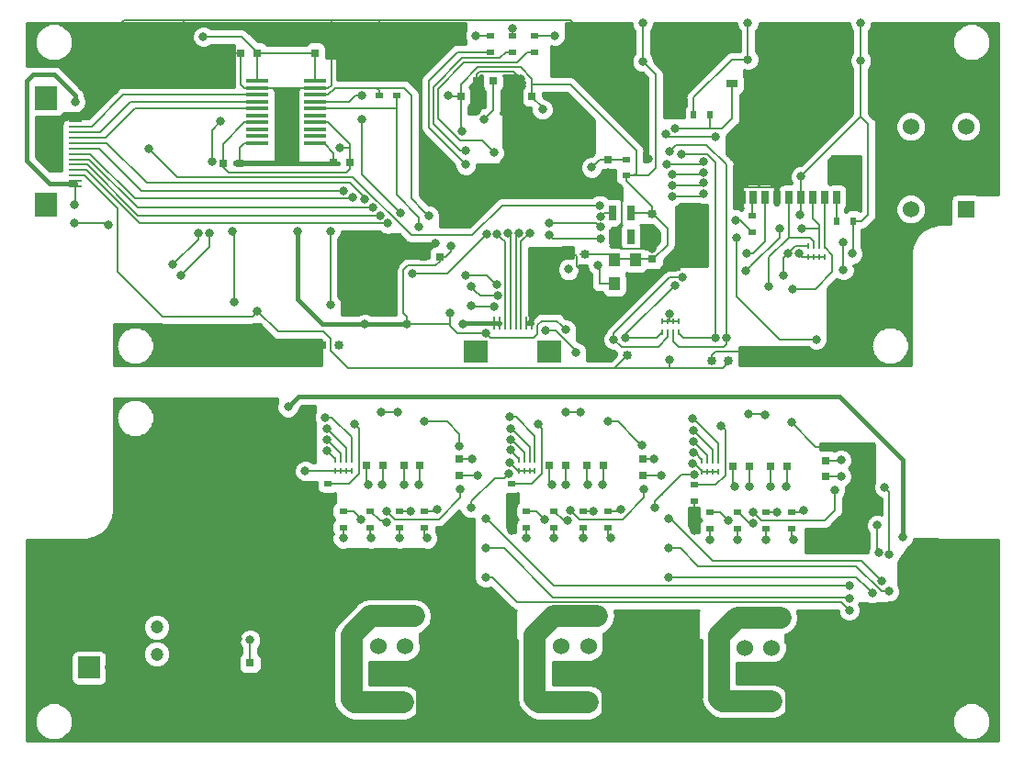
<source format=gbl>
G04 #@! TF.GenerationSoftware,KiCad,Pcbnew,(5.0.0)*
G04 #@! TF.CreationDate,2019-07-10T13:20:49+09:00*
G04 #@! TF.ProjectId,top and bottom,746F7020616E6420626F74746F6D2E6B,rev?*
G04 #@! TF.SameCoordinates,Original*
G04 #@! TF.FileFunction,Copper,L2,Bot,Signal*
G04 #@! TF.FilePolarity,Positive*
%FSLAX46Y46*%
G04 Gerber Fmt 4.6, Leading zero omitted, Abs format (unit mm)*
G04 Created by KiCad (PCBNEW (5.0.0)) date 07/10/19 13:20:49*
%MOMM*%
%LPD*%
G01*
G04 APERTURE LIST*
G04 #@! TA.AperFunction,SMDPad,CuDef*
%ADD10R,0.230000X1.250000*%
G04 #@! TD*
G04 #@! TA.AperFunction,SMDPad,CuDef*
%ADD11R,1.800000X2.000000*%
G04 #@! TD*
G04 #@! TA.AperFunction,SMDPad,CuDef*
%ADD12R,2.200000X2.000000*%
G04 #@! TD*
G04 #@! TA.AperFunction,SMDPad,CuDef*
%ADD13R,2.000000X0.410000*%
G04 #@! TD*
G04 #@! TA.AperFunction,SMDPad,CuDef*
%ADD14R,0.800000X0.500000*%
G04 #@! TD*
G04 #@! TA.AperFunction,SMDPad,CuDef*
%ADD15R,0.700000X0.800000*%
G04 #@! TD*
G04 #@! TA.AperFunction,SMDPad,CuDef*
%ADD16R,0.250000X0.500000*%
G04 #@! TD*
G04 #@! TA.AperFunction,SMDPad,CuDef*
%ADD17R,1.000000X1.200000*%
G04 #@! TD*
G04 #@! TA.AperFunction,SMDPad,CuDef*
%ADD18R,0.700000X1.200000*%
G04 #@! TD*
G04 #@! TA.AperFunction,SMDPad,CuDef*
%ADD19R,1.000000X0.800000*%
G04 #@! TD*
G04 #@! TA.AperFunction,SMDPad,CuDef*
%ADD20R,1.000000X2.800000*%
G04 #@! TD*
G04 #@! TA.AperFunction,SMDPad,CuDef*
%ADD21R,1.300000X1.900000*%
G04 #@! TD*
G04 #@! TA.AperFunction,SMDPad,CuDef*
%ADD22R,0.500000X0.800000*%
G04 #@! TD*
G04 #@! TA.AperFunction,SMDPad,CuDef*
%ADD23R,0.650000X1.400000*%
G04 #@! TD*
G04 #@! TA.AperFunction,SMDPad,CuDef*
%ADD24R,1.250000X0.230000*%
G04 #@! TD*
G04 #@! TA.AperFunction,SMDPad,CuDef*
%ADD25R,2.000000X1.800000*%
G04 #@! TD*
G04 #@! TA.AperFunction,SMDPad,CuDef*
%ADD26R,2.000000X2.200000*%
G04 #@! TD*
G04 #@! TA.AperFunction,SMDPad,CuDef*
%ADD27R,0.800000X0.700000*%
G04 #@! TD*
G04 #@! TA.AperFunction,ComponentPad*
%ADD28R,1.524000X1.524000*%
G04 #@! TD*
G04 #@! TA.AperFunction,ComponentPad*
%ADD29C,1.524000*%
G04 #@! TD*
G04 #@! TA.AperFunction,ComponentPad*
%ADD30C,1.200000*%
G04 #@! TD*
G04 #@! TA.AperFunction,ComponentPad*
%ADD31R,2.000000X2.000000*%
G04 #@! TD*
G04 #@! TA.AperFunction,ComponentPad*
%ADD32C,2.000000*%
G04 #@! TD*
G04 #@! TA.AperFunction,ViaPad*
%ADD33C,0.800000*%
G04 #@! TD*
G04 #@! TA.AperFunction,Conductor*
%ADD34C,0.400000*%
G04 #@! TD*
G04 #@! TA.AperFunction,Conductor*
%ADD35C,1.000000*%
G04 #@! TD*
G04 #@! TA.AperFunction,Conductor*
%ADD36C,0.210000*%
G04 #@! TD*
G04 #@! TA.AperFunction,Conductor*
%ADD37C,2.000000*%
G04 #@! TD*
G04 #@! TA.AperFunction,Conductor*
%ADD38C,0.200000*%
G04 #@! TD*
G04 #@! TA.AperFunction,NonConductor*
%ADD39C,0.254000*%
G04 #@! TD*
G04 APERTURE END LIST*
D10*
G04 #@! TO.P,J11,7*
G04 #@! TO.N,N/C*
X156050000Y-99500000D03*
G04 #@! TO.P,J11,8*
X156550000Y-99500000D03*
G04 #@! TO.P,J11,5*
X155050000Y-99500000D03*
D11*
G04 #@! TO.P,J11,*
G04 #@! TO.N,*
X151400000Y-102175000D03*
D10*
G04 #@! TO.P,J11,4*
G04 #@! TO.N,N/C*
X154550000Y-99500000D03*
G04 #@! TO.P,J11,3*
X154050000Y-99500000D03*
G04 #@! TO.P,J11,1*
X153050000Y-99500000D03*
G04 #@! TO.P,J11,6*
X155550000Y-99500000D03*
D12*
G04 #@! TO.P,J11,*
G04 #@! TO.N,*
X158150000Y-102175000D03*
X151400000Y-102175000D03*
D10*
G04 #@! TO.P,J11,2*
G04 #@! TO.N,N/C*
X153550000Y-99500000D03*
G04 #@! TD*
D13*
G04 #@! TO.P,U4,20*
G04 #@! TO.N,N/C*
X131250000Y-77195000D03*
G04 #@! TO.P,U4,1*
X136558600Y-77195000D03*
G04 #@! TO.P,U4,6*
X136558600Y-80370000D03*
G04 #@! TO.P,U4,12*
X131250000Y-82275000D03*
G04 #@! TO.P,U4,16*
X131250000Y-79735000D03*
G04 #@! TO.P,U4,5*
X136558600Y-79735000D03*
G04 #@! TO.P,U4,19*
X131250000Y-77830000D03*
G04 #@! TO.P,U4,14*
X131250000Y-81005000D03*
G04 #@! TO.P,U4,15*
X131250000Y-80370000D03*
G04 #@! TO.P,U4,4*
X136558600Y-79100000D03*
G04 #@! TO.P,U4,3*
X136558600Y-78465000D03*
G04 #@! TO.P,U4,18*
X131250000Y-78465000D03*
G04 #@! TO.P,U4,11*
X131250000Y-82910000D03*
G04 #@! TO.P,U4,7*
X136558600Y-81005000D03*
G04 #@! TO.P,U4,17*
X131250000Y-79100000D03*
G04 #@! TO.P,U4,2*
X136558600Y-77830000D03*
G04 #@! TO.P,U4,13*
X131250000Y-81640000D03*
G04 #@! TO.P,U4,10*
X136558600Y-82910000D03*
G04 #@! TO.P,U4,8*
X136558600Y-81640000D03*
G04 #@! TO.P,U4,9*
X136558600Y-82275000D03*
G04 #@! TD*
D14*
G04 #@! TO.P,R28,2*
G04 #@! TO.N,N/C*
X140850000Y-77000000D03*
G04 #@! TO.P,R28,1*
X140850000Y-78500000D03*
G04 #@! TD*
G04 #@! TO.P,R29,1*
G04 #@! TO.N,N/C*
X142450000Y-78500000D03*
G04 #@! TO.P,R29,2*
X142450000Y-77000000D03*
G04 #@! TD*
G04 #@! TO.P,R27,1*
G04 #@! TO.N,N/C*
X144050000Y-78500000D03*
G04 #@! TO.P,R27,2*
X144050000Y-77000000D03*
G04 #@! TD*
D15*
G04 #@! TO.P,C27,1*
G04 #@! TO.N,N/C*
X131225000Y-74600000D03*
G04 #@! TO.P,C27,2*
X129725000Y-74600000D03*
G04 #@! TD*
G04 #@! TO.P,C26,2*
G04 #@! TO.N,N/C*
X129575000Y-84800000D03*
G04 #@! TO.P,C26,1*
X128075000Y-84800000D03*
G04 #@! TD*
G04 #@! TO.P,C25,2*
G04 #@! TO.N,N/C*
X138050000Y-74600000D03*
G04 #@! TO.P,C25,1*
X136550000Y-74600000D03*
G04 #@! TD*
G04 #@! TO.P,C24,1*
G04 #@! TO.N,N/C*
X139750000Y-84700000D03*
G04 #@! TO.P,C24,2*
X138250000Y-84700000D03*
G04 #@! TD*
D16*
G04 #@! TO.P,RN3,4*
G04 #@! TO.N,N/C*
X183520000Y-92390000D03*
G04 #@! TO.P,RN3,8*
X182020000Y-93390000D03*
G04 #@! TO.P,RN3,1*
X182020000Y-92390000D03*
G04 #@! TO.P,RN3,5*
X183520000Y-93390000D03*
G04 #@! TO.P,RN3,7*
X182520000Y-93390000D03*
G04 #@! TO.P,RN3,6*
X183020000Y-93390000D03*
G04 #@! TO.P,RN3,3*
X183020000Y-92390000D03*
G04 #@! TO.P,RN3,2*
X182520000Y-92390000D03*
G04 #@! TD*
D17*
G04 #@! TO.P,U3,11*
G04 #@! TO.N,N/C*
X186150000Y-87900000D03*
D18*
G04 #@! TO.P,U3,8*
X176900000Y-87900000D03*
G04 #@! TO.P,U3,2*
X183500000Y-87900000D03*
G04 #@! TO.P,U3,3*
X182400000Y-87900000D03*
G04 #@! TO.P,U3,4*
X181300000Y-87900000D03*
G04 #@! TO.P,U3,5*
X180200000Y-87900000D03*
G04 #@! TO.P,U3,6*
X179100000Y-87900000D03*
G04 #@! TO.P,U3,7*
X178000000Y-87900000D03*
G04 #@! TO.P,U3,1*
X184600000Y-87900000D03*
G04 #@! TO.P,U3,9*
X175950000Y-87900000D03*
D19*
G04 #@! TO.P,U3,10*
X175000000Y-77400000D03*
D17*
G04 #@! TO.P,U3,11*
X175000000Y-83600000D03*
D20*
X175000000Y-73250000D03*
D21*
X188500000Y-72800000D03*
G04 #@! TD*
D17*
G04 #@! TO.P,Y1,4*
G04 #@! TO.N,N/C*
X164150000Y-93700000D03*
G04 #@! TO.P,Y1,3*
X164150000Y-95900000D03*
G04 #@! TO.P,Y1,2*
X166050000Y-95900000D03*
G04 #@! TO.P,Y1,1*
X166050000Y-93700000D03*
G04 #@! TD*
D14*
G04 #@! TO.P,R24,2*
G04 #@! TO.N,N/C*
X156750000Y-74500000D03*
G04 #@! TO.P,R24,1*
X156750000Y-73000000D03*
G04 #@! TD*
G04 #@! TO.P,R19,2*
G04 #@! TO.N,N/C*
X176850000Y-89600000D03*
G04 #@! TO.P,R19,1*
X176850000Y-91100000D03*
G04 #@! TD*
G04 #@! TO.P,L1,2*
G04 #@! TO.N,N/C*
X165250000Y-85900000D03*
G04 #@! TO.P,L1,1*
X165250000Y-84400000D03*
G04 #@! TD*
D22*
G04 #@! TO.P,R6,2*
G04 #@! TO.N,N/C*
X159900000Y-94550000D03*
G04 #@! TO.P,R6,1*
X161400000Y-94550000D03*
G04 #@! TD*
D14*
G04 #@! TO.P,R22,2*
G04 #@! TO.N,N/C*
X152750000Y-74500000D03*
G04 #@! TO.P,R22,1*
X152750000Y-73000000D03*
G04 #@! TD*
D22*
G04 #@! TO.P,R20,2*
G04 #@! TO.N,N/C*
X172950000Y-80300000D03*
G04 #@! TO.P,R20,1*
X171450000Y-80300000D03*
G04 #@! TD*
G04 #@! TO.P,R21,2*
G04 #@! TO.N,N/C*
X184650000Y-90100000D03*
G04 #@! TO.P,R21,1*
X186150000Y-90100000D03*
G04 #@! TD*
D23*
G04 #@! TO.P,Y2,1*
G04 #@! TO.N,N/C*
X165650000Y-91525000D03*
G04 #@! TO.P,Y2,2*
X164000000Y-91525000D03*
G04 #@! TO.P,Y2,4*
X165650000Y-89320000D03*
G04 #@! TO.P,Y2,3*
X164000000Y-89320000D03*
G04 #@! TD*
D14*
G04 #@! TO.P,R23,2*
G04 #@! TO.N,N/C*
X154750000Y-74500000D03*
G04 #@! TO.P,R23,1*
X154750000Y-73000000D03*
G04 #@! TD*
D16*
G04 #@! TO.P,RN2,2*
G04 #@! TO.N,N/C*
X169580000Y-100340000D03*
G04 #@! TO.P,RN2,3*
X169080000Y-100340000D03*
G04 #@! TO.P,RN2,6*
X169080000Y-99340000D03*
G04 #@! TO.P,RN2,7*
X169580000Y-99340000D03*
G04 #@! TO.P,RN2,5*
X168580000Y-99340000D03*
G04 #@! TO.P,RN2,1*
X170080000Y-100340000D03*
G04 #@! TO.P,RN2,8*
X170080000Y-99340000D03*
G04 #@! TO.P,RN2,4*
X168580000Y-100340000D03*
G04 #@! TD*
D24*
G04 #@! TO.P,J1,14*
G04 #@! TO.N,N/C*
X114450000Y-86900000D03*
G04 #@! TO.P,J1,13*
X114450000Y-86400000D03*
G04 #@! TO.P,J1,12*
X114450000Y-85900000D03*
G04 #@! TO.P,J1,11*
X114450000Y-85400000D03*
G04 #@! TO.P,J1,10*
X114450000Y-84900000D03*
G04 #@! TO.P,J1,9*
X114450000Y-84400000D03*
G04 #@! TO.P,J1,8*
X114450000Y-83900000D03*
G04 #@! TO.P,J1,7*
X114450000Y-83400000D03*
G04 #@! TO.P,J1,6*
X114450000Y-82900000D03*
G04 #@! TO.P,J1,5*
X114450000Y-82400000D03*
G04 #@! TO.P,J1,4*
X114450000Y-81900000D03*
G04 #@! TO.P,J1,3*
X114450000Y-81400000D03*
G04 #@! TO.P,J1,2*
X114450000Y-80900000D03*
D25*
G04 #@! TO.P,J1,*
G04 #@! TO.N,*
X111775000Y-78750000D03*
X111775000Y-88550000D03*
D24*
G04 #@! TO.P,J1,1*
G04 #@! TO.N,N/C*
X114450000Y-80400000D03*
D26*
G04 #@! TO.P,J1,*
G04 #@! TO.N,*
X111775000Y-88550000D03*
X111775000Y-78750000D03*
G04 #@! TD*
D15*
G04 #@! TO.P,C21,2*
G04 #@! TO.N,N/C*
X163825000Y-102450000D03*
G04 #@! TO.P,C21,1*
X165325000Y-102450000D03*
G04 #@! TD*
G04 #@! TO.P,C19,2*
G04 #@! TO.N,N/C*
X173125000Y-102950000D03*
G04 #@! TO.P,C19,1*
X174625000Y-102950000D03*
G04 #@! TD*
G04 #@! TO.P,C18,1*
G04 #@! TO.N,N/C*
X138725000Y-101500000D03*
G04 #@! TO.P,C18,2*
X137225000Y-101500000D03*
G04 #@! TD*
D27*
G04 #@! TO.P,C1,1*
G04 #@! TO.N,N/C*
X167650000Y-93625000D03*
G04 #@! TO.P,C1,2*
X167650000Y-95125000D03*
G04 #@! TD*
G04 #@! TO.P,C4,1*
G04 #@! TO.N,N/C*
X163550000Y-85900000D03*
G04 #@! TO.P,C4,2*
X163550000Y-84400000D03*
G04 #@! TD*
D28*
G04 #@! TO.P,SW4,1*
G04 #@! TO.N,N/C*
X196550000Y-89000000D03*
D29*
G04 #@! TO.P,SW4,C*
X194010000Y-89000000D03*
G04 #@! TO.P,SW4,8*
X191470000Y-89000000D03*
G04 #@! TO.P,SW4,4*
X196550000Y-81380000D03*
G04 #@! TO.P,SW4,C*
X194010000Y-81380000D03*
G04 #@! TO.P,SW4,2*
X191470000Y-81380000D03*
G04 #@! TD*
D15*
G04 #@! TO.P,C9,1*
G04 #@! TO.N,N/C*
X149975000Y-78600000D03*
G04 #@! TO.P,C9,2*
X151475000Y-78600000D03*
G04 #@! TD*
G04 #@! TO.P,C6,1*
G04 #@! TO.N,N/C*
X159900000Y-93150000D03*
G04 #@! TO.P,C6,2*
X161400000Y-93150000D03*
G04 #@! TD*
D27*
G04 #@! TO.P,C3,1*
G04 #@! TO.N,N/C*
X167650000Y-89400000D03*
G04 #@! TO.P,C3,2*
X167650000Y-90900000D03*
G04 #@! TD*
D15*
G04 #@! TO.P,C10,1*
G04 #@! TO.N,N/C*
X148025000Y-93400000D03*
G04 #@! TO.P,C10,2*
X146525000Y-93400000D03*
G04 #@! TD*
G04 #@! TO.P,C8,1*
G04 #@! TO.N,N/C*
X152950000Y-77200000D03*
G04 #@! TO.P,C8,2*
X151450000Y-77200000D03*
G04 #@! TD*
G04 #@! TO.P,C7,1*
G04 #@! TO.N,N/C*
X156550000Y-78600000D03*
G04 #@! TO.P,C7,2*
X158050000Y-78600000D03*
G04 #@! TD*
D30*
G04 #@! TO.P,SW2,3*
G04 #@! TO.N,N/C*
X121950000Y-132550000D03*
G04 #@! TO.P,SW2,2*
X121950000Y-130050000D03*
G04 #@! TO.P,SW2,1*
X121950000Y-127550000D03*
G04 #@! TD*
D29*
G04 #@! TO.P,J3,2*
G04 #@! TO.N,N/C*
X159250000Y-129350000D03*
G04 #@! TO.P,J3,1*
X161750000Y-129350000D03*
G04 #@! TD*
D27*
G04 #@! TO.P,C39,1*
G04 #@! TO.N,N/C*
X130550000Y-130875000D03*
G04 #@! TO.P,C39,2*
X130550000Y-132375000D03*
G04 #@! TD*
D16*
G04 #@! TO.P,RN2,4*
G04 #@! TO.N,N/C*
X173720000Y-112240000D03*
G04 #@! TO.P,RN2,8*
X172220000Y-113240000D03*
G04 #@! TO.P,RN2,1*
X172220000Y-112240000D03*
G04 #@! TO.P,RN2,5*
X173720000Y-113240000D03*
G04 #@! TO.P,RN2,7*
X172720000Y-113240000D03*
G04 #@! TO.P,RN2,6*
X173220000Y-113240000D03*
G04 #@! TO.P,RN2,3*
X173220000Y-112240000D03*
G04 #@! TO.P,RN2,2*
X172720000Y-112240000D03*
G04 #@! TD*
G04 #@! TO.P,RN3,2*
G04 #@! TO.N,N/C*
X155820000Y-112140000D03*
G04 #@! TO.P,RN3,3*
X156320000Y-112140000D03*
G04 #@! TO.P,RN3,6*
X156320000Y-113140000D03*
G04 #@! TO.P,RN3,7*
X155820000Y-113140000D03*
G04 #@! TO.P,RN3,5*
X156820000Y-113140000D03*
G04 #@! TO.P,RN3,1*
X155320000Y-112140000D03*
G04 #@! TO.P,RN3,8*
X155320000Y-113140000D03*
G04 #@! TO.P,RN3,4*
X156820000Y-112140000D03*
G04 #@! TD*
D14*
G04 #@! TO.P,R27,1*
G04 #@! TO.N,N/C*
X156050000Y-118350000D03*
G04 #@! TO.P,R27,2*
X156050000Y-116850000D03*
G04 #@! TD*
D27*
G04 #@! TO.P,C17,1*
G04 #@! TO.N,N/C*
X166750000Y-112075000D03*
G04 #@! TO.P,C17,2*
X166750000Y-113575000D03*
G04 #@! TD*
D15*
G04 #@! TO.P,C25,1*
G04 #@! TO.N,N/C*
X158175000Y-112650000D03*
G04 #@! TO.P,C25,2*
X159675000Y-112650000D03*
G04 #@! TD*
G04 #@! TO.P,C10,1*
G04 #@! TO.N,N/C*
X141275000Y-112650000D03*
G04 #@! TO.P,C10,2*
X142775000Y-112650000D03*
G04 #@! TD*
G04 #@! TO.P,C21,2*
G04 #@! TO.N,N/C*
X178525000Y-112750000D03*
G04 #@! TO.P,C21,1*
X180025000Y-112750000D03*
G04 #@! TD*
D31*
G04 #@! TO.P,J6,1*
G04 #@! TO.N,N/C*
X115700000Y-131300000D03*
D32*
G04 #@! TO.P,J6,2*
X118200000Y-131300000D03*
G04 #@! TD*
D15*
G04 #@! TO.P,C24,1*
G04 #@! TO.N,N/C*
X163125000Y-112650000D03*
G04 #@! TO.P,C24,2*
X161625000Y-112650000D03*
G04 #@! TD*
D14*
G04 #@! TO.P,R8,2*
G04 #@! TO.N,N/C*
X146650000Y-116850000D03*
G04 #@! TO.P,R8,1*
X146650000Y-118350000D03*
G04 #@! TD*
G04 #@! TO.P,R21,2*
G04 #@! TO.N,N/C*
X178150000Y-116950000D03*
G04 #@! TO.P,R21,1*
X178150000Y-118450000D03*
G04 #@! TD*
G04 #@! TO.P,R19,2*
G04 #@! TO.N,N/C*
X154650000Y-115850000D03*
G04 #@! TO.P,R19,1*
X154650000Y-114350000D03*
G04 #@! TD*
G04 #@! TO.P,R10,2*
G04 #@! TO.N,N/C*
X141650000Y-116850000D03*
G04 #@! TO.P,R10,1*
X141650000Y-118350000D03*
G04 #@! TD*
D27*
G04 #@! TO.P,C16,1*
G04 #@! TO.N,N/C*
X183650000Y-112175000D03*
G04 #@! TO.P,C16,2*
X183650000Y-113675000D03*
G04 #@! TD*
D15*
G04 #@! TO.P,C22,1*
G04 #@! TO.N,N/C*
X175075000Y-112750000D03*
G04 #@! TO.P,C22,2*
X176575000Y-112750000D03*
G04 #@! TD*
D16*
G04 #@! TO.P,RN1,2*
G04 #@! TO.N,N/C*
X138920000Y-112140000D03*
G04 #@! TO.P,RN1,3*
X139420000Y-112140000D03*
G04 #@! TO.P,RN1,6*
X139420000Y-113140000D03*
G04 #@! TO.P,RN1,7*
X138920000Y-113140000D03*
G04 #@! TO.P,RN1,5*
X139920000Y-113140000D03*
G04 #@! TO.P,RN1,1*
X138420000Y-112140000D03*
G04 #@! TO.P,RN1,8*
X138420000Y-113140000D03*
G04 #@! TO.P,RN1,4*
X139920000Y-112140000D03*
G04 #@! TD*
D14*
G04 #@! TO.P,R20,2*
G04 #@! TO.N,N/C*
X180450000Y-116950000D03*
G04 #@! TO.P,R20,1*
X180450000Y-118450000D03*
G04 #@! TD*
G04 #@! TO.P,R18,2*
G04 #@! TO.N,N/C*
X171550000Y-115950000D03*
G04 #@! TO.P,R18,1*
X171550000Y-114450000D03*
G04 #@! TD*
G04 #@! TO.P,R11,2*
G04 #@! TO.N,N/C*
X139150000Y-116850000D03*
G04 #@! TO.P,R11,1*
X139150000Y-118350000D03*
G04 #@! TD*
G04 #@! TO.P,R7,1*
G04 #@! TO.N,N/C*
X137750000Y-114350000D03*
G04 #@! TO.P,R7,2*
X137750000Y-115850000D03*
G04 #@! TD*
D29*
G04 #@! TO.P,J2,1*
G04 #@! TO.N,N/C*
X178650000Y-129450000D03*
G04 #@! TO.P,J2,2*
X176150000Y-129450000D03*
G04 #@! TD*
G04 #@! TO.P,J1,2*
G04 #@! TO.N,N/C*
X142350000Y-129350000D03*
G04 #@! TO.P,J1,1*
X144850000Y-129350000D03*
G04 #@! TD*
D14*
G04 #@! TO.P,R26,2*
G04 #@! TO.N,N/C*
X158550000Y-116850000D03*
G04 #@! TO.P,R26,1*
X158550000Y-118350000D03*
G04 #@! TD*
G04 #@! TO.P,R25,1*
G04 #@! TO.N,N/C*
X161250000Y-118350000D03*
G04 #@! TO.P,R25,2*
X161250000Y-116850000D03*
G04 #@! TD*
G04 #@! TO.P,R24,2*
G04 #@! TO.N,N/C*
X163550000Y-116850000D03*
G04 #@! TO.P,R24,1*
X163550000Y-118350000D03*
G04 #@! TD*
G04 #@! TO.P,R23,2*
G04 #@! TO.N,N/C*
X172950000Y-116950000D03*
G04 #@! TO.P,R23,1*
X172950000Y-118450000D03*
G04 #@! TD*
G04 #@! TO.P,R9,1*
G04 #@! TO.N,N/C*
X144350000Y-118350000D03*
G04 #@! TO.P,R9,2*
X144350000Y-116850000D03*
G04 #@! TD*
G04 #@! TO.P,R22,2*
G04 #@! TO.N,N/C*
X175450000Y-116950000D03*
G04 #@! TO.P,R22,1*
X175450000Y-118450000D03*
G04 #@! TD*
D27*
G04 #@! TO.P,C6,2*
G04 #@! TO.N,N/C*
X149850000Y-113575000D03*
G04 #@! TO.P,C6,1*
X149850000Y-112075000D03*
G04 #@! TD*
D15*
G04 #@! TO.P,C9,2*
G04 #@! TO.N,N/C*
X144725000Y-112650000D03*
G04 #@! TO.P,C9,1*
X146225000Y-112650000D03*
G04 #@! TD*
D33*
G04 #@! TO.N,*
X149850000Y-110875000D03*
X145300000Y-137500000D03*
X168700000Y-137400000D03*
X175600000Y-137500000D03*
X166300000Y-137400000D03*
X132699998Y-137600000D03*
X179100000Y-137500000D03*
X183700002Y-110900000D03*
X161200000Y-137399998D03*
X149300000Y-137600000D03*
X148200000Y-137600000D03*
X134700000Y-137600000D03*
X150500000Y-137600000D03*
X176800000Y-137500000D03*
X143100000Y-137500000D03*
X137750000Y-129050000D03*
X154650000Y-131750000D03*
X142250000Y-131950000D03*
X137750000Y-131750000D03*
X143250004Y-131950000D03*
X137750000Y-118649996D03*
X137750000Y-129950000D03*
X161150000Y-131950000D03*
X146650000Y-108604987D03*
X137750000Y-130850000D03*
X144250000Y-131950000D03*
X145250000Y-131950000D03*
X171550000Y-118649996D03*
X192400000Y-131000000D03*
X154650000Y-130850000D03*
X182900000Y-119475000D03*
X171550000Y-129950000D03*
X123630000Y-120670000D03*
X154650000Y-129050000D03*
X154650000Y-118649996D03*
X171550000Y-129050000D03*
X191800000Y-137200000D03*
X171600000Y-130800000D03*
X129450000Y-128650000D03*
X178050000Y-131950000D03*
X122700000Y-108600000D03*
X162150000Y-131950000D03*
X159150000Y-131950000D03*
X177050004Y-131950000D03*
X119450000Y-114350000D03*
X134200000Y-129100000D03*
X120450000Y-136950000D03*
X149500000Y-128800000D03*
X132150000Y-113450000D03*
X160150004Y-131950000D03*
X176050000Y-131950000D03*
X110900000Y-133700000D03*
X171600000Y-131600000D03*
X126800000Y-112800000D03*
X197800000Y-125500000D03*
X154650000Y-129950000D03*
X163550000Y-108604987D03*
X129450000Y-136950000D03*
X180450000Y-108675032D03*
X111600000Y-121200000D03*
X166900000Y-127100000D03*
X179050000Y-131950000D03*
X187700000Y-115900000D03*
X142000000Y-137500000D03*
X166699998Y-110800000D03*
X162200000Y-137400000D03*
X165100000Y-137400000D03*
X167400000Y-137399994D03*
X178000000Y-137500000D03*
X160100000Y-137400000D03*
X151600000Y-137600000D03*
X144200000Y-137500000D03*
X133699994Y-137600000D03*
X131600000Y-137600000D03*
X159000000Y-137400000D03*
X154450000Y-112350010D03*
X171350000Y-112450000D03*
X135650000Y-113150000D03*
X149950000Y-114850000D03*
X143150000Y-116850000D03*
X185034979Y-112150000D03*
X185050000Y-113650000D03*
X168444990Y-113550000D03*
X167800000Y-112050000D03*
X184450000Y-114900000D03*
X176950000Y-116950000D03*
X166850000Y-114850000D03*
X160066933Y-116773801D03*
X179943318Y-114550012D03*
X141700000Y-134500000D03*
X144700000Y-134500000D03*
X178600000Y-134400000D03*
X175600000Y-134400000D03*
X177600000Y-134400000D03*
X176600000Y-134400000D03*
X161250000Y-126550000D03*
X130550000Y-128750000D03*
X167850000Y-116550008D03*
X176750000Y-126650000D03*
X150900000Y-116550010D03*
X179450000Y-126650000D03*
X141650000Y-126550000D03*
X159850000Y-126550000D03*
X178150000Y-126650000D03*
X144350000Y-126550000D03*
X142950000Y-126550000D03*
X171494988Y-113450000D03*
X145650000Y-126550000D03*
X154400000Y-113400000D03*
X158550000Y-126550000D03*
X175450000Y-126650000D03*
X162550000Y-126550000D03*
X160700000Y-134500000D03*
X159700000Y-134500000D03*
X161700000Y-134500000D03*
X143700000Y-134500000D03*
X142700000Y-134500000D03*
X158700000Y-134500000D03*
X161650000Y-114450000D03*
X134050000Y-107250000D03*
X190750000Y-119250000D03*
X144340000Y-119350000D03*
X146880000Y-119350000D03*
X141680000Y-119350000D03*
X139140000Y-119350000D03*
X178140000Y-119450000D03*
X180680000Y-119450000D03*
X175480000Y-119450000D03*
X172940000Y-119450000D03*
X161240000Y-119350000D03*
X163780000Y-119350000D03*
X158580000Y-119350000D03*
X156040000Y-119350000D03*
X140816059Y-117596671D03*
X143108896Y-117849167D03*
X145319990Y-116850000D03*
X147800000Y-116700012D03*
X137494967Y-108191266D03*
X137649778Y-109253444D03*
X137652086Y-110253453D03*
X137630484Y-111253232D03*
X140175006Y-108853124D03*
X173975006Y-108953124D03*
X171422699Y-111449652D03*
X171450000Y-110450013D03*
X171450000Y-109450013D03*
X171380033Y-108290715D03*
X181600000Y-116800012D03*
X179119990Y-116950000D03*
X176904582Y-117948980D03*
X174617545Y-117700541D03*
X157075006Y-108853124D03*
X154615021Y-111230179D03*
X154615021Y-110221496D03*
X154615021Y-109207829D03*
X154522618Y-108181237D03*
X164700000Y-116700012D03*
X162219990Y-116850000D03*
X159850000Y-117750000D03*
X157716059Y-117596671D03*
X163043318Y-114450012D03*
X151544990Y-113550000D03*
X151000000Y-112050000D03*
X144750000Y-114450000D03*
X146143318Y-114450012D03*
X142750000Y-114450002D03*
X178550000Y-114550000D03*
X176550000Y-114550002D03*
X159650000Y-114450002D03*
X189496541Y-120854316D03*
X189050000Y-114650000D03*
X188510144Y-120689864D03*
X188350000Y-118150000D03*
X178050000Y-107950000D03*
X176539988Y-107850000D03*
X169150000Y-122950000D03*
X161050000Y-107750000D03*
X159639988Y-107750000D03*
X187900000Y-124400000D03*
X189450000Y-124250000D03*
X169150000Y-120250000D03*
X169150000Y-117550000D03*
X188798518Y-123301482D03*
X185800000Y-123699999D03*
X152250000Y-117550000D03*
X152250000Y-120250000D03*
X185800000Y-124900000D03*
X152250000Y-122950000D03*
X144200000Y-107700000D03*
X185800000Y-126000000D03*
X142600000Y-107700000D03*
X141450000Y-114450002D03*
X175250000Y-114550000D03*
X158350000Y-114450002D03*
X151434372Y-79985267D03*
X165150000Y-78400000D03*
X188500000Y-72800000D03*
X186150000Y-87900000D03*
X122350000Y-73700000D03*
X162350000Y-72700000D03*
X179825000Y-86000000D03*
X147650000Y-92105010D03*
X167244990Y-84350064D03*
X186950000Y-99000000D03*
X190050000Y-96000000D03*
X174950000Y-72700000D03*
X182950000Y-81400000D03*
X139450000Y-94800000D03*
X122950000Y-100700000D03*
X170150000Y-91600000D03*
X182450000Y-72700000D03*
X182450000Y-75325000D03*
X171950000Y-75200000D03*
X171950000Y-72700000D03*
X162350000Y-75400000D03*
X173125000Y-102950000D03*
X160550000Y-72700000D03*
X163825000Y-102450000D03*
X137174991Y-101500009D03*
X158050000Y-78600000D03*
X114350000Y-90300000D03*
X112150000Y-83800000D03*
X117477275Y-90467715D03*
X155550000Y-77000000D03*
X161650000Y-99850000D03*
X159900000Y-93150000D03*
X143900000Y-94350000D03*
X167650000Y-92650000D03*
X163549996Y-85644990D03*
X116850000Y-73700000D03*
X168750000Y-94574970D03*
X176450000Y-75200000D03*
X181250000Y-89500000D03*
X186850000Y-71800000D03*
X175350000Y-90000000D03*
X166750000Y-71800000D03*
X181325000Y-86000000D03*
X148950000Y-98600000D03*
X186850000Y-75300000D03*
X167650000Y-89394990D03*
X166750000Y-75400000D03*
X141150000Y-99600000D03*
X186050000Y-93100000D03*
X181150000Y-93100000D03*
X159634840Y-100094876D03*
X126250000Y-73100000D03*
X134950000Y-91005010D03*
X176450000Y-71800000D03*
X138850000Y-83300000D03*
X161400000Y-93150000D03*
X152300010Y-100450000D03*
X157500000Y-79799998D03*
X114450000Y-79100000D03*
X114350000Y-88600000D03*
X138725000Y-101500000D03*
X150055010Y-81800000D03*
X149050000Y-92400000D03*
X145020000Y-99600000D03*
X148855010Y-78529215D03*
X121250000Y-83400002D03*
X162799996Y-88650000D03*
X162049996Y-85144990D03*
X168855045Y-82051675D03*
X173450000Y-82300000D03*
X143259051Y-90309908D03*
X142584338Y-89571812D03*
X141856940Y-88844414D03*
X141078758Y-88066232D03*
X139150000Y-87300000D03*
X140050000Y-87900000D03*
X158650000Y-73000000D03*
X154750000Y-72305010D03*
X151350000Y-73000000D03*
X169750000Y-81594990D03*
X150450000Y-84894990D03*
X150450000Y-83600000D03*
X153050000Y-83800000D03*
X152346901Y-91299995D03*
X145550000Y-94905010D03*
X158099996Y-90250000D03*
X162849867Y-90650016D03*
X185250000Y-92100000D03*
X185250000Y-94600000D03*
X162900000Y-91750000D03*
X158150000Y-91400000D03*
X150450000Y-95100000D03*
X153267817Y-95994695D03*
X150899990Y-97900000D03*
X153027772Y-97975007D03*
X169695431Y-96005010D03*
X165150000Y-100900000D03*
X173450000Y-100900000D03*
X170350000Y-83894990D03*
X164100000Y-101000000D03*
X170450000Y-95300000D03*
X169250000Y-83645054D03*
X174450000Y-100900000D03*
X153346911Y-91301749D03*
X154345781Y-91253978D03*
X155343995Y-91194037D03*
X156347262Y-91187806D03*
X127850000Y-80900000D03*
X127050000Y-84599998D03*
X128950000Y-91005010D03*
X129055010Y-97602476D03*
X175365021Y-91600000D03*
X182750000Y-100994990D03*
X169450000Y-85800000D03*
X172356723Y-85595720D03*
X172349972Y-84595731D03*
X168950000Y-84900000D03*
X172333924Y-86595472D03*
X169450000Y-86800000D03*
X169450000Y-87800000D03*
X172365341Y-87594990D03*
X162650000Y-94150004D03*
X162852562Y-89650008D03*
X137950000Y-91005010D03*
X137950000Y-97800000D03*
X125750000Y-91194990D03*
X123450000Y-94100008D03*
X124150000Y-95100000D03*
X126769551Y-91194990D03*
X180550000Y-96400000D03*
X178350000Y-96100000D03*
X176350000Y-93100000D03*
X180150000Y-93100000D03*
X179750000Y-95100000D03*
X179350000Y-90800000D03*
X181450000Y-90800000D03*
X176250000Y-94700000D03*
X150899990Y-96126570D03*
X153350000Y-97000000D03*
X152143415Y-80690450D03*
X160600000Y-102250000D03*
X157755010Y-100175000D03*
X159900000Y-94550000D03*
X174625000Y-102950000D03*
X131250000Y-98399994D03*
X169250000Y-102900000D03*
X165325000Y-102450000D03*
X169250000Y-98700000D03*
X146150000Y-90600000D03*
X147050867Y-89634462D03*
X144401482Y-89348518D03*
X140850000Y-78500000D03*
X140850000Y-80700000D03*
X150150000Y-99600000D03*
G04 #@! TD*
D34*
G04 #@! TO.N,*
X129450000Y-127000000D02*
X129450000Y-128084315D01*
X129450000Y-128084315D02*
X129450000Y-128650000D01*
X123630000Y-121180000D02*
X129450000Y-127000000D01*
D35*
X142250000Y-131950000D02*
X145250000Y-131950000D01*
D34*
X123630000Y-120670000D02*
X123630000Y-121180000D01*
D36*
X171550000Y-115950000D02*
X171550000Y-118649996D01*
X163550000Y-108604987D02*
X164504985Y-108604987D01*
X164504985Y-108604987D02*
X166299999Y-110400001D01*
X166299999Y-110400001D02*
X166699998Y-110800000D01*
D35*
X171600000Y-131600000D02*
X171600000Y-135600000D01*
X171600000Y-135600000D02*
X169800000Y-137400000D01*
X143100000Y-137500000D02*
X142000000Y-137500000D01*
X169800000Y-137400000D02*
X168700000Y-137400000D01*
X145250000Y-131950000D02*
X146400011Y-133100011D01*
X145699999Y-137100001D02*
X145300000Y-137500000D01*
X146400011Y-133100011D02*
X146400011Y-136399989D01*
X146400011Y-136399989D02*
X145699999Y-137100001D01*
X162200000Y-137400000D02*
X161200002Y-137400000D01*
X161200002Y-137400000D02*
X161200000Y-137399998D01*
D36*
X154650000Y-115950000D02*
X154650000Y-118649996D01*
X137750000Y-115950000D02*
X137750000Y-118649996D01*
D35*
X159150000Y-131900000D02*
X162150000Y-131900000D01*
X176050000Y-131900000D02*
X179050000Y-131900000D01*
D36*
X130550000Y-132375000D02*
X129475000Y-132375000D01*
X129450000Y-128650000D02*
X129450000Y-132350000D01*
D34*
X123630000Y-117520000D02*
X123630000Y-120670000D01*
X132150000Y-113450000D02*
X127700000Y-113450000D01*
D36*
X129450000Y-132350000D02*
X129450000Y-136950000D01*
D34*
X127700000Y-113450000D02*
X123630000Y-117520000D01*
D36*
X129475000Y-132375000D02*
X129450000Y-132350000D01*
X147215685Y-108604987D02*
X147220672Y-108600000D01*
D35*
X134700000Y-137600000D02*
X133699994Y-137600000D01*
D36*
X146650000Y-108604987D02*
X147215685Y-108604987D01*
D35*
X154650000Y-134550000D02*
X151600000Y-137600000D01*
X154650000Y-131750000D02*
X154650000Y-134550000D01*
X166300000Y-137400000D02*
X165100000Y-137400000D01*
X176800000Y-137500000D02*
X175600000Y-137500000D01*
X154650000Y-129050000D02*
X154650000Y-131750000D01*
X162150000Y-131950000D02*
X163500000Y-133300000D01*
X162599999Y-137000001D02*
X162200000Y-137400000D01*
X163500000Y-133300000D02*
X163500000Y-136100000D01*
X163500000Y-136100000D02*
X162599999Y-137000001D01*
X178000000Y-137500000D02*
X176800000Y-137500000D01*
X148200000Y-137600000D02*
X149300000Y-137600000D01*
X150500000Y-137600000D02*
X149300000Y-137600000D01*
X151600000Y-137600000D02*
X150500000Y-137600000D01*
X145300000Y-137500000D02*
X144200000Y-137500000D01*
X167400000Y-137399994D02*
X166300006Y-137399994D01*
X166300006Y-137399994D02*
X166300000Y-137400000D01*
X160100000Y-137400000D02*
X159000000Y-137400000D01*
X133699994Y-137600000D02*
X132699998Y-137600000D01*
X179100000Y-137500000D02*
X178000000Y-137500000D01*
X161200000Y-137399998D02*
X160100002Y-137399998D01*
X160100002Y-137399998D02*
X160100000Y-137400000D01*
D36*
X180450000Y-108675032D02*
X182674968Y-110900000D01*
X183134317Y-110900000D02*
X183700002Y-110900000D01*
X182674968Y-110900000D02*
X183134317Y-110900000D01*
X147220672Y-108600000D02*
X148700000Y-108600000D01*
X148700000Y-108600000D02*
X149850000Y-109750000D01*
X149850000Y-109750000D02*
X149850000Y-110875000D01*
D35*
X137750000Y-129050000D02*
X137750000Y-131750000D01*
X168700000Y-137400000D02*
X167400006Y-137400000D01*
X167400006Y-137400000D02*
X167400000Y-137399994D01*
X171550000Y-131550000D02*
X171600000Y-131600000D01*
X171550000Y-129050000D02*
X171550000Y-131550000D01*
X137750000Y-134550000D02*
X134700000Y-137600000D01*
X137750000Y-131750000D02*
X137750000Y-134550000D01*
X144200000Y-137500000D02*
X143100000Y-137500000D01*
X132699998Y-137600000D02*
X131600000Y-137600000D01*
X179499999Y-137100001D02*
X179100000Y-137500000D01*
X180400000Y-133300000D02*
X180400000Y-136200000D01*
X180400000Y-136200000D02*
X179499999Y-137100001D01*
X179050000Y-131950000D02*
X180400000Y-133300000D01*
D36*
X156820000Y-113140000D02*
X155239990Y-113140000D01*
X154849999Y-112750009D02*
X154450000Y-112350010D01*
X136215685Y-113150000D02*
X135650000Y-113150000D01*
X138600000Y-113150000D02*
X136215685Y-113150000D01*
X155239990Y-113140000D02*
X154849999Y-112750009D01*
X138420000Y-113140000D02*
X139920000Y-113140000D01*
X172220000Y-113240000D02*
X173720000Y-113240000D01*
X173385000Y-113240000D02*
X173720000Y-113240000D01*
X172295998Y-113240000D02*
X173385000Y-113240000D01*
X155320000Y-113140000D02*
X156820000Y-113140000D01*
X171505998Y-112450000D02*
X172295998Y-113240000D01*
X171350000Y-112450000D02*
X171505998Y-112450000D01*
X149950000Y-114850000D02*
X149950000Y-115615673D01*
X147965673Y-117600000D02*
X143900000Y-117600000D01*
X143900000Y-117600000D02*
X143549999Y-117249999D01*
X143549999Y-117249999D02*
X143150000Y-116850000D01*
X149950000Y-115615673D02*
X147965673Y-117600000D01*
X185009979Y-112175000D02*
X185034979Y-112150000D01*
X183650000Y-112175000D02*
X185009979Y-112175000D01*
X183650000Y-113675000D02*
X185025000Y-113675000D01*
X185025000Y-113675000D02*
X185050000Y-113650000D01*
X166750000Y-113575000D02*
X168125000Y-113575000D01*
X167775000Y-112075000D02*
X167800000Y-112050000D01*
X166750000Y-112075000D02*
X167775000Y-112075000D01*
X176950000Y-116950000D02*
X177700000Y-117700000D01*
X184450000Y-115465685D02*
X184450000Y-116800000D01*
X177700000Y-117700000D02*
X183550000Y-117700000D01*
X183550000Y-117700000D02*
X184450000Y-116800000D01*
X184450000Y-114900000D02*
X184450000Y-115465685D01*
X166850000Y-114850000D02*
X166850000Y-115615673D01*
X164865673Y-117600000D02*
X160893132Y-117600000D01*
X160466932Y-117173800D02*
X160066933Y-116773801D01*
X160893132Y-117600000D02*
X160466932Y-117173800D01*
X166850000Y-115615673D02*
X164865673Y-117600000D01*
X180025000Y-112750000D02*
X180025000Y-114468330D01*
X180025000Y-114468330D02*
X179943318Y-114550012D01*
X170350000Y-113450000D02*
X170929303Y-113450000D01*
X167850000Y-115984323D02*
X167850000Y-116550008D01*
X167850000Y-115950000D02*
X167850000Y-115984323D01*
X168550000Y-115350000D02*
X168449999Y-115350001D01*
X130550000Y-130875000D02*
X130550000Y-128750000D01*
X168449999Y-115350001D02*
X167850000Y-115950000D01*
X170929303Y-113450000D02*
X171494988Y-113450000D01*
X168449999Y-115350001D02*
X170350000Y-113450000D01*
D37*
X179450000Y-126650000D02*
X175450000Y-126650000D01*
X162550000Y-126550000D02*
X158550000Y-126550000D01*
X158550000Y-126550000D02*
X156800000Y-128300000D01*
X175450000Y-126650000D02*
X173800000Y-128300000D01*
X145650000Y-126550000D02*
X141650000Y-126550000D01*
X160000000Y-134500000D02*
X160700000Y-134500000D01*
X156900000Y-134200000D02*
X157200000Y-134500000D01*
X157200000Y-134500000D02*
X160000000Y-134500000D01*
X160700000Y-134500000D02*
X161700000Y-134500000D01*
X143000000Y-134500000D02*
X143700000Y-134500000D01*
X143000000Y-134500000D02*
X143000000Y-134500000D01*
X156800000Y-131800000D02*
X156800000Y-133500000D01*
X156800000Y-134100000D02*
X157200000Y-134500000D01*
X156800000Y-128300000D02*
X156800000Y-131800000D01*
X156800000Y-131800000D02*
X156800000Y-134100000D01*
X173800000Y-128300000D02*
X173800000Y-131900000D01*
X173800000Y-131900000D02*
X173800000Y-134100000D01*
X173800000Y-131900000D02*
X173800000Y-133500000D01*
X139900000Y-128300000D02*
X139900000Y-134200000D01*
X141650000Y-126550000D02*
X139900000Y-128300000D01*
D36*
X150955012Y-115944988D02*
X153100001Y-113799999D01*
X153100001Y-113799999D02*
X154000001Y-113799999D01*
X154000001Y-113799999D02*
X154400000Y-113400000D01*
X150955012Y-116550008D02*
X150955012Y-115944988D01*
D37*
X139900000Y-134200000D02*
X140200000Y-134500000D01*
X140200000Y-134500000D02*
X143000000Y-134500000D01*
X143700000Y-134500000D02*
X144700000Y-134500000D01*
X176900000Y-134400000D02*
X177600000Y-134400000D01*
X177600000Y-134400000D02*
X178600000Y-134400000D01*
X174100000Y-134400000D02*
X176900000Y-134400000D01*
X173800000Y-134100000D02*
X174100000Y-134400000D01*
D36*
X161625000Y-112650000D02*
X161625000Y-114425000D01*
D34*
X134050000Y-107250000D02*
X135000000Y-106300000D01*
X184900000Y-106300000D02*
X190750000Y-112150000D01*
X190750000Y-112150000D02*
X190750000Y-118684315D01*
X135000000Y-106300000D02*
X184900000Y-106300000D01*
X190750000Y-118684315D02*
X190750000Y-119250000D01*
D36*
X144350000Y-118350000D02*
X144350000Y-119340000D01*
X146650000Y-118350000D02*
X146650000Y-119120000D01*
X141650000Y-118350000D02*
X141650000Y-119320000D01*
X139150000Y-118350000D02*
X139150000Y-119340000D01*
X178150000Y-119440000D02*
X178140000Y-119450000D01*
X178150000Y-118450000D02*
X178150000Y-119440000D01*
X180450000Y-118450000D02*
X180450000Y-119220000D01*
X180450000Y-119220000D02*
X180680000Y-119450000D01*
X175450000Y-118450000D02*
X175450000Y-119420000D01*
X175450000Y-119420000D02*
X175480000Y-119450000D01*
X172950000Y-119440000D02*
X172940000Y-119450000D01*
X172950000Y-118450000D02*
X172950000Y-119440000D01*
X161250000Y-118350000D02*
X161250000Y-119340000D01*
X163550000Y-118350000D02*
X163550000Y-119120000D01*
X158550000Y-118350000D02*
X158550000Y-119320000D01*
X156050000Y-118350000D02*
X156050000Y-119340000D01*
X140069388Y-116850000D02*
X140416060Y-117196672D01*
X140416060Y-117196672D02*
X140816059Y-117596671D01*
X139150000Y-116850000D02*
X140069388Y-116850000D01*
X142550000Y-117750000D02*
X141650000Y-116850000D01*
X142950000Y-117750000D02*
X142550000Y-117750000D01*
X144350000Y-116850000D02*
X145319990Y-116850000D01*
X146650000Y-116850000D02*
X147650012Y-116850000D01*
X138060652Y-108191266D02*
X137494967Y-108191266D01*
X139920000Y-110050614D02*
X138060652Y-108191266D01*
X139920000Y-112140000D02*
X139920000Y-110050614D01*
X139420000Y-111023666D02*
X138049777Y-109653443D01*
X139420000Y-112140000D02*
X139420000Y-111023666D01*
X138049777Y-109653443D02*
X137649778Y-109253444D01*
X138920000Y-111521367D02*
X138052085Y-110653452D01*
X138920000Y-112140000D02*
X138920000Y-111521367D01*
X138052085Y-110653452D02*
X137652086Y-110253453D01*
X138420000Y-112015000D02*
X137754652Y-111349652D01*
X138420000Y-112140000D02*
X138420000Y-112015000D01*
X140575005Y-113424995D02*
X140575005Y-109253123D01*
X139650000Y-114350000D02*
X140575005Y-113424995D01*
X137750000Y-114350000D02*
X139650000Y-114350000D01*
X140575005Y-109253123D02*
X140175006Y-108853124D01*
X174375005Y-109353123D02*
X173975006Y-108953124D01*
X173450000Y-114450000D02*
X174375005Y-113524995D01*
X174375005Y-113524995D02*
X174375005Y-109353123D01*
X171550000Y-114450000D02*
X173450000Y-114450000D01*
X172220000Y-112240000D02*
X172220000Y-112115000D01*
X172220000Y-112115000D02*
X171554652Y-111449652D01*
X171554652Y-111449652D02*
X171422699Y-111449652D01*
X172720000Y-112240000D02*
X172720000Y-111720013D01*
X171849999Y-110850012D02*
X171450000Y-110450013D01*
X172720000Y-111720013D02*
X171849999Y-110850012D01*
X173220000Y-111220013D02*
X171849999Y-109850012D01*
X173220000Y-112240000D02*
X173220000Y-111220013D01*
X171849999Y-109850012D02*
X171450000Y-109450013D01*
X171780032Y-108690714D02*
X171380033Y-108290715D01*
X173720000Y-110630682D02*
X171780032Y-108690714D01*
X173720000Y-112240000D02*
X173720000Y-110630682D01*
X180450000Y-116950000D02*
X181450012Y-116950000D01*
X181450012Y-116950000D02*
X181600000Y-116800012D01*
X178150000Y-116950000D02*
X179119990Y-116950000D01*
X175600000Y-116950000D02*
X176598980Y-117948980D01*
X176598980Y-117948980D02*
X176904582Y-117948980D01*
X175450000Y-116950000D02*
X175600000Y-116950000D01*
X172950000Y-116950000D02*
X173867004Y-116950000D01*
X174217546Y-117300542D02*
X174617545Y-117700541D01*
X173867004Y-116950000D02*
X174217546Y-117300542D01*
X156550000Y-114350000D02*
X157475005Y-113424995D01*
X154650000Y-114350000D02*
X156550000Y-114350000D01*
X157475005Y-113424995D02*
X157475005Y-109253123D01*
X157475005Y-109253123D02*
X157075006Y-108853124D01*
X155320000Y-112015000D02*
X154654652Y-111349652D01*
X155320000Y-112140000D02*
X155320000Y-112015000D01*
X155015020Y-110621495D02*
X154615021Y-110221496D01*
X155820000Y-112140000D02*
X155820000Y-111426475D01*
X155820000Y-111426475D02*
X155015020Y-110621495D01*
X155015020Y-109607828D02*
X154615021Y-109207829D01*
X156320000Y-110912808D02*
X155015020Y-109607828D01*
X156320000Y-112140000D02*
X156320000Y-110912808D01*
X156820000Y-109912934D02*
X155088303Y-108181237D01*
X156820000Y-112140000D02*
X156820000Y-109912934D01*
X155088303Y-108181237D02*
X154522618Y-108181237D01*
X163550000Y-116850000D02*
X164550012Y-116850000D01*
X161250000Y-116850000D02*
X162219990Y-116850000D01*
X159450000Y-117750000D02*
X158550000Y-116850000D01*
X159850000Y-117750000D02*
X159450000Y-117750000D01*
X157316060Y-117196672D02*
X157716059Y-117596671D01*
X156969388Y-116850000D02*
X157316060Y-117196672D01*
X156050000Y-116850000D02*
X156969388Y-116850000D01*
X163125000Y-112650000D02*
X163125000Y-114368330D01*
X149850000Y-113575000D02*
X151225000Y-113575000D01*
X149875000Y-112050000D02*
X151000000Y-112050000D01*
X144725000Y-112650000D02*
X144725000Y-114425000D01*
X146225000Y-112650000D02*
X146225000Y-114368330D01*
X142775000Y-112650000D02*
X142775000Y-114425002D01*
X178525000Y-114525000D02*
X178550000Y-114550000D01*
X178525000Y-112750000D02*
X178525000Y-114525000D01*
X176575000Y-114525002D02*
X176550000Y-114550002D01*
X176575000Y-112750000D02*
X176575000Y-114525002D01*
X159675000Y-112650000D02*
X159675000Y-114425002D01*
X189496541Y-120288631D02*
X189496541Y-120854316D01*
X189496541Y-115096541D02*
X189496541Y-120288631D01*
X189050000Y-114650000D02*
X189496541Y-115096541D01*
X188350000Y-118150000D02*
X188350000Y-120529720D01*
X188350000Y-120529720D02*
X188510144Y-120689864D01*
X177950000Y-107850000D02*
X178050000Y-107950000D01*
X176539988Y-107850000D02*
X177950000Y-107850000D01*
X187500001Y-124000001D02*
X187900000Y-124400000D01*
X159639988Y-107750000D02*
X161050000Y-107750000D01*
X161050000Y-107750000D02*
X161050000Y-107750000D01*
X169150000Y-122950000D02*
X186450000Y-122950000D01*
X186450000Y-122950000D02*
X187500001Y-124000001D01*
X188750000Y-124250000D02*
X188884315Y-124250000D01*
X171889989Y-121939989D02*
X186439989Y-121939989D01*
X169150000Y-120250000D02*
X170200000Y-120250000D01*
X170200000Y-120250000D02*
X171889989Y-121939989D01*
X188884315Y-124250000D02*
X189450000Y-124250000D01*
X186439989Y-121939989D02*
X188750000Y-124250000D01*
X169150000Y-117550000D02*
X169300000Y-117550000D01*
X169300000Y-117550000D02*
X173200000Y-121450000D01*
X186947036Y-121450000D02*
X188398519Y-122901483D01*
X188398519Y-122901483D02*
X188798518Y-123301482D01*
X173200000Y-121450000D02*
X186947036Y-121450000D01*
X152400000Y-117550000D02*
X158549999Y-123699999D01*
X152250000Y-117550000D02*
X152400000Y-117550000D01*
X185234315Y-123699999D02*
X185800000Y-123699999D01*
X158549999Y-123699999D02*
X185234315Y-123699999D01*
X185800000Y-124900000D02*
X185700000Y-124800000D01*
X153950000Y-120250000D02*
X152250000Y-120250000D01*
X185700000Y-124800000D02*
X158500000Y-124800000D01*
X158500000Y-124800000D02*
X153950000Y-120250000D01*
X185044989Y-125244989D02*
X155154989Y-125244989D01*
X152860000Y-122950000D02*
X152250000Y-122950000D01*
X185800000Y-126000000D02*
X185044989Y-125244989D01*
X155154989Y-125244989D02*
X152860000Y-122950000D01*
X144200000Y-107700000D02*
X142600000Y-107700000D01*
X141250000Y-114250002D02*
X141250000Y-112675000D01*
X175050000Y-114350000D02*
X175050000Y-112775000D01*
X175250000Y-114550000D02*
X175050000Y-114350000D01*
X175050000Y-112775000D02*
X175075000Y-112750000D01*
X158150000Y-114250002D02*
X158150000Y-112675000D01*
X158350000Y-114450002D02*
X158150000Y-114250002D01*
X158150000Y-112675000D02*
X158175000Y-112650000D01*
X133750000Y-82910000D02*
X133750000Y-84700000D01*
X138250000Y-84700000D02*
X133750000Y-84700000D01*
X133750000Y-84700000D02*
X129675000Y-84700000D01*
X138050000Y-71600000D02*
X142450000Y-71600000D01*
X138050000Y-74600000D02*
X138050000Y-71600000D01*
X112150000Y-82190000D02*
X112150000Y-83800000D01*
X113940000Y-80400000D02*
X112150000Y-82190000D01*
X151475000Y-78600000D02*
X151475000Y-79944639D01*
X114450000Y-80900000D02*
X114450000Y-80400000D01*
X116850000Y-78510000D02*
X116850000Y-73700000D01*
X114960000Y-80400000D02*
X116850000Y-78510000D01*
X151450000Y-78575000D02*
X151475000Y-78600000D01*
X114450000Y-80400000D02*
X114960000Y-80400000D01*
X114450000Y-80400000D02*
X113940000Y-80400000D01*
X151450000Y-77200000D02*
X151450000Y-78575000D01*
X151475000Y-79944639D02*
X151434372Y-79985267D01*
X166050000Y-96710000D02*
X166050000Y-95900000D01*
X117309560Y-90300000D02*
X117477275Y-90467715D01*
X151740000Y-76300000D02*
X154850000Y-76300000D01*
X165560000Y-97200000D02*
X166050000Y-96710000D01*
X151450000Y-77200000D02*
X151450000Y-76590000D01*
X154850000Y-76300000D02*
X155550000Y-77000000D01*
X161640000Y-97200000D02*
X165560000Y-97200000D01*
D38*
X161640000Y-97200000D02*
X161640000Y-99840000D01*
X161640000Y-99840000D02*
X161650000Y-99850000D01*
D36*
X114350000Y-90300000D02*
X117309560Y-90300000D01*
X151450000Y-76590000D02*
X151740000Y-76300000D01*
X160940000Y-94550000D02*
X160650000Y-94260000D01*
X161400000Y-94550000D02*
X161400000Y-95560000D01*
X161650000Y-100415685D02*
X161650000Y-99850000D01*
X161650000Y-100835000D02*
X161650000Y-100415685D01*
X161400000Y-95560000D02*
X161640000Y-95800000D01*
X163265000Y-102450000D02*
X161650000Y-100835000D01*
X160650000Y-93340000D02*
X160460000Y-93150000D01*
X167084315Y-92650000D02*
X167650000Y-92650000D01*
X167650000Y-90900000D02*
X167650000Y-92650000D01*
X164000000Y-91525000D02*
X164000000Y-91150000D01*
X164000000Y-91150000D02*
X164850000Y-90300000D01*
X160650000Y-94260000D02*
X160650000Y-93340000D01*
X164000000Y-91525000D02*
X164000000Y-91900000D01*
X163550000Y-85644994D02*
X163549996Y-85644990D01*
X163949995Y-86044989D02*
X163549996Y-85644990D01*
X161400000Y-94550000D02*
X160940000Y-94550000D01*
X164750000Y-92650000D02*
X167084315Y-92650000D01*
X164850000Y-86944994D02*
X163949995Y-86044989D01*
X164850000Y-90300000D02*
X164850000Y-86944994D01*
X144850000Y-93400000D02*
X146525000Y-93400000D01*
X166050000Y-95900000D02*
X167500000Y-95900000D01*
X143900000Y-94350000D02*
X144850000Y-93400000D01*
X163550000Y-85900000D02*
X163550000Y-85644994D01*
X167650000Y-95750000D02*
X167650000Y-95125000D01*
X167500000Y-95900000D02*
X167650000Y-95750000D01*
X160460000Y-93150000D02*
X159900000Y-93150000D01*
X168750000Y-94635000D02*
X168750000Y-94574970D01*
X167650000Y-95125000D02*
X168260000Y-95125000D01*
X168260000Y-95125000D02*
X168750000Y-94635000D01*
D38*
X160050000Y-95800000D02*
X161640000Y-95800000D01*
D36*
X164000000Y-91900000D02*
X164750000Y-92650000D01*
X161640000Y-95800000D02*
X161640000Y-97200000D01*
X163825000Y-102450000D02*
X163265000Y-102450000D01*
X160050000Y-71600000D02*
X160550000Y-72100000D01*
X160550000Y-72100000D02*
X160550000Y-72700000D01*
X162350000Y-75400000D02*
X162350000Y-72700000D01*
X179825000Y-77900000D02*
X179825000Y-85390000D01*
X173425000Y-102150000D02*
X185200000Y-102150000D01*
X194010000Y-89000000D02*
X190050000Y-92960000D01*
X170150000Y-94574970D02*
X170150000Y-91600000D01*
X188500000Y-72800000D02*
X188500000Y-75870000D01*
X179100000Y-87100000D02*
X179100000Y-86725000D01*
X178994999Y-86994999D02*
X175955001Y-86994999D01*
X175950000Y-83840000D02*
X175710000Y-83600000D01*
X175955001Y-86994999D02*
X175950000Y-87000000D01*
X168750000Y-94574970D02*
X170150000Y-94574970D01*
X179100000Y-87900000D02*
X179100000Y-87100000D01*
X175710000Y-83600000D02*
X175000000Y-83600000D01*
X179100000Y-87100000D02*
X178994999Y-86994999D01*
X179100000Y-86725000D02*
X179825000Y-86000000D01*
X171950000Y-75200000D02*
X171950000Y-72700000D01*
X188500000Y-75870000D02*
X194010000Y-81380000D01*
X175000000Y-73250000D02*
X175000000Y-72750000D01*
X175950000Y-87900000D02*
X175950000Y-87000000D01*
X175950000Y-87000000D02*
X175950000Y-83840000D01*
X179825000Y-85390000D02*
X179825000Y-86000000D01*
X182400000Y-75325000D02*
X179825000Y-77900000D01*
X182450000Y-75325000D02*
X182400000Y-75325000D01*
X182450000Y-72700000D02*
X182450000Y-75325000D01*
X185200000Y-102150000D02*
X190050000Y-97300000D01*
X190050000Y-92960000D02*
X190050000Y-96000000D01*
X175000000Y-72750000D02*
X174950000Y-72700000D01*
X116850000Y-73700000D02*
X118950000Y-71600000D01*
X190050000Y-97300000D02*
X190050000Y-96000000D01*
X138250000Y-83806400D02*
X138250000Y-84090000D01*
X131250000Y-82910000D02*
X130040000Y-82910000D01*
X132460000Y-77830000D02*
X133850000Y-77830000D01*
X156050000Y-99600000D02*
X156550000Y-99100000D01*
X167244990Y-83784379D02*
X167244990Y-84350064D01*
X147650000Y-92225000D02*
X147650000Y-92105010D01*
X137768600Y-77830000D02*
X136558600Y-77830000D01*
X129575000Y-84190000D02*
X129575000Y-84800000D01*
X138250000Y-84090000D02*
X138250000Y-84700000D01*
X129675000Y-84700000D02*
X129575000Y-84800000D01*
X138050000Y-74600000D02*
X138050000Y-76900000D01*
X133850000Y-77830000D02*
X136558600Y-77830000D01*
X167244990Y-79394990D02*
X167244990Y-83784379D01*
X160550000Y-72700000D02*
X167244990Y-79394990D01*
X156550000Y-98000000D02*
X158750000Y-95800000D01*
X144050000Y-77000000D02*
X140850000Y-77000000D01*
X173125000Y-102450000D02*
X173425000Y-102150000D01*
X138050000Y-77548600D02*
X137768600Y-77830000D01*
X133750000Y-82910000D02*
X133750000Y-77930000D01*
X138050000Y-76900000D02*
X138050000Y-77548600D01*
X129575000Y-83375000D02*
X129575000Y-84190000D01*
X142450000Y-77000000D02*
X142450000Y-76540000D01*
X137353600Y-82910000D02*
X138250000Y-83806400D01*
X130040000Y-82910000D02*
X129575000Y-83375000D01*
D34*
X156550000Y-99500000D02*
X156065001Y-99500000D01*
D36*
X158750000Y-95800000D02*
X160050000Y-95800000D01*
X133750000Y-77930000D02*
X133850000Y-77830000D01*
X156550000Y-99100000D02*
X156550000Y-98000000D01*
X173125000Y-102950000D02*
X173125000Y-102450000D01*
X136558600Y-82910000D02*
X137353600Y-82910000D01*
X142450000Y-76540000D02*
X142450000Y-71600000D01*
X146525000Y-93350000D02*
X147650000Y-92225000D01*
X146525000Y-93400000D02*
X146525000Y-93350000D01*
X142450000Y-71600000D02*
X160050000Y-71600000D01*
X131250000Y-77830000D02*
X132460000Y-77830000D01*
X124450000Y-73000000D02*
X124450000Y-71600000D01*
X129725000Y-74600000D02*
X126050000Y-74600000D01*
X118950000Y-71600000D02*
X124450000Y-71600000D01*
X124450000Y-71600000D02*
X138050000Y-71600000D01*
X126050000Y-74600000D02*
X124450000Y-73000000D01*
X129725000Y-74600000D02*
X129725000Y-77515000D01*
X130040000Y-77830000D02*
X131250000Y-77830000D01*
X129725000Y-77515000D02*
X130040000Y-77830000D01*
X167650000Y-93625000D02*
X164225000Y-93625000D01*
X164225000Y-93625000D02*
X164150000Y-93700000D01*
X149975000Y-78600000D02*
X148925795Y-78600000D01*
X161400000Y-93150000D02*
X163600000Y-93150000D01*
D34*
X114450000Y-79100000D02*
X114450000Y-78534315D01*
D36*
X148925795Y-78600000D02*
X148855010Y-78529215D01*
X151570168Y-75889989D02*
X149975000Y-77485157D01*
X148025000Y-93400000D02*
X148550000Y-93400000D01*
X155483393Y-75889989D02*
X151570168Y-75889989D01*
X156550000Y-77500000D02*
X156550000Y-76956596D01*
X160050000Y-77500000D02*
X166150000Y-83600000D01*
X156550000Y-76956596D02*
X155483393Y-75889989D01*
X114450000Y-88500000D02*
X114450000Y-86900000D01*
D34*
X112050000Y-86600000D02*
X114450000Y-86600000D01*
X112515685Y-76600000D02*
X110550000Y-76600000D01*
D36*
X114450000Y-86900000D02*
X114450000Y-86600000D01*
X114350000Y-88600000D02*
X114450000Y-88500000D01*
X148550000Y-93400000D02*
X149050000Y-92900000D01*
X149975000Y-77990000D02*
X149975000Y-78600000D01*
X149975000Y-81719990D02*
X150055010Y-81800000D01*
X156550000Y-77500000D02*
X160050000Y-77500000D01*
X156550000Y-78600000D02*
X156550000Y-77500000D01*
X166150000Y-83600000D02*
X166150000Y-85700000D01*
X166150000Y-85700000D02*
X165950000Y-85900000D01*
X161050000Y-93100004D02*
X161049996Y-93100000D01*
X161050000Y-93150000D02*
X161050000Y-93100004D01*
X149975000Y-78600000D02*
X149975000Y-81719990D01*
X149050000Y-92900000D02*
X149050000Y-92400000D01*
X165950000Y-85900000D02*
X165250000Y-85900000D01*
D34*
X109950000Y-84500000D02*
X112050000Y-86600000D01*
X109950000Y-77200000D02*
X109950000Y-84500000D01*
X114450000Y-78534315D02*
X112515685Y-76600000D01*
X110550000Y-76600000D02*
X109950000Y-77200000D01*
D36*
X149975000Y-77485157D02*
X149975000Y-77990000D01*
X163600000Y-93150000D02*
X164150000Y-93700000D01*
X114450000Y-86600000D02*
X114450000Y-86400000D01*
X176450000Y-75200000D02*
X174950000Y-75200000D01*
X169050000Y-92275000D02*
X169050000Y-90794990D01*
X167950000Y-85200000D02*
X167950000Y-76600000D01*
X174950000Y-75200000D02*
X171450000Y-78700000D01*
X167700000Y-93625000D02*
X169050000Y-92275000D01*
X186850000Y-75300000D02*
X186850000Y-80475000D01*
X186850000Y-80475000D02*
X181325000Y-86000000D01*
X181325000Y-87875000D02*
X181300000Y-87900000D01*
X148950000Y-99165685D02*
X148950000Y-99600000D01*
X144700000Y-98620000D02*
X144700000Y-94600000D01*
X148025000Y-93825000D02*
X148025000Y-93400000D01*
X168049999Y-89794989D02*
X167650000Y-89394990D01*
X157500000Y-79600000D02*
X157500000Y-79799998D01*
X149650000Y-100450000D02*
X152300010Y-100450000D01*
X148950000Y-99600000D02*
X148950000Y-99750000D01*
X145020000Y-99600000D02*
X147950000Y-99600000D01*
X156550000Y-78600000D02*
X156550000Y-78650000D01*
X148950000Y-99750000D02*
X149650000Y-100450000D01*
X156550000Y-78650000D02*
X157500000Y-79600000D01*
X145020000Y-98940000D02*
X144700000Y-98620000D01*
X145100000Y-94200000D02*
X147650000Y-94200000D01*
X147650000Y-94200000D02*
X148025000Y-93825000D01*
X165250000Y-85900000D02*
X165250000Y-86360000D01*
X165650000Y-89320000D02*
X167575010Y-89320000D01*
X165250000Y-86360000D02*
X167650000Y-88760000D01*
X167575010Y-89320000D02*
X167650000Y-89394990D01*
X145020000Y-99600000D02*
X145020000Y-98940000D01*
X169050000Y-90794990D02*
X168049999Y-89794989D01*
X167650000Y-88760000D02*
X167650000Y-88829305D01*
X166750000Y-75400000D02*
X166750000Y-71800000D01*
X165250000Y-85900000D02*
X167250000Y-85900000D01*
X167950000Y-76600000D02*
X166750000Y-75400000D01*
X167250000Y-85900000D02*
X167950000Y-85200000D01*
X186850000Y-71800000D02*
X186850000Y-75300000D01*
X171450000Y-79690000D02*
X171450000Y-80300000D01*
X148950000Y-98600000D02*
X148950000Y-99165685D01*
X147950000Y-99600000D02*
X148950000Y-99600000D01*
X167650000Y-88829305D02*
X167650000Y-89394990D01*
X167650000Y-93625000D02*
X167700000Y-93625000D01*
X176450000Y-71800000D02*
X176450000Y-75200000D01*
X171450000Y-78700000D02*
X171450000Y-79690000D01*
X144700000Y-94600000D02*
X145100000Y-94200000D01*
X139750000Y-85310000D02*
X139460000Y-85600000D01*
X139750000Y-82986400D02*
X137768600Y-81005000D01*
X157050000Y-100500000D02*
X157050000Y-99714193D01*
X156700001Y-100849999D02*
X157050000Y-100500000D01*
X131225000Y-74600000D02*
X131225000Y-74550000D01*
X126815685Y-73100000D02*
X126250000Y-73100000D01*
X129775000Y-73100000D02*
X126815685Y-73100000D01*
X131225000Y-74600000D02*
X131225000Y-77170000D01*
X186150000Y-93000000D02*
X186050000Y-93100000D01*
X181300000Y-89450000D02*
X181250000Y-89500000D01*
D34*
X134950000Y-91570695D02*
X134950000Y-91005010D01*
D36*
X130040000Y-81005000D02*
X131250000Y-81005000D01*
X186150000Y-90100000D02*
X186950000Y-90100000D01*
X137768600Y-81005000D02*
X136558600Y-81005000D01*
X136550000Y-77186400D02*
X136558600Y-77195000D01*
X187550000Y-81175000D02*
X186850000Y-80475000D01*
X175350000Y-90000000D02*
X175750000Y-90000000D01*
X139750000Y-84700000D02*
X139750000Y-85310000D01*
D34*
X141150000Y-99600000D02*
X145020000Y-99600000D01*
D36*
X175750000Y-90000000D02*
X176850000Y-91100000D01*
X183520000Y-93390000D02*
X181440000Y-93390000D01*
X187550000Y-89500000D02*
X187550000Y-81175000D01*
X136550000Y-74600000D02*
X136550000Y-77186400D01*
X181440000Y-93390000D02*
X181150000Y-93100000D01*
X136550000Y-74600000D02*
X131225000Y-74600000D01*
D34*
X134950000Y-97300000D02*
X134950000Y-91570695D01*
D36*
X138850000Y-83300000D02*
X139750000Y-83300000D01*
X139750000Y-83300000D02*
X139750000Y-82986400D01*
X181300000Y-87900000D02*
X181300000Y-89450000D01*
D34*
X141150000Y-99600000D02*
X137250000Y-99600000D01*
D36*
X186950000Y-90100000D02*
X187550000Y-89500000D01*
X139460000Y-85600000D02*
X128550000Y-85600000D01*
X131225000Y-77170000D02*
X131250000Y-77195000D01*
X152700009Y-100849999D02*
X156700001Y-100849999D01*
X152300010Y-100450000D02*
X152700009Y-100849999D01*
X158839964Y-99300000D02*
X159234841Y-99694877D01*
X159234841Y-99694877D02*
X159634840Y-100094876D01*
X157464193Y-99300000D02*
X158839964Y-99300000D01*
X128550000Y-85600000D02*
X128075000Y-85125000D01*
X157050000Y-99714193D02*
X157464193Y-99300000D01*
X128075000Y-82970000D02*
X130040000Y-81005000D01*
X186150000Y-90100000D02*
X186150000Y-93000000D01*
X181325000Y-86000000D02*
X181325000Y-87875000D01*
X128075000Y-84800000D02*
X128075000Y-82970000D01*
X128075000Y-85125000D02*
X128075000Y-84800000D01*
X139750000Y-84700000D02*
X139750000Y-83300000D01*
D34*
X137250000Y-99600000D02*
X134950000Y-97300000D01*
D36*
X131225000Y-74550000D02*
X129775000Y-73100000D01*
X151050000Y-91400000D02*
X153800000Y-88650000D01*
X121250000Y-83400002D02*
X123860009Y-86010011D01*
X153800000Y-88650000D02*
X162234311Y-88650000D01*
X140019573Y-86010011D02*
X145409562Y-91400000D01*
X162234311Y-88650000D02*
X162799996Y-88650000D01*
X123860009Y-86010011D02*
X140019573Y-86010011D01*
X145409562Y-91400000D02*
X151050000Y-91400000D01*
X162449995Y-84744991D02*
X162049996Y-85144990D01*
X162794986Y-84400000D02*
X162449995Y-84744991D01*
X163550000Y-84400000D02*
X165250000Y-84400000D01*
X163550000Y-84400000D02*
X162794986Y-84400000D01*
X169103370Y-82300000D02*
X168855045Y-82051675D01*
X173450000Y-82300000D02*
X169103370Y-82300000D01*
X120329847Y-90300006D02*
X142683464Y-90300006D01*
X142693366Y-90309908D02*
X143259051Y-90309908D01*
X142683464Y-90300006D02*
X142693366Y-90309908D01*
X115429841Y-85400000D02*
X120329847Y-90300006D01*
X114450000Y-85400000D02*
X115429841Y-85400000D01*
X114450000Y-84900000D02*
X115509684Y-84900000D01*
X115509684Y-84900000D02*
X120181496Y-89571812D01*
X142018653Y-89571812D02*
X142584338Y-89571812D01*
X120181496Y-89571812D02*
X142018653Y-89571812D01*
X120194413Y-88844414D02*
X141291255Y-88844414D01*
X114450000Y-84400000D02*
X115749999Y-84400000D01*
X115749999Y-84400000D02*
X120194413Y-88844414D01*
X141291255Y-88844414D02*
X141856940Y-88844414D01*
X114450000Y-82900000D02*
X117350000Y-82900000D01*
X139717920Y-86564956D02*
X141078758Y-87925794D01*
X141078758Y-87925794D02*
X141078758Y-88066232D01*
X117350000Y-82900000D02*
X121014956Y-86564956D01*
X121014956Y-86564956D02*
X139717920Y-86564956D01*
X116650000Y-83400000D02*
X120550000Y-87300000D01*
X114450000Y-83400000D02*
X116650000Y-83400000D01*
X120550000Y-87300000D02*
X138584315Y-87300000D01*
X138584315Y-87300000D02*
X139150000Y-87300000D01*
X139944999Y-88005001D02*
X140050000Y-87900000D01*
X115829842Y-83900000D02*
X119934843Y-88005001D01*
X119934843Y-88005001D02*
X139944999Y-88005001D01*
X114450000Y-83900000D02*
X115829842Y-83900000D01*
X156750000Y-73000000D02*
X158650000Y-73000000D01*
X154750000Y-73000000D02*
X154750000Y-72305010D01*
X152750000Y-73000000D02*
X151350000Y-73000000D01*
X172950000Y-81600000D02*
X172944990Y-81594990D01*
X172944990Y-81594990D02*
X174055010Y-81594990D01*
X175000000Y-80650000D02*
X175000000Y-79539980D01*
X172944990Y-81594990D02*
X170315685Y-81594990D01*
X172950000Y-81589980D02*
X172950000Y-80300000D01*
X174055010Y-81594990D02*
X175000000Y-80650000D01*
X170315685Y-81594990D02*
X169750000Y-81594990D01*
X172944990Y-81594990D02*
X172950000Y-81589980D01*
X175000000Y-79539980D02*
X175000000Y-77400000D01*
X147029978Y-81474968D02*
X150050001Y-84494991D01*
X150050001Y-84494991D02*
X150450000Y-84894990D01*
X149650000Y-74500000D02*
X147029978Y-77120022D01*
X152750000Y-74500000D02*
X149650000Y-74500000D01*
X147029978Y-77120022D02*
X147029978Y-81474968D01*
X153570033Y-75069967D02*
X154140000Y-74500000D01*
X150450000Y-83600000D02*
X149884315Y-83600000D01*
X147439989Y-77730168D02*
X150100190Y-75069967D01*
X147439989Y-81155674D02*
X147439989Y-77730168D01*
X154140000Y-74500000D02*
X154750000Y-74500000D01*
X150100190Y-75069967D02*
X153570033Y-75069967D01*
X149884315Y-83600000D02*
X147439989Y-81155674D01*
X153050000Y-83800000D02*
X151950000Y-82700000D01*
X147850000Y-80600000D02*
X147850000Y-77900000D01*
X150270022Y-75479978D02*
X155160022Y-75479978D01*
X155160022Y-75479978D02*
X156140000Y-74500000D01*
X147850000Y-77900000D02*
X150270022Y-75479978D01*
X149950000Y-82700000D02*
X147850000Y-80600000D01*
X151950000Y-82700000D02*
X149950000Y-82700000D01*
X156140000Y-74500000D02*
X156750000Y-74500000D01*
X148741886Y-94905010D02*
X151946902Y-91699994D01*
X151946902Y-91699994D02*
X152346901Y-91299995D01*
X145550000Y-94905010D02*
X148741886Y-94905010D01*
X185250000Y-92100000D02*
X185250000Y-94600000D01*
X158665681Y-90250000D02*
X158099996Y-90250000D01*
X162449851Y-90250000D02*
X158665681Y-90250000D01*
X162849867Y-90650016D02*
X162449851Y-90250000D01*
X158500000Y-91750000D02*
X158150000Y-91400000D01*
X162900000Y-91750000D02*
X158500000Y-91750000D01*
D38*
X150450000Y-95100000D02*
X152373122Y-95100000D01*
X152867818Y-95594696D02*
X153267817Y-95994695D01*
X152373122Y-95100000D02*
X152867818Y-95594696D01*
D36*
X153027772Y-97975007D02*
X150974997Y-97975007D01*
X150974997Y-97975007D02*
X150899990Y-97900000D01*
D38*
X165150000Y-100550441D02*
X165150000Y-100900000D01*
X169695431Y-96005010D02*
X165150000Y-100550441D01*
D36*
X165550000Y-100900000D02*
X165150000Y-100900000D01*
X168580000Y-100340000D02*
X168020000Y-100900000D01*
X168020000Y-100900000D02*
X165550000Y-100900000D01*
X170915685Y-83894990D02*
X170350000Y-83894990D01*
X172688373Y-83890730D02*
X170919945Y-83890730D01*
X173450000Y-100900000D02*
X173450000Y-84652357D01*
X170080000Y-100465000D02*
X170080000Y-100340000D01*
X173450000Y-100900000D02*
X170515000Y-100900000D01*
X170515000Y-100900000D02*
X170080000Y-100465000D01*
X170919945Y-83890730D02*
X170915685Y-83894990D01*
X173450000Y-84652357D02*
X172688373Y-83890730D01*
X164800000Y-101700000D02*
X164100000Y-101000000D01*
X164100000Y-100434315D02*
X164100000Y-101000000D01*
X169234315Y-95300000D02*
X164100000Y-100434315D01*
X169080000Y-100800000D02*
X168180000Y-101700000D01*
X168180000Y-101700000D02*
X164800000Y-101700000D01*
X169080000Y-100340000D02*
X169080000Y-100800000D01*
X170450000Y-95300000D02*
X169234315Y-95300000D01*
X174450000Y-100900000D02*
X174450000Y-84900000D01*
X174450000Y-100900000D02*
X174450000Y-101465685D01*
X174215685Y-101700000D02*
X170100000Y-101700000D01*
X174450000Y-101465685D02*
X174215685Y-101700000D01*
X169580000Y-101180000D02*
X169580000Y-100340000D01*
X170100000Y-101700000D02*
X169580000Y-101180000D01*
X174450000Y-84900000D02*
X172649991Y-83099991D01*
X172649991Y-83099991D02*
X169795063Y-83099991D01*
X169795063Y-83099991D02*
X169649999Y-83245055D01*
X169649999Y-83245055D02*
X169250000Y-83645054D01*
X154061297Y-98753703D02*
X154061297Y-92016135D01*
X154050000Y-99600000D02*
X154050000Y-98765000D01*
X154061297Y-92016135D02*
X153746910Y-91701748D01*
X153746910Y-91701748D02*
X153346911Y-91301749D01*
X154050000Y-98765000D02*
X154061297Y-98753703D01*
X154550000Y-99600000D02*
X154550000Y-91458197D01*
X154550000Y-91458197D02*
X154345781Y-91253978D01*
X155050000Y-91488032D02*
X155343995Y-91194037D01*
X155050000Y-99600000D02*
X155050000Y-91488032D01*
X155947263Y-91587805D02*
X156347262Y-91187806D01*
X155550000Y-91985068D02*
X155947263Y-91587805D01*
X155550000Y-99600000D02*
X155550000Y-91985068D01*
X129055010Y-91110020D02*
X128950000Y-91005010D01*
X129055010Y-97602476D02*
X129055010Y-91110020D01*
X127850000Y-80900000D02*
X127050000Y-81700000D01*
X127050000Y-81700000D02*
X127050000Y-84034313D01*
X127050000Y-84034313D02*
X127050000Y-84599998D01*
X175365021Y-91600000D02*
X175365021Y-97015021D01*
X182184315Y-100994990D02*
X182750000Y-100994990D01*
X179344990Y-100994990D02*
X182184315Y-100994990D01*
X175365021Y-97015021D02*
X179344990Y-100994990D01*
X172152443Y-85800000D02*
X172356723Y-85595720D01*
X169450000Y-85800000D02*
X172152443Y-85800000D01*
X172045703Y-84900000D02*
X172349972Y-84595731D01*
X168950000Y-84900000D02*
X172045703Y-84900000D01*
X172129396Y-86800000D02*
X172333924Y-86595472D01*
X169450000Y-86800000D02*
X172129396Y-86800000D01*
X172160331Y-87800000D02*
X172365341Y-87594990D01*
X169450000Y-87800000D02*
X172160331Y-87800000D01*
X164150000Y-95900000D02*
X162750000Y-95900000D01*
X162750000Y-95900000D02*
X162750000Y-94250004D01*
X162750000Y-94250004D02*
X162650000Y-94150004D01*
X163182570Y-89320000D02*
X162852562Y-89650008D01*
X164000000Y-89320000D02*
X163182570Y-89320000D01*
X137950000Y-97800000D02*
X137950000Y-91005010D01*
X123450000Y-94100008D02*
X125750000Y-91800008D01*
X125750000Y-91760675D02*
X125750000Y-91194990D01*
X125750000Y-91800008D02*
X125750000Y-91760675D01*
X126769551Y-91760675D02*
X126769551Y-91194990D01*
X124150000Y-95100000D02*
X126769551Y-92480449D01*
X126769551Y-92480449D02*
X126769551Y-91760675D01*
X183500000Y-92370000D02*
X183520000Y-92390000D01*
X182650000Y-96400000D02*
X184250000Y-94800000D01*
X183520000Y-92515000D02*
X183520000Y-92390000D01*
X184250000Y-93245000D02*
X183520000Y-92515000D01*
X184250000Y-94800000D02*
X184250000Y-93245000D01*
X183500000Y-87900000D02*
X183500000Y-92370000D01*
X180550000Y-96400000D02*
X182650000Y-96400000D01*
X182520000Y-91965997D02*
X182520000Y-92390000D01*
X178350000Y-95534315D02*
X178350000Y-96100000D01*
X180200000Y-87900000D02*
X180200000Y-91600000D01*
X180200000Y-91600000D02*
X178350000Y-93450000D01*
X182154002Y-91600000D02*
X182520000Y-91965997D01*
X178350000Y-93450000D02*
X178350000Y-95534315D01*
X180200000Y-91600000D02*
X182154002Y-91600000D01*
X180860000Y-92390000D02*
X182020000Y-92390000D01*
X179750000Y-93500000D02*
X180150000Y-93100000D01*
X180150000Y-93100000D02*
X180860000Y-92390000D01*
X178000000Y-88710000D02*
X178000000Y-87900000D01*
X178000000Y-92015685D02*
X178000000Y-88710000D01*
X176915685Y-93100000D02*
X178000000Y-92015685D01*
X179750000Y-95100000D02*
X179750000Y-93500000D01*
X176350000Y-93100000D02*
X176915685Y-93100000D01*
X183020000Y-91930000D02*
X183020000Y-92390000D01*
X182400000Y-87900000D02*
X182400000Y-89850000D01*
X182400000Y-89850000D02*
X183020000Y-90470000D01*
X181450000Y-90800000D02*
X183020000Y-90800000D01*
X179350000Y-90800000D02*
X179350000Y-91600000D01*
X176649999Y-94300001D02*
X176250000Y-94700000D01*
X179350000Y-91600000D02*
X176649999Y-94300001D01*
X183020000Y-90470000D02*
X183020000Y-90800000D01*
X183020000Y-90800000D02*
X183020000Y-91930000D01*
D38*
X153350000Y-97000000D02*
X151773420Y-97000000D01*
X151299989Y-96526569D02*
X150899990Y-96126570D01*
X151773420Y-97000000D02*
X151299989Y-96526569D01*
D36*
X152950000Y-77200000D02*
X152950000Y-79900000D01*
X152159550Y-80690450D02*
X152143415Y-80690450D01*
X152950000Y-79900000D02*
X152159550Y-80690450D01*
D38*
X158725000Y-100175000D02*
X158320695Y-100175000D01*
X160600000Y-102250000D02*
X160600000Y-102050000D01*
X160600000Y-102050000D02*
X158725000Y-100175000D01*
X158320695Y-100175000D02*
X157755010Y-100175000D01*
D36*
X176850000Y-87950000D02*
X176900000Y-87900000D01*
X176850000Y-89600000D02*
X176850000Y-87950000D01*
X184650000Y-90100000D02*
X184650000Y-87950000D01*
X184650000Y-87950000D02*
X184600000Y-87900000D01*
X130850001Y-98799993D02*
X131250000Y-98399994D01*
X115285000Y-85900000D02*
X118350000Y-88965000D01*
X114450000Y-85900000D02*
X115285000Y-85900000D01*
X118350000Y-88965000D02*
X118350000Y-94800000D01*
X118350000Y-94800000D02*
X122449999Y-98899999D01*
X122449999Y-98899999D02*
X130749995Y-98899999D01*
X169250000Y-103694990D02*
X174155010Y-103694990D01*
X169250000Y-102900000D02*
X169250000Y-103694990D01*
X139620988Y-103694990D02*
X164130010Y-103694990D01*
X164130010Y-103694990D02*
X165325000Y-102500000D01*
X165325000Y-102500000D02*
X165325000Y-102450000D01*
X130749995Y-98899999D02*
X130850001Y-98799993D01*
X168455010Y-103694990D02*
X169250000Y-103694990D01*
X164130010Y-103694990D02*
X168455010Y-103694990D01*
X137324002Y-100300000D02*
X137950000Y-100925998D01*
X169250000Y-99170000D02*
X169080000Y-99340000D01*
X137950000Y-102024002D02*
X139620988Y-103694990D01*
X174155010Y-103694990D02*
X174675000Y-103175000D01*
X131250000Y-98399994D02*
X133150006Y-100300000D01*
X133150006Y-100300000D02*
X137324002Y-100300000D01*
X169250000Y-98700000D02*
X169250000Y-99170000D01*
X137950000Y-100925998D02*
X137950000Y-102024002D01*
X168580000Y-99340000D02*
X170080000Y-99340000D01*
X131250000Y-79735000D02*
X119915000Y-79735000D01*
X119915000Y-79735000D02*
X117250000Y-82400000D01*
X117250000Y-82400000D02*
X114450000Y-82400000D01*
X116750000Y-81900000D02*
X114450000Y-81900000D01*
X131250000Y-79100000D02*
X119550000Y-79100000D01*
X119550000Y-79100000D02*
X116750000Y-81900000D01*
X115950000Y-81400000D02*
X114450000Y-81400000D01*
X131250000Y-78465000D02*
X118885000Y-78465000D01*
X118885000Y-78465000D02*
X115950000Y-81400000D01*
X144050000Y-87634315D02*
X146150000Y-89734315D01*
X146150000Y-89734315D02*
X146150000Y-90034315D01*
X143985000Y-79735000D02*
X144050000Y-79800000D01*
X146150000Y-90034315D02*
X146150000Y-90600000D01*
X144050000Y-78500000D02*
X143900000Y-78500000D01*
X136558600Y-79735000D02*
X143985000Y-79735000D01*
X144050000Y-78960000D02*
X144050000Y-78500000D01*
X144050000Y-79800000D02*
X144050000Y-87634315D01*
X144050000Y-79800000D02*
X144050000Y-78960000D01*
X142450000Y-78500000D02*
X142450000Y-78040000D01*
X142450000Y-78040000D02*
X142210000Y-77800000D01*
X145450000Y-88033595D02*
X146650868Y-89234463D01*
X142204999Y-77794999D02*
X138438601Y-77794999D01*
X144750000Y-77800000D02*
X145450000Y-78500000D01*
X145450000Y-78500000D02*
X145450000Y-88033595D01*
X138438601Y-77794999D02*
X137768600Y-78465000D01*
X137768600Y-78465000D02*
X136558600Y-78465000D01*
X146650868Y-89234463D02*
X147050867Y-89634462D01*
X142210000Y-77800000D02*
X144750000Y-77800000D01*
X142210000Y-77800000D02*
X142204999Y-77794999D01*
X139640000Y-79100000D02*
X137768600Y-79100000D01*
X140240000Y-78500000D02*
X139640000Y-79100000D01*
X137768600Y-79100000D02*
X136558600Y-79100000D01*
X140850000Y-85797036D02*
X144001483Y-88948519D01*
X144001483Y-88948519D02*
X144401482Y-89348518D01*
X140850000Y-78500000D02*
X140240000Y-78500000D01*
X140850000Y-80700000D02*
X140850000Y-85797036D01*
D34*
X153250000Y-99500000D02*
X153534999Y-99500000D01*
X150150000Y-99600000D02*
X150250000Y-99500000D01*
X150250000Y-99500000D02*
X153250000Y-99500000D01*
D36*
X153550000Y-99725000D02*
X153475000Y-99725000D01*
G04 #@! TD*
D39*
G36*
X133073000Y-106904101D02*
X133015000Y-107044126D01*
X133015000Y-107455874D01*
X133073000Y-107595899D01*
X133073000Y-107600000D01*
X133082667Y-107648601D01*
X133110197Y-107689803D01*
X133112547Y-107691373D01*
X133172569Y-107836280D01*
X133463720Y-108127431D01*
X133844126Y-108285000D01*
X134255874Y-108285000D01*
X134636280Y-108127431D01*
X134927431Y-107836280D01*
X135085000Y-107455874D01*
X135085000Y-107395867D01*
X135345868Y-107135000D01*
X136573000Y-107135000D01*
X136573000Y-107712506D01*
X136459967Y-107985392D01*
X136459967Y-108397140D01*
X136573000Y-108670026D01*
X136573000Y-112410000D01*
X136373711Y-112410000D01*
X136236280Y-112272569D01*
X135855874Y-112115000D01*
X135444126Y-112115000D01*
X135063720Y-112272569D01*
X134772569Y-112563720D01*
X134615000Y-112944126D01*
X134615000Y-113355874D01*
X134772569Y-113736280D01*
X135063720Y-114027431D01*
X135208627Y-114087453D01*
X135210197Y-114089803D01*
X135251399Y-114117333D01*
X135300000Y-114127000D01*
X135304101Y-114127000D01*
X135444126Y-114185000D01*
X135855874Y-114185000D01*
X135995899Y-114127000D01*
X136702560Y-114127000D01*
X136702560Y-114600000D01*
X136751843Y-114847765D01*
X136892191Y-115057809D01*
X137102235Y-115198157D01*
X137350000Y-115247440D01*
X138150000Y-115247440D01*
X138383399Y-115201014D01*
X138374166Y-116087417D01*
X138292191Y-116142191D01*
X138151843Y-116352235D01*
X138102560Y-116600000D01*
X138102560Y-117100000D01*
X138151843Y-117347765D01*
X138292191Y-117557809D01*
X138355334Y-117600000D01*
X138292191Y-117642191D01*
X138151843Y-117852235D01*
X138102560Y-118100000D01*
X138102560Y-118600000D01*
X138151843Y-118847765D01*
X138198706Y-118917900D01*
X138105000Y-119144126D01*
X138105000Y-119555874D01*
X138262569Y-119936280D01*
X138553720Y-120227431D01*
X138934126Y-120385000D01*
X139345874Y-120385000D01*
X139485899Y-120327000D01*
X141334101Y-120327000D01*
X141474126Y-120385000D01*
X141885874Y-120385000D01*
X142025899Y-120327000D01*
X143994101Y-120327000D01*
X144134126Y-120385000D01*
X144545874Y-120385000D01*
X144685899Y-120327000D01*
X146534101Y-120327000D01*
X146674126Y-120385000D01*
X147085874Y-120385000D01*
X147466280Y-120227431D01*
X147757431Y-119936280D01*
X147915000Y-119555874D01*
X147915000Y-119144126D01*
X147757431Y-118763720D01*
X147680230Y-118686519D01*
X147697440Y-118600000D01*
X147697440Y-118340000D01*
X147892792Y-118340000D01*
X147965673Y-118354497D01*
X148038554Y-118340000D01*
X148254407Y-118297064D01*
X148499183Y-118133510D01*
X148540469Y-118071721D01*
X149865000Y-116747191D01*
X149865000Y-116755884D01*
X150022569Y-117136290D01*
X150313720Y-117427441D01*
X150694126Y-117585010D01*
X151105874Y-117585010D01*
X151173000Y-117557206D01*
X151173000Y-122800000D01*
X151182667Y-122848601D01*
X151210197Y-122889803D01*
X151215000Y-122893012D01*
X151215000Y-123155874D01*
X151372569Y-123536280D01*
X151663720Y-123827431D01*
X152044126Y-123985000D01*
X152455874Y-123985000D01*
X152733491Y-123870008D01*
X154580195Y-125716713D01*
X154621479Y-125778499D01*
X154866255Y-125942053D01*
X155060917Y-125980774D01*
X155051399Y-125982667D01*
X155010197Y-126010197D01*
X154982667Y-126051399D01*
X154973000Y-126100000D01*
X154973000Y-128600000D01*
X154982667Y-128648601D01*
X155010197Y-128689803D01*
X155051399Y-128717333D01*
X155100000Y-128727000D01*
X155165000Y-128727000D01*
X155165001Y-131638965D01*
X155165000Y-131638970D01*
X155165000Y-133661031D01*
X155165001Y-133661035D01*
X155165001Y-133938966D01*
X155132969Y-134100000D01*
X155233594Y-134605874D01*
X155259865Y-134737945D01*
X155621232Y-135278769D01*
X155757748Y-135369986D01*
X155930012Y-135542250D01*
X156021231Y-135678769D01*
X156562055Y-136040136D01*
X157038969Y-136135000D01*
X157038970Y-136135000D01*
X157199999Y-136167031D01*
X157361029Y-136135000D01*
X161861031Y-136135000D01*
X162337945Y-136040136D01*
X162878769Y-135678769D01*
X163240136Y-135137945D01*
X163367031Y-134500000D01*
X163240136Y-133862055D01*
X162878769Y-133321231D01*
X162337945Y-132959864D01*
X161861031Y-132865000D01*
X158435000Y-132865000D01*
X158435000Y-130727000D01*
X158923835Y-130727000D01*
X158972119Y-130747000D01*
X159527881Y-130747000D01*
X159576165Y-130727000D01*
X161423835Y-130727000D01*
X161472119Y-130747000D01*
X162027881Y-130747000D01*
X162541337Y-130534320D01*
X162934320Y-130141337D01*
X163147000Y-129627881D01*
X163147000Y-129072119D01*
X163127000Y-129023835D01*
X163127000Y-128102259D01*
X163187945Y-128090136D01*
X163728769Y-127728769D01*
X164090136Y-127187945D01*
X164217031Y-126550000D01*
X164104643Y-125984989D01*
X171947924Y-125984989D01*
X171910197Y-126010197D01*
X171882667Y-126051399D01*
X171873000Y-126100000D01*
X171873000Y-128600000D01*
X171882667Y-128648601D01*
X171910197Y-128689803D01*
X171951399Y-128717333D01*
X172000000Y-128727000D01*
X172165000Y-128727000D01*
X172165001Y-131738965D01*
X172165000Y-131738970D01*
X172165000Y-133661031D01*
X172165001Y-133661035D01*
X172165001Y-133938966D01*
X172132969Y-134100000D01*
X172233594Y-134605874D01*
X172259865Y-134737945D01*
X172621232Y-135278769D01*
X172757748Y-135369986D01*
X172830012Y-135442250D01*
X172921231Y-135578769D01*
X173462055Y-135940136D01*
X173938969Y-136035000D01*
X173938970Y-136035000D01*
X174099999Y-136067031D01*
X174261029Y-136035000D01*
X178761031Y-136035000D01*
X179237945Y-135940136D01*
X179778769Y-135578769D01*
X180140136Y-135037945D01*
X180267031Y-134400000D01*
X180140136Y-133762055D01*
X179778769Y-133221231D01*
X179237945Y-132859864D01*
X178761031Y-132765000D01*
X175435000Y-132765000D01*
X175435000Y-130827000D01*
X175823835Y-130827000D01*
X175872119Y-130847000D01*
X176427881Y-130847000D01*
X176476165Y-130827000D01*
X178323835Y-130827000D01*
X178372119Y-130847000D01*
X178927881Y-130847000D01*
X179441337Y-130634320D01*
X179834320Y-130241337D01*
X180047000Y-129727881D01*
X180047000Y-129172119D01*
X179927000Y-128882413D01*
X179927000Y-128222150D01*
X180087945Y-128190136D01*
X180628769Y-127828769D01*
X180990136Y-127287945D01*
X181117031Y-126650000D01*
X180990136Y-126012055D01*
X180972051Y-125984989D01*
X184738472Y-125984989D01*
X184765000Y-126011517D01*
X184765000Y-126205874D01*
X184922569Y-126586280D01*
X185213720Y-126877431D01*
X185594126Y-127035000D01*
X186005874Y-127035000D01*
X186386280Y-126877431D01*
X186677431Y-126586280D01*
X186835000Y-126205874D01*
X186835000Y-125794126D01*
X186692459Y-125450000D01*
X186748275Y-125315246D01*
X186751399Y-125317333D01*
X186800000Y-125327000D01*
X187433390Y-125327000D01*
X187694126Y-125435000D01*
X188105874Y-125435000D01*
X188366610Y-125327000D01*
X189300000Y-125327000D01*
X189348601Y-125317333D01*
X189389803Y-125289803D01*
X189393012Y-125285000D01*
X189655874Y-125285000D01*
X190036280Y-125127431D01*
X190327431Y-124836280D01*
X190485000Y-124455874D01*
X190485000Y-124044126D01*
X190327431Y-123663720D01*
X190327000Y-123663289D01*
X190327000Y-121487568D01*
X190373972Y-121440596D01*
X190438710Y-121284305D01*
X191235118Y-120169334D01*
X191336280Y-120127431D01*
X191627431Y-119836280D01*
X191785000Y-119455874D01*
X191785000Y-119427000D01*
X193700000Y-119427000D01*
X193738779Y-119419287D01*
X194126131Y-119474760D01*
X194177612Y-119485000D01*
X199515001Y-119485000D01*
X199515000Y-138015000D01*
X109985000Y-138015000D01*
X109985000Y-136240266D01*
X110695000Y-136240266D01*
X110715000Y-136340813D01*
X110715000Y-136595113D01*
X110812316Y-136830055D01*
X110828591Y-136911875D01*
X110874938Y-136981238D01*
X110979138Y-137232799D01*
X111171676Y-137425337D01*
X111209028Y-137481238D01*
X111264929Y-137518590D01*
X111467201Y-137720862D01*
X111731479Y-137830330D01*
X111778391Y-137861675D01*
X111833727Y-137872682D01*
X112104887Y-137985000D01*
X112398389Y-137985000D01*
X112450000Y-137995266D01*
X112501611Y-137985000D01*
X112795113Y-137985000D01*
X113066273Y-137872682D01*
X113121609Y-137861675D01*
X113168521Y-137830330D01*
X113432799Y-137720862D01*
X113635071Y-137518590D01*
X113690972Y-137481238D01*
X113728324Y-137425337D01*
X113920862Y-137232799D01*
X114025062Y-136981238D01*
X114071409Y-136911875D01*
X114087684Y-136830055D01*
X114185000Y-136595113D01*
X114185000Y-136340813D01*
X114205000Y-136240266D01*
X195295000Y-136240266D01*
X195315000Y-136340813D01*
X195315000Y-136595113D01*
X195412316Y-136830055D01*
X195428591Y-136911875D01*
X195474938Y-136981238D01*
X195579138Y-137232799D01*
X195771676Y-137425337D01*
X195809028Y-137481238D01*
X195864929Y-137518590D01*
X196067201Y-137720862D01*
X196331479Y-137830330D01*
X196378391Y-137861675D01*
X196433727Y-137872682D01*
X196704887Y-137985000D01*
X196998389Y-137985000D01*
X197050000Y-137995266D01*
X197101611Y-137985000D01*
X197395113Y-137985000D01*
X197666273Y-137872682D01*
X197721609Y-137861675D01*
X197768521Y-137830330D01*
X198032799Y-137720862D01*
X198235071Y-137518590D01*
X198290972Y-137481238D01*
X198328324Y-137425337D01*
X198520862Y-137232799D01*
X198625062Y-136981238D01*
X198671409Y-136911875D01*
X198687684Y-136830055D01*
X198785000Y-136595113D01*
X198785000Y-136340813D01*
X198805000Y-136240266D01*
X198785000Y-136139719D01*
X198785000Y-135904887D01*
X198695134Y-135687931D01*
X198671409Y-135568657D01*
X198603846Y-135467542D01*
X198520862Y-135267201D01*
X198367526Y-135113865D01*
X198290972Y-134999294D01*
X198176401Y-134922740D01*
X198032799Y-134779138D01*
X197845176Y-134701422D01*
X197721609Y-134618857D01*
X197575851Y-134589864D01*
X197395113Y-134515000D01*
X197199483Y-134515000D01*
X197050000Y-134485266D01*
X196900517Y-134515000D01*
X196704887Y-134515000D01*
X196524149Y-134589864D01*
X196378391Y-134618857D01*
X196254824Y-134701422D01*
X196067201Y-134779138D01*
X195923599Y-134922740D01*
X195809028Y-134999294D01*
X195732474Y-135113865D01*
X195579138Y-135267201D01*
X195496154Y-135467542D01*
X195428591Y-135568657D01*
X195404866Y-135687931D01*
X195315000Y-135904887D01*
X195315000Y-136139719D01*
X195295000Y-136240266D01*
X114205000Y-136240266D01*
X114185000Y-136139719D01*
X114185000Y-135904887D01*
X114095134Y-135687931D01*
X114071409Y-135568657D01*
X114003846Y-135467542D01*
X113920862Y-135267201D01*
X113767526Y-135113865D01*
X113690972Y-134999294D01*
X113576401Y-134922740D01*
X113432799Y-134779138D01*
X113245176Y-134701422D01*
X113121609Y-134618857D01*
X112975851Y-134589864D01*
X112795113Y-134515000D01*
X112599483Y-134515000D01*
X112450000Y-134485266D01*
X112300517Y-134515000D01*
X112104887Y-134515000D01*
X111924149Y-134589864D01*
X111778391Y-134618857D01*
X111654824Y-134701422D01*
X111467201Y-134779138D01*
X111323599Y-134922740D01*
X111209028Y-134999294D01*
X111132474Y-135113865D01*
X110979138Y-135267201D01*
X110896154Y-135467542D01*
X110828591Y-135568657D01*
X110804866Y-135687931D01*
X110715000Y-135904887D01*
X110715000Y-136139719D01*
X110695000Y-136240266D01*
X109985000Y-136240266D01*
X109985000Y-130300000D01*
X114052560Y-130300000D01*
X114052560Y-132300000D01*
X114101843Y-132547765D01*
X114242191Y-132757809D01*
X114452235Y-132898157D01*
X114700000Y-132947440D01*
X116700000Y-132947440D01*
X116947765Y-132898157D01*
X117157809Y-132757809D01*
X117298157Y-132547765D01*
X117347440Y-132300000D01*
X117347440Y-130300000D01*
X117298157Y-130052235D01*
X117157809Y-129842191D01*
X117101166Y-129804343D01*
X120715000Y-129804343D01*
X120715000Y-130295657D01*
X120903018Y-130749571D01*
X121250429Y-131096982D01*
X121704343Y-131285000D01*
X122195657Y-131285000D01*
X122649571Y-131096982D01*
X122996982Y-130749571D01*
X123090002Y-130525000D01*
X129502560Y-130525000D01*
X129502560Y-131225000D01*
X129551843Y-131472765D01*
X129692191Y-131682809D01*
X129902235Y-131823157D01*
X130150000Y-131872440D01*
X130950000Y-131872440D01*
X131197765Y-131823157D01*
X131407809Y-131682809D01*
X131548157Y-131472765D01*
X131597440Y-131225000D01*
X131597440Y-130525000D01*
X131548157Y-130277235D01*
X131407809Y-130067191D01*
X131290000Y-129988473D01*
X131290000Y-129473711D01*
X131427431Y-129336280D01*
X131585000Y-128955874D01*
X131585000Y-128544126D01*
X131483880Y-128300000D01*
X138232969Y-128300000D01*
X138265000Y-128461030D01*
X138265001Y-134038966D01*
X138232969Y-134200000D01*
X138359865Y-134837945D01*
X138721232Y-135378769D01*
X138857748Y-135469986D01*
X138930012Y-135542250D01*
X139021231Y-135678769D01*
X139562055Y-136040136D01*
X140038969Y-136135000D01*
X140038970Y-136135000D01*
X140199999Y-136167031D01*
X140361029Y-136135000D01*
X144861031Y-136135000D01*
X145337945Y-136040136D01*
X145878769Y-135678769D01*
X146240136Y-135137945D01*
X146367031Y-134500000D01*
X146240136Y-133862055D01*
X145878769Y-133321231D01*
X145337945Y-132959864D01*
X144861031Y-132865000D01*
X141535000Y-132865000D01*
X141535000Y-130727000D01*
X142023835Y-130727000D01*
X142072119Y-130747000D01*
X142627881Y-130747000D01*
X142676165Y-130727000D01*
X144523835Y-130727000D01*
X144572119Y-130747000D01*
X145127881Y-130747000D01*
X145641337Y-130534320D01*
X146034320Y-130141337D01*
X146247000Y-129627881D01*
X146247000Y-129072119D01*
X146227000Y-129023835D01*
X146227000Y-128102259D01*
X146287945Y-128090136D01*
X146828769Y-127728769D01*
X147190136Y-127187945D01*
X147317031Y-126550000D01*
X147190136Y-125912055D01*
X146828769Y-125371231D01*
X146287945Y-125009864D01*
X145811031Y-124915000D01*
X141811031Y-124915000D01*
X141650000Y-124882969D01*
X141012054Y-125009864D01*
X140795596Y-125154497D01*
X140471231Y-125371231D01*
X140380014Y-125507748D01*
X138857750Y-127030012D01*
X138721231Y-127121231D01*
X138359864Y-127662056D01*
X138274714Y-128090136D01*
X138232969Y-128300000D01*
X131483880Y-128300000D01*
X131427431Y-128163720D01*
X131136280Y-127872569D01*
X130755874Y-127715000D01*
X130344126Y-127715000D01*
X129963720Y-127872569D01*
X129672569Y-128163720D01*
X129515000Y-128544126D01*
X129515000Y-128955874D01*
X129672569Y-129336280D01*
X129810001Y-129473712D01*
X129810000Y-129988473D01*
X129692191Y-130067191D01*
X129551843Y-130277235D01*
X129502560Y-130525000D01*
X123090002Y-130525000D01*
X123185000Y-130295657D01*
X123185000Y-129804343D01*
X122996982Y-129350429D01*
X122649571Y-129003018D01*
X122195657Y-128815000D01*
X121704343Y-128815000D01*
X121250429Y-129003018D01*
X120903018Y-129350429D01*
X120715000Y-129804343D01*
X117101166Y-129804343D01*
X116947765Y-129701843D01*
X116700000Y-129652560D01*
X114700000Y-129652560D01*
X114452235Y-129701843D01*
X114242191Y-129842191D01*
X114101843Y-130052235D01*
X114052560Y-130300000D01*
X109985000Y-130300000D01*
X109985000Y-127304343D01*
X120715000Y-127304343D01*
X120715000Y-127795657D01*
X120903018Y-128249571D01*
X121250429Y-128596982D01*
X121704343Y-128785000D01*
X122195657Y-128785000D01*
X122649571Y-128596982D01*
X122996982Y-128249571D01*
X123185000Y-127795657D01*
X123185000Y-127304343D01*
X122996982Y-126850429D01*
X122649571Y-126503018D01*
X122195657Y-126315000D01*
X121704343Y-126315000D01*
X121250429Y-126503018D01*
X120903018Y-126850429D01*
X120715000Y-127304343D01*
X109985000Y-127304343D01*
X109985000Y-119485000D01*
X115322388Y-119485000D01*
X115349295Y-119479648D01*
X115600088Y-119461011D01*
X115673323Y-119444909D01*
X115747597Y-119434735D01*
X115756215Y-119432215D01*
X116299500Y-119269739D01*
X116390068Y-119227890D01*
X116481111Y-119187165D01*
X116488676Y-119182327D01*
X116964521Y-118873899D01*
X117039708Y-118808309D01*
X117115657Y-118743672D01*
X117121560Y-118736906D01*
X117491715Y-118307321D01*
X117545476Y-118223258D01*
X117600226Y-118139909D01*
X117603992Y-118131758D01*
X117838698Y-117615549D01*
X117866706Y-117519769D01*
X117895860Y-117424410D01*
X117897188Y-117415530D01*
X117974760Y-116873869D01*
X117985000Y-116822388D01*
X117985000Y-108250000D01*
X118195000Y-108250000D01*
X118215000Y-108350547D01*
X118215000Y-108595113D01*
X118308591Y-108821062D01*
X118328591Y-108921609D01*
X118385546Y-109006848D01*
X118479138Y-109232799D01*
X118652075Y-109405736D01*
X118709028Y-109490972D01*
X118794264Y-109547925D01*
X118967201Y-109720862D01*
X119193152Y-109814454D01*
X119278391Y-109871409D01*
X119378938Y-109891409D01*
X119604887Y-109985000D01*
X119849453Y-109985000D01*
X119950000Y-110005000D01*
X120050547Y-109985000D01*
X120295113Y-109985000D01*
X120521062Y-109891409D01*
X120621609Y-109871409D01*
X120706848Y-109814454D01*
X120932799Y-109720862D01*
X121105736Y-109547925D01*
X121190972Y-109490972D01*
X121247925Y-109405736D01*
X121420862Y-109232799D01*
X121514454Y-109006848D01*
X121571409Y-108921609D01*
X121591409Y-108821062D01*
X121685000Y-108595113D01*
X121685000Y-108350547D01*
X121705000Y-108250000D01*
X121685000Y-108149453D01*
X121685000Y-107904887D01*
X121591409Y-107678938D01*
X121571409Y-107578391D01*
X121514454Y-107493152D01*
X121420862Y-107267201D01*
X121247925Y-107094264D01*
X121190972Y-107009028D01*
X121105736Y-106952075D01*
X120932799Y-106779138D01*
X120706848Y-106685546D01*
X120621609Y-106628591D01*
X120521062Y-106608591D01*
X120295113Y-106515000D01*
X120050547Y-106515000D01*
X119950000Y-106495000D01*
X119849453Y-106515000D01*
X119604887Y-106515000D01*
X119378938Y-106608591D01*
X119278391Y-106628591D01*
X119193152Y-106685546D01*
X118967201Y-106779138D01*
X118794264Y-106952075D01*
X118709028Y-107009028D01*
X118652075Y-107094264D01*
X118479138Y-107267201D01*
X118385546Y-107493152D01*
X118328591Y-107578391D01*
X118308591Y-107678938D01*
X118215000Y-107904887D01*
X118215000Y-108149453D01*
X118195000Y-108250000D01*
X117985000Y-108250000D01*
X117985000Y-106485000D01*
X133073000Y-106485000D01*
X133073000Y-106904101D01*
X133073000Y-106904101D01*
G37*
X133073000Y-106904101D02*
X133015000Y-107044126D01*
X133015000Y-107455874D01*
X133073000Y-107595899D01*
X133073000Y-107600000D01*
X133082667Y-107648601D01*
X133110197Y-107689803D01*
X133112547Y-107691373D01*
X133172569Y-107836280D01*
X133463720Y-108127431D01*
X133844126Y-108285000D01*
X134255874Y-108285000D01*
X134636280Y-108127431D01*
X134927431Y-107836280D01*
X135085000Y-107455874D01*
X135085000Y-107395867D01*
X135345868Y-107135000D01*
X136573000Y-107135000D01*
X136573000Y-107712506D01*
X136459967Y-107985392D01*
X136459967Y-108397140D01*
X136573000Y-108670026D01*
X136573000Y-112410000D01*
X136373711Y-112410000D01*
X136236280Y-112272569D01*
X135855874Y-112115000D01*
X135444126Y-112115000D01*
X135063720Y-112272569D01*
X134772569Y-112563720D01*
X134615000Y-112944126D01*
X134615000Y-113355874D01*
X134772569Y-113736280D01*
X135063720Y-114027431D01*
X135208627Y-114087453D01*
X135210197Y-114089803D01*
X135251399Y-114117333D01*
X135300000Y-114127000D01*
X135304101Y-114127000D01*
X135444126Y-114185000D01*
X135855874Y-114185000D01*
X135995899Y-114127000D01*
X136702560Y-114127000D01*
X136702560Y-114600000D01*
X136751843Y-114847765D01*
X136892191Y-115057809D01*
X137102235Y-115198157D01*
X137350000Y-115247440D01*
X138150000Y-115247440D01*
X138383399Y-115201014D01*
X138374166Y-116087417D01*
X138292191Y-116142191D01*
X138151843Y-116352235D01*
X138102560Y-116600000D01*
X138102560Y-117100000D01*
X138151843Y-117347765D01*
X138292191Y-117557809D01*
X138355334Y-117600000D01*
X138292191Y-117642191D01*
X138151843Y-117852235D01*
X138102560Y-118100000D01*
X138102560Y-118600000D01*
X138151843Y-118847765D01*
X138198706Y-118917900D01*
X138105000Y-119144126D01*
X138105000Y-119555874D01*
X138262569Y-119936280D01*
X138553720Y-120227431D01*
X138934126Y-120385000D01*
X139345874Y-120385000D01*
X139485899Y-120327000D01*
X141334101Y-120327000D01*
X141474126Y-120385000D01*
X141885874Y-120385000D01*
X142025899Y-120327000D01*
X143994101Y-120327000D01*
X144134126Y-120385000D01*
X144545874Y-120385000D01*
X144685899Y-120327000D01*
X146534101Y-120327000D01*
X146674126Y-120385000D01*
X147085874Y-120385000D01*
X147466280Y-120227431D01*
X147757431Y-119936280D01*
X147915000Y-119555874D01*
X147915000Y-119144126D01*
X147757431Y-118763720D01*
X147680230Y-118686519D01*
X147697440Y-118600000D01*
X147697440Y-118340000D01*
X147892792Y-118340000D01*
X147965673Y-118354497D01*
X148038554Y-118340000D01*
X148254407Y-118297064D01*
X148499183Y-118133510D01*
X148540469Y-118071721D01*
X149865000Y-116747191D01*
X149865000Y-116755884D01*
X150022569Y-117136290D01*
X150313720Y-117427441D01*
X150694126Y-117585010D01*
X151105874Y-117585010D01*
X151173000Y-117557206D01*
X151173000Y-122800000D01*
X151182667Y-122848601D01*
X151210197Y-122889803D01*
X151215000Y-122893012D01*
X151215000Y-123155874D01*
X151372569Y-123536280D01*
X151663720Y-123827431D01*
X152044126Y-123985000D01*
X152455874Y-123985000D01*
X152733491Y-123870008D01*
X154580195Y-125716713D01*
X154621479Y-125778499D01*
X154866255Y-125942053D01*
X155060917Y-125980774D01*
X155051399Y-125982667D01*
X155010197Y-126010197D01*
X154982667Y-126051399D01*
X154973000Y-126100000D01*
X154973000Y-128600000D01*
X154982667Y-128648601D01*
X155010197Y-128689803D01*
X155051399Y-128717333D01*
X155100000Y-128727000D01*
X155165000Y-128727000D01*
X155165001Y-131638965D01*
X155165000Y-131638970D01*
X155165000Y-133661031D01*
X155165001Y-133661035D01*
X155165001Y-133938966D01*
X155132969Y-134100000D01*
X155233594Y-134605874D01*
X155259865Y-134737945D01*
X155621232Y-135278769D01*
X155757748Y-135369986D01*
X155930012Y-135542250D01*
X156021231Y-135678769D01*
X156562055Y-136040136D01*
X157038969Y-136135000D01*
X157038970Y-136135000D01*
X157199999Y-136167031D01*
X157361029Y-136135000D01*
X161861031Y-136135000D01*
X162337945Y-136040136D01*
X162878769Y-135678769D01*
X163240136Y-135137945D01*
X163367031Y-134500000D01*
X163240136Y-133862055D01*
X162878769Y-133321231D01*
X162337945Y-132959864D01*
X161861031Y-132865000D01*
X158435000Y-132865000D01*
X158435000Y-130727000D01*
X158923835Y-130727000D01*
X158972119Y-130747000D01*
X159527881Y-130747000D01*
X159576165Y-130727000D01*
X161423835Y-130727000D01*
X161472119Y-130747000D01*
X162027881Y-130747000D01*
X162541337Y-130534320D01*
X162934320Y-130141337D01*
X163147000Y-129627881D01*
X163147000Y-129072119D01*
X163127000Y-129023835D01*
X163127000Y-128102259D01*
X163187945Y-128090136D01*
X163728769Y-127728769D01*
X164090136Y-127187945D01*
X164217031Y-126550000D01*
X164104643Y-125984989D01*
X171947924Y-125984989D01*
X171910197Y-126010197D01*
X171882667Y-126051399D01*
X171873000Y-126100000D01*
X171873000Y-128600000D01*
X171882667Y-128648601D01*
X171910197Y-128689803D01*
X171951399Y-128717333D01*
X172000000Y-128727000D01*
X172165000Y-128727000D01*
X172165001Y-131738965D01*
X172165000Y-131738970D01*
X172165000Y-133661031D01*
X172165001Y-133661035D01*
X172165001Y-133938966D01*
X172132969Y-134100000D01*
X172233594Y-134605874D01*
X172259865Y-134737945D01*
X172621232Y-135278769D01*
X172757748Y-135369986D01*
X172830012Y-135442250D01*
X172921231Y-135578769D01*
X173462055Y-135940136D01*
X173938969Y-136035000D01*
X173938970Y-136035000D01*
X174099999Y-136067031D01*
X174261029Y-136035000D01*
X178761031Y-136035000D01*
X179237945Y-135940136D01*
X179778769Y-135578769D01*
X180140136Y-135037945D01*
X180267031Y-134400000D01*
X180140136Y-133762055D01*
X179778769Y-133221231D01*
X179237945Y-132859864D01*
X178761031Y-132765000D01*
X175435000Y-132765000D01*
X175435000Y-130827000D01*
X175823835Y-130827000D01*
X175872119Y-130847000D01*
X176427881Y-130847000D01*
X176476165Y-130827000D01*
X178323835Y-130827000D01*
X178372119Y-130847000D01*
X178927881Y-130847000D01*
X179441337Y-130634320D01*
X179834320Y-130241337D01*
X180047000Y-129727881D01*
X180047000Y-129172119D01*
X179927000Y-128882413D01*
X179927000Y-128222150D01*
X180087945Y-128190136D01*
X180628769Y-127828769D01*
X180990136Y-127287945D01*
X181117031Y-126650000D01*
X180990136Y-126012055D01*
X180972051Y-125984989D01*
X184738472Y-125984989D01*
X184765000Y-126011517D01*
X184765000Y-126205874D01*
X184922569Y-126586280D01*
X185213720Y-126877431D01*
X185594126Y-127035000D01*
X186005874Y-127035000D01*
X186386280Y-126877431D01*
X186677431Y-126586280D01*
X186835000Y-126205874D01*
X186835000Y-125794126D01*
X186692459Y-125450000D01*
X186748275Y-125315246D01*
X186751399Y-125317333D01*
X186800000Y-125327000D01*
X187433390Y-125327000D01*
X187694126Y-125435000D01*
X188105874Y-125435000D01*
X188366610Y-125327000D01*
X189300000Y-125327000D01*
X189348601Y-125317333D01*
X189389803Y-125289803D01*
X189393012Y-125285000D01*
X189655874Y-125285000D01*
X190036280Y-125127431D01*
X190327431Y-124836280D01*
X190485000Y-124455874D01*
X190485000Y-124044126D01*
X190327431Y-123663720D01*
X190327000Y-123663289D01*
X190327000Y-121487568D01*
X190373972Y-121440596D01*
X190438710Y-121284305D01*
X191235118Y-120169334D01*
X191336280Y-120127431D01*
X191627431Y-119836280D01*
X191785000Y-119455874D01*
X191785000Y-119427000D01*
X193700000Y-119427000D01*
X193738779Y-119419287D01*
X194126131Y-119474760D01*
X194177612Y-119485000D01*
X199515001Y-119485000D01*
X199515000Y-138015000D01*
X109985000Y-138015000D01*
X109985000Y-136240266D01*
X110695000Y-136240266D01*
X110715000Y-136340813D01*
X110715000Y-136595113D01*
X110812316Y-136830055D01*
X110828591Y-136911875D01*
X110874938Y-136981238D01*
X110979138Y-137232799D01*
X111171676Y-137425337D01*
X111209028Y-137481238D01*
X111264929Y-137518590D01*
X111467201Y-137720862D01*
X111731479Y-137830330D01*
X111778391Y-137861675D01*
X111833727Y-137872682D01*
X112104887Y-137985000D01*
X112398389Y-137985000D01*
X112450000Y-137995266D01*
X112501611Y-137985000D01*
X112795113Y-137985000D01*
X113066273Y-137872682D01*
X113121609Y-137861675D01*
X113168521Y-137830330D01*
X113432799Y-137720862D01*
X113635071Y-137518590D01*
X113690972Y-137481238D01*
X113728324Y-137425337D01*
X113920862Y-137232799D01*
X114025062Y-136981238D01*
X114071409Y-136911875D01*
X114087684Y-136830055D01*
X114185000Y-136595113D01*
X114185000Y-136340813D01*
X114205000Y-136240266D01*
X195295000Y-136240266D01*
X195315000Y-136340813D01*
X195315000Y-136595113D01*
X195412316Y-136830055D01*
X195428591Y-136911875D01*
X195474938Y-136981238D01*
X195579138Y-137232799D01*
X195771676Y-137425337D01*
X195809028Y-137481238D01*
X195864929Y-137518590D01*
X196067201Y-137720862D01*
X196331479Y-137830330D01*
X196378391Y-137861675D01*
X196433727Y-137872682D01*
X196704887Y-137985000D01*
X196998389Y-137985000D01*
X197050000Y-137995266D01*
X197101611Y-137985000D01*
X197395113Y-137985000D01*
X197666273Y-137872682D01*
X197721609Y-137861675D01*
X197768521Y-137830330D01*
X198032799Y-137720862D01*
X198235071Y-137518590D01*
X198290972Y-137481238D01*
X198328324Y-137425337D01*
X198520862Y-137232799D01*
X198625062Y-136981238D01*
X198671409Y-136911875D01*
X198687684Y-136830055D01*
X198785000Y-136595113D01*
X198785000Y-136340813D01*
X198805000Y-136240266D01*
X198785000Y-136139719D01*
X198785000Y-135904887D01*
X198695134Y-135687931D01*
X198671409Y-135568657D01*
X198603846Y-135467542D01*
X198520862Y-135267201D01*
X198367526Y-135113865D01*
X198290972Y-134999294D01*
X198176401Y-134922740D01*
X198032799Y-134779138D01*
X197845176Y-134701422D01*
X197721609Y-134618857D01*
X197575851Y-134589864D01*
X197395113Y-134515000D01*
X197199483Y-134515000D01*
X197050000Y-134485266D01*
X196900517Y-134515000D01*
X196704887Y-134515000D01*
X196524149Y-134589864D01*
X196378391Y-134618857D01*
X196254824Y-134701422D01*
X196067201Y-134779138D01*
X195923599Y-134922740D01*
X195809028Y-134999294D01*
X195732474Y-135113865D01*
X195579138Y-135267201D01*
X195496154Y-135467542D01*
X195428591Y-135568657D01*
X195404866Y-135687931D01*
X195315000Y-135904887D01*
X195315000Y-136139719D01*
X195295000Y-136240266D01*
X114205000Y-136240266D01*
X114185000Y-136139719D01*
X114185000Y-135904887D01*
X114095134Y-135687931D01*
X114071409Y-135568657D01*
X114003846Y-135467542D01*
X113920862Y-135267201D01*
X113767526Y-135113865D01*
X113690972Y-134999294D01*
X113576401Y-134922740D01*
X113432799Y-134779138D01*
X113245176Y-134701422D01*
X113121609Y-134618857D01*
X112975851Y-134589864D01*
X112795113Y-134515000D01*
X112599483Y-134515000D01*
X112450000Y-134485266D01*
X112300517Y-134515000D01*
X112104887Y-134515000D01*
X111924149Y-134589864D01*
X111778391Y-134618857D01*
X111654824Y-134701422D01*
X111467201Y-134779138D01*
X111323599Y-134922740D01*
X111209028Y-134999294D01*
X111132474Y-135113865D01*
X110979138Y-135267201D01*
X110896154Y-135467542D01*
X110828591Y-135568657D01*
X110804866Y-135687931D01*
X110715000Y-135904887D01*
X110715000Y-136139719D01*
X110695000Y-136240266D01*
X109985000Y-136240266D01*
X109985000Y-130300000D01*
X114052560Y-130300000D01*
X114052560Y-132300000D01*
X114101843Y-132547765D01*
X114242191Y-132757809D01*
X114452235Y-132898157D01*
X114700000Y-132947440D01*
X116700000Y-132947440D01*
X116947765Y-132898157D01*
X117157809Y-132757809D01*
X117298157Y-132547765D01*
X117347440Y-132300000D01*
X117347440Y-130300000D01*
X117298157Y-130052235D01*
X117157809Y-129842191D01*
X117101166Y-129804343D01*
X120715000Y-129804343D01*
X120715000Y-130295657D01*
X120903018Y-130749571D01*
X121250429Y-131096982D01*
X121704343Y-131285000D01*
X122195657Y-131285000D01*
X122649571Y-131096982D01*
X122996982Y-130749571D01*
X123090002Y-130525000D01*
X129502560Y-130525000D01*
X129502560Y-131225000D01*
X129551843Y-131472765D01*
X129692191Y-131682809D01*
X129902235Y-131823157D01*
X130150000Y-131872440D01*
X130950000Y-131872440D01*
X131197765Y-131823157D01*
X131407809Y-131682809D01*
X131548157Y-131472765D01*
X131597440Y-131225000D01*
X131597440Y-130525000D01*
X131548157Y-130277235D01*
X131407809Y-130067191D01*
X131290000Y-129988473D01*
X131290000Y-129473711D01*
X131427431Y-129336280D01*
X131585000Y-128955874D01*
X131585000Y-128544126D01*
X131483880Y-128300000D01*
X138232969Y-128300000D01*
X138265000Y-128461030D01*
X138265001Y-134038966D01*
X138232969Y-134200000D01*
X138359865Y-134837945D01*
X138721232Y-135378769D01*
X138857748Y-135469986D01*
X138930012Y-135542250D01*
X139021231Y-135678769D01*
X139562055Y-136040136D01*
X140038969Y-136135000D01*
X140038970Y-136135000D01*
X140199999Y-136167031D01*
X140361029Y-136135000D01*
X144861031Y-136135000D01*
X145337945Y-136040136D01*
X145878769Y-135678769D01*
X146240136Y-135137945D01*
X146367031Y-134500000D01*
X146240136Y-133862055D01*
X145878769Y-133321231D01*
X145337945Y-132959864D01*
X144861031Y-132865000D01*
X141535000Y-132865000D01*
X141535000Y-130727000D01*
X142023835Y-130727000D01*
X142072119Y-130747000D01*
X142627881Y-130747000D01*
X142676165Y-130727000D01*
X144523835Y-130727000D01*
X144572119Y-130747000D01*
X145127881Y-130747000D01*
X145641337Y-130534320D01*
X146034320Y-130141337D01*
X146247000Y-129627881D01*
X146247000Y-129072119D01*
X146227000Y-129023835D01*
X146227000Y-128102259D01*
X146287945Y-128090136D01*
X146828769Y-127728769D01*
X147190136Y-127187945D01*
X147317031Y-126550000D01*
X147190136Y-125912055D01*
X146828769Y-125371231D01*
X146287945Y-125009864D01*
X145811031Y-124915000D01*
X141811031Y-124915000D01*
X141650000Y-124882969D01*
X141012054Y-125009864D01*
X140795596Y-125154497D01*
X140471231Y-125371231D01*
X140380014Y-125507748D01*
X138857750Y-127030012D01*
X138721231Y-127121231D01*
X138359864Y-127662056D01*
X138274714Y-128090136D01*
X138232969Y-128300000D01*
X131483880Y-128300000D01*
X131427431Y-128163720D01*
X131136280Y-127872569D01*
X130755874Y-127715000D01*
X130344126Y-127715000D01*
X129963720Y-127872569D01*
X129672569Y-128163720D01*
X129515000Y-128544126D01*
X129515000Y-128955874D01*
X129672569Y-129336280D01*
X129810001Y-129473712D01*
X129810000Y-129988473D01*
X129692191Y-130067191D01*
X129551843Y-130277235D01*
X129502560Y-130525000D01*
X123090002Y-130525000D01*
X123185000Y-130295657D01*
X123185000Y-129804343D01*
X122996982Y-129350429D01*
X122649571Y-129003018D01*
X122195657Y-128815000D01*
X121704343Y-128815000D01*
X121250429Y-129003018D01*
X120903018Y-129350429D01*
X120715000Y-129804343D01*
X117101166Y-129804343D01*
X116947765Y-129701843D01*
X116700000Y-129652560D01*
X114700000Y-129652560D01*
X114452235Y-129701843D01*
X114242191Y-129842191D01*
X114101843Y-130052235D01*
X114052560Y-130300000D01*
X109985000Y-130300000D01*
X109985000Y-127304343D01*
X120715000Y-127304343D01*
X120715000Y-127795657D01*
X120903018Y-128249571D01*
X121250429Y-128596982D01*
X121704343Y-128785000D01*
X122195657Y-128785000D01*
X122649571Y-128596982D01*
X122996982Y-128249571D01*
X123185000Y-127795657D01*
X123185000Y-127304343D01*
X122996982Y-126850429D01*
X122649571Y-126503018D01*
X122195657Y-126315000D01*
X121704343Y-126315000D01*
X121250429Y-126503018D01*
X120903018Y-126850429D01*
X120715000Y-127304343D01*
X109985000Y-127304343D01*
X109985000Y-119485000D01*
X115322388Y-119485000D01*
X115349295Y-119479648D01*
X115600088Y-119461011D01*
X115673323Y-119444909D01*
X115747597Y-119434735D01*
X115756215Y-119432215D01*
X116299500Y-119269739D01*
X116390068Y-119227890D01*
X116481111Y-119187165D01*
X116488676Y-119182327D01*
X116964521Y-118873899D01*
X117039708Y-118808309D01*
X117115657Y-118743672D01*
X117121560Y-118736906D01*
X117491715Y-118307321D01*
X117545476Y-118223258D01*
X117600226Y-118139909D01*
X117603992Y-118131758D01*
X117838698Y-117615549D01*
X117866706Y-117519769D01*
X117895860Y-117424410D01*
X117897188Y-117415530D01*
X117974760Y-116873869D01*
X117985000Y-116822388D01*
X117985000Y-108250000D01*
X118195000Y-108250000D01*
X118215000Y-108350547D01*
X118215000Y-108595113D01*
X118308591Y-108821062D01*
X118328591Y-108921609D01*
X118385546Y-109006848D01*
X118479138Y-109232799D01*
X118652075Y-109405736D01*
X118709028Y-109490972D01*
X118794264Y-109547925D01*
X118967201Y-109720862D01*
X119193152Y-109814454D01*
X119278391Y-109871409D01*
X119378938Y-109891409D01*
X119604887Y-109985000D01*
X119849453Y-109985000D01*
X119950000Y-110005000D01*
X120050547Y-109985000D01*
X120295113Y-109985000D01*
X120521062Y-109891409D01*
X120621609Y-109871409D01*
X120706848Y-109814454D01*
X120932799Y-109720862D01*
X121105736Y-109547925D01*
X121190972Y-109490972D01*
X121247925Y-109405736D01*
X121420862Y-109232799D01*
X121514454Y-109006848D01*
X121571409Y-108921609D01*
X121591409Y-108821062D01*
X121685000Y-108595113D01*
X121685000Y-108350547D01*
X121705000Y-108250000D01*
X121685000Y-108149453D01*
X121685000Y-107904887D01*
X121591409Y-107678938D01*
X121571409Y-107578391D01*
X121514454Y-107493152D01*
X121420862Y-107267201D01*
X121247925Y-107094264D01*
X121190972Y-107009028D01*
X121105736Y-106952075D01*
X120932799Y-106779138D01*
X120706848Y-106685546D01*
X120621609Y-106628591D01*
X120521062Y-106608591D01*
X120295113Y-106515000D01*
X120050547Y-106515000D01*
X119950000Y-106495000D01*
X119849453Y-106515000D01*
X119604887Y-106515000D01*
X119378938Y-106608591D01*
X119278391Y-106628591D01*
X119193152Y-106685546D01*
X118967201Y-106779138D01*
X118794264Y-106952075D01*
X118709028Y-107009028D01*
X118652075Y-107094264D01*
X118479138Y-107267201D01*
X118385546Y-107493152D01*
X118328591Y-107578391D01*
X118308591Y-107678938D01*
X118215000Y-107904887D01*
X118215000Y-108149453D01*
X118195000Y-108250000D01*
X117985000Y-108250000D01*
X117985000Y-106485000D01*
X133073000Y-106485000D01*
X133073000Y-106904101D01*
G36*
X188073000Y-110653868D02*
X188073000Y-114304101D01*
X188015000Y-114444126D01*
X188015000Y-114855874D01*
X188172569Y-115236280D01*
X188463720Y-115527431D01*
X188756541Y-115648721D01*
X188756541Y-117198119D01*
X188555874Y-117115000D01*
X188144126Y-117115000D01*
X187763720Y-117272569D01*
X187472569Y-117563720D01*
X187315000Y-117944126D01*
X187315000Y-118355874D01*
X187472569Y-118736280D01*
X187610000Y-118873711D01*
X187610001Y-120158416D01*
X187475144Y-120483990D01*
X187475144Y-120673000D01*
X185600000Y-120673000D01*
X185551399Y-120682667D01*
X185510492Y-120710000D01*
X181727000Y-120710000D01*
X181727000Y-118440000D01*
X183477119Y-118440000D01*
X183550000Y-118454497D01*
X183622881Y-118440000D01*
X183838734Y-118397064D01*
X184083510Y-118233510D01*
X184124796Y-118171721D01*
X184921724Y-117374794D01*
X184983510Y-117333510D01*
X185147064Y-117088734D01*
X185190000Y-116872881D01*
X185190000Y-116872878D01*
X185204496Y-116800001D01*
X185190000Y-116727124D01*
X185190000Y-115623711D01*
X185327431Y-115486280D01*
X185485000Y-115105874D01*
X185485000Y-114694126D01*
X185448219Y-114605328D01*
X185636280Y-114527431D01*
X185927431Y-114236280D01*
X186085000Y-113855874D01*
X186085000Y-113444126D01*
X185927431Y-113063720D01*
X185756201Y-112892490D01*
X185912410Y-112736280D01*
X186069979Y-112355874D01*
X186069979Y-111944126D01*
X185912410Y-111563720D01*
X185621259Y-111272569D01*
X185240853Y-111115000D01*
X184829105Y-111115000D01*
X184448699Y-111272569D01*
X184415654Y-111305614D01*
X184297765Y-111226843D01*
X184050000Y-111177560D01*
X183250000Y-111177560D01*
X183081057Y-111211164D01*
X183087142Y-110627000D01*
X188046132Y-110627000D01*
X188073000Y-110653868D01*
X188073000Y-110653868D01*
G37*
X188073000Y-110653868D02*
X188073000Y-114304101D01*
X188015000Y-114444126D01*
X188015000Y-114855874D01*
X188172569Y-115236280D01*
X188463720Y-115527431D01*
X188756541Y-115648721D01*
X188756541Y-117198119D01*
X188555874Y-117115000D01*
X188144126Y-117115000D01*
X187763720Y-117272569D01*
X187472569Y-117563720D01*
X187315000Y-117944126D01*
X187315000Y-118355874D01*
X187472569Y-118736280D01*
X187610000Y-118873711D01*
X187610001Y-120158416D01*
X187475144Y-120483990D01*
X187475144Y-120673000D01*
X185600000Y-120673000D01*
X185551399Y-120682667D01*
X185510492Y-120710000D01*
X181727000Y-120710000D01*
X181727000Y-118440000D01*
X183477119Y-118440000D01*
X183550000Y-118454497D01*
X183622881Y-118440000D01*
X183838734Y-118397064D01*
X184083510Y-118233510D01*
X184124796Y-118171721D01*
X184921724Y-117374794D01*
X184983510Y-117333510D01*
X185147064Y-117088734D01*
X185190000Y-116872881D01*
X185190000Y-116872878D01*
X185204496Y-116800001D01*
X185190000Y-116727124D01*
X185190000Y-115623711D01*
X185327431Y-115486280D01*
X185485000Y-115105874D01*
X185485000Y-114694126D01*
X185448219Y-114605328D01*
X185636280Y-114527431D01*
X185927431Y-114236280D01*
X186085000Y-113855874D01*
X186085000Y-113444126D01*
X185927431Y-113063720D01*
X185756201Y-112892490D01*
X185912410Y-112736280D01*
X186069979Y-112355874D01*
X186069979Y-111944126D01*
X185912410Y-111563720D01*
X185621259Y-111272569D01*
X185240853Y-111115000D01*
X184829105Y-111115000D01*
X184448699Y-111272569D01*
X184415654Y-111305614D01*
X184297765Y-111226843D01*
X184050000Y-111177560D01*
X183250000Y-111177560D01*
X183081057Y-111211164D01*
X183087142Y-110627000D01*
X188046132Y-110627000D01*
X188073000Y-110653868D01*
G36*
X155276264Y-116086015D02*
X155192191Y-116142191D01*
X155051843Y-116352235D01*
X155002560Y-116600000D01*
X155002560Y-117100000D01*
X155051843Y-117347765D01*
X155192191Y-117557809D01*
X155255334Y-117600000D01*
X155192191Y-117642191D01*
X155051843Y-117852235D01*
X155002560Y-118100000D01*
X155002560Y-118600000D01*
X155036971Y-118773000D01*
X154669517Y-118773000D01*
X154227000Y-118330483D01*
X154227000Y-115242865D01*
X154250000Y-115247440D01*
X155050000Y-115247440D01*
X155285487Y-115200599D01*
X155276264Y-116086015D01*
X155276264Y-116086015D01*
G37*
X155276264Y-116086015D02*
X155192191Y-116142191D01*
X155051843Y-116352235D01*
X155002560Y-116600000D01*
X155002560Y-117100000D01*
X155051843Y-117347765D01*
X155192191Y-117557809D01*
X155255334Y-117600000D01*
X155192191Y-117642191D01*
X155051843Y-117852235D01*
X155002560Y-118100000D01*
X155002560Y-118600000D01*
X155036971Y-118773000D01*
X154669517Y-118773000D01*
X154227000Y-118330483D01*
X154227000Y-115242865D01*
X154250000Y-115247440D01*
X155050000Y-115247440D01*
X155285487Y-115200599D01*
X155276264Y-116086015D01*
G36*
X171902560Y-116700000D02*
X171902560Y-117200000D01*
X171951843Y-117447765D01*
X172092191Y-117657809D01*
X172155334Y-117700000D01*
X172092191Y-117742191D01*
X171951843Y-117952235D01*
X171902560Y-118200000D01*
X171902560Y-118700000D01*
X171917080Y-118773000D01*
X171569517Y-118773000D01*
X171021943Y-118225425D01*
X171027000Y-118200000D01*
X171027000Y-116527000D01*
X171936971Y-116527000D01*
X171902560Y-116700000D01*
X171902560Y-116700000D01*
G37*
X171902560Y-116700000D02*
X171902560Y-117200000D01*
X171951843Y-117447765D01*
X172092191Y-117657809D01*
X172155334Y-117700000D01*
X172092191Y-117742191D01*
X171951843Y-117952235D01*
X171902560Y-118200000D01*
X171902560Y-118700000D01*
X171917080Y-118773000D01*
X171569517Y-118773000D01*
X171021943Y-118225425D01*
X171027000Y-118200000D01*
X171027000Y-116527000D01*
X171936971Y-116527000D01*
X171902560Y-116700000D01*
G36*
X169955874Y-80559990D02*
X169544126Y-80559990D01*
X169512717Y-80573000D01*
X168689999Y-80573000D01*
X168689999Y-76672885D01*
X168704497Y-76600000D01*
X168647064Y-76311268D01*
X168647063Y-76311267D01*
X168647063Y-76311266D01*
X168483509Y-76066490D01*
X168421723Y-76025206D01*
X167785000Y-75388482D01*
X167785000Y-75194126D01*
X167627431Y-74813720D01*
X167490000Y-74676289D01*
X167489999Y-72523712D01*
X167627431Y-72386280D01*
X167785000Y-72005874D01*
X167785000Y-71835000D01*
X175415000Y-71835000D01*
X175415000Y-72005874D01*
X175572569Y-72386280D01*
X175710000Y-72523711D01*
X175710000Y-74460000D01*
X175022881Y-74460000D01*
X174950000Y-74445503D01*
X174877119Y-74460000D01*
X174661266Y-74502936D01*
X174416490Y-74666490D01*
X174375204Y-74728279D01*
X170978276Y-78125206D01*
X170916490Y-78166490D01*
X170752936Y-78411266D01*
X170710000Y-78627119D01*
X170710000Y-78627122D01*
X170695504Y-78699999D01*
X170710000Y-78772876D01*
X170710000Y-79490368D01*
X170601843Y-79652235D01*
X170552560Y-79900000D01*
X170552560Y-80573000D01*
X169987283Y-80573000D01*
X169955874Y-80559990D01*
X169955874Y-80559990D01*
G37*
X169955874Y-80559990D02*
X169544126Y-80559990D01*
X169512717Y-80573000D01*
X168689999Y-80573000D01*
X168689999Y-76672885D01*
X168704497Y-76600000D01*
X168647064Y-76311268D01*
X168647063Y-76311267D01*
X168647063Y-76311266D01*
X168483509Y-76066490D01*
X168421723Y-76025206D01*
X167785000Y-75388482D01*
X167785000Y-75194126D01*
X167627431Y-74813720D01*
X167490000Y-74676289D01*
X167489999Y-72523712D01*
X167627431Y-72386280D01*
X167785000Y-72005874D01*
X167785000Y-71835000D01*
X175415000Y-71835000D01*
X175415000Y-72005874D01*
X175572569Y-72386280D01*
X175710000Y-72523711D01*
X175710000Y-74460000D01*
X175022881Y-74460000D01*
X174950000Y-74445503D01*
X174877119Y-74460000D01*
X174661266Y-74502936D01*
X174416490Y-74666490D01*
X174375204Y-74728279D01*
X170978276Y-78125206D01*
X170916490Y-78166490D01*
X170752936Y-78411266D01*
X170710000Y-78627119D01*
X170710000Y-78627122D01*
X170695504Y-78699999D01*
X170710000Y-78772876D01*
X170710000Y-79490368D01*
X170601843Y-79652235D01*
X170552560Y-79900000D01*
X170552560Y-80573000D01*
X169987283Y-80573000D01*
X169955874Y-80559990D01*
G36*
X175677000Y-101727000D02*
X179231941Y-101727000D01*
X179272109Y-101734990D01*
X179344990Y-101749487D01*
X179417871Y-101734990D01*
X182026289Y-101734990D01*
X182163720Y-101872421D01*
X182544126Y-102029990D01*
X182955874Y-102029990D01*
X183336280Y-101872421D01*
X183627431Y-101581270D01*
X183785000Y-101200864D01*
X183785000Y-100789116D01*
X183777000Y-100769802D01*
X183777000Y-96319518D01*
X184641403Y-95455114D01*
X184663720Y-95477431D01*
X185044126Y-95635000D01*
X185455874Y-95635000D01*
X185836280Y-95477431D01*
X186127431Y-95186280D01*
X186285000Y-94805874D01*
X186285000Y-94394126D01*
X186177667Y-94135000D01*
X186255874Y-94135000D01*
X186636280Y-93977431D01*
X186927431Y-93686280D01*
X187085000Y-93305874D01*
X187085000Y-92894126D01*
X186927431Y-92513720D01*
X186889999Y-92476288D01*
X186890000Y-90909633D01*
X186929558Y-90850430D01*
X186950001Y-90854496D01*
X187022878Y-90840000D01*
X187022881Y-90840000D01*
X187238734Y-90797064D01*
X187483510Y-90633510D01*
X187524794Y-90571723D01*
X188021721Y-90074796D01*
X188083510Y-90033510D01*
X188247064Y-89788733D01*
X188257009Y-89738734D01*
X188304497Y-89500000D01*
X188290000Y-89427119D01*
X188289999Y-81247885D01*
X188304497Y-81175000D01*
X188247064Y-80886268D01*
X188247063Y-80886267D01*
X188247063Y-80886266D01*
X188083509Y-80641490D01*
X188021723Y-80600206D01*
X187589999Y-80168481D01*
X187590000Y-76023711D01*
X187727431Y-75886280D01*
X187885000Y-75505874D01*
X187885000Y-75094126D01*
X187727431Y-74713720D01*
X187589999Y-74576288D01*
X187590000Y-72523711D01*
X187727431Y-72386280D01*
X187885000Y-72005874D01*
X187885000Y-71835000D01*
X199515000Y-71835000D01*
X199515000Y-73609734D01*
X198805000Y-73609734D01*
X198785000Y-73509187D01*
X198785000Y-73254887D01*
X198687684Y-73019945D01*
X198671409Y-72938125D01*
X198625062Y-72868762D01*
X198520862Y-72617201D01*
X198328324Y-72424663D01*
X198290972Y-72368762D01*
X198235071Y-72331410D01*
X198032799Y-72129138D01*
X197768521Y-72019670D01*
X197721609Y-71988325D01*
X197666273Y-71977318D01*
X197395113Y-71865000D01*
X197101611Y-71865000D01*
X197050000Y-71854734D01*
X196998389Y-71865000D01*
X196704887Y-71865000D01*
X196433727Y-71977318D01*
X196378391Y-71988325D01*
X196331479Y-72019670D01*
X196067201Y-72129138D01*
X195864929Y-72331410D01*
X195809028Y-72368762D01*
X195771676Y-72424663D01*
X195579138Y-72617201D01*
X195474938Y-72868762D01*
X195428591Y-72938125D01*
X195412316Y-73019945D01*
X195315000Y-73254887D01*
X195315000Y-73509187D01*
X195295000Y-73609734D01*
X195315000Y-73710281D01*
X195315000Y-73945113D01*
X195404866Y-74162069D01*
X195428591Y-74281343D01*
X195496154Y-74382458D01*
X195579138Y-74582799D01*
X195732474Y-74736135D01*
X195809028Y-74850706D01*
X195923599Y-74927260D01*
X196067201Y-75070862D01*
X196254824Y-75148578D01*
X196378391Y-75231143D01*
X196524149Y-75260136D01*
X196704887Y-75335000D01*
X196900517Y-75335000D01*
X197050000Y-75364734D01*
X197199483Y-75335000D01*
X197395113Y-75335000D01*
X197575851Y-75260136D01*
X197721609Y-75231143D01*
X197845176Y-75148578D01*
X198032799Y-75070862D01*
X198176401Y-74927260D01*
X198290972Y-74850706D01*
X198367526Y-74736135D01*
X198520862Y-74582799D01*
X198603846Y-74382458D01*
X198671409Y-74281343D01*
X198695134Y-74162069D01*
X198785000Y-73945113D01*
X198785000Y-73710281D01*
X198805000Y-73609734D01*
X199515000Y-73609734D01*
X199515000Y-81657881D01*
X197947000Y-81657881D01*
X197947000Y-81102119D01*
X197734320Y-80588663D01*
X197341337Y-80195680D01*
X196827881Y-79983000D01*
X196272119Y-79983000D01*
X195758663Y-80195680D01*
X195365680Y-80588663D01*
X195153000Y-81102119D01*
X195153000Y-81657881D01*
X192867000Y-81657881D01*
X192867000Y-81102119D01*
X192654320Y-80588663D01*
X192261337Y-80195680D01*
X191747881Y-79983000D01*
X191192119Y-79983000D01*
X190678663Y-80195680D01*
X190285680Y-80588663D01*
X190073000Y-81102119D01*
X190073000Y-81657881D01*
X190285680Y-82171337D01*
X190678663Y-82564320D01*
X191192119Y-82777000D01*
X191747881Y-82777000D01*
X192261337Y-82564320D01*
X192654320Y-82171337D01*
X192867000Y-81657881D01*
X195153000Y-81657881D01*
X195365680Y-82171337D01*
X195758663Y-82564320D01*
X196272119Y-82777000D01*
X196827881Y-82777000D01*
X197341337Y-82564320D01*
X197734320Y-82171337D01*
X197947000Y-81657881D01*
X199515000Y-81657881D01*
X199515000Y-87673000D01*
X197609388Y-87673000D01*
X197559765Y-87639843D01*
X197312000Y-87590560D01*
X195788000Y-87590560D01*
X195540235Y-87639843D01*
X195330191Y-87780191D01*
X195189843Y-87990235D01*
X195140560Y-88238000D01*
X195140560Y-89039586D01*
X195132667Y-89051399D01*
X195123000Y-89100000D01*
X195123000Y-89277881D01*
X192867000Y-89277881D01*
X192867000Y-88722119D01*
X192654320Y-88208663D01*
X192261337Y-87815680D01*
X191747881Y-87603000D01*
X191192119Y-87603000D01*
X190678663Y-87815680D01*
X190285680Y-88208663D01*
X190073000Y-88722119D01*
X190073000Y-89277881D01*
X190285680Y-89791337D01*
X190678663Y-90184320D01*
X191192119Y-90397000D01*
X191747881Y-90397000D01*
X192261337Y-90184320D01*
X192654320Y-89791337D01*
X192867000Y-89277881D01*
X195123000Y-89277881D01*
X195123000Y-90365000D01*
X194177612Y-90365000D01*
X194150705Y-90370352D01*
X193899912Y-90388989D01*
X193826677Y-90405091D01*
X193752403Y-90415265D01*
X193743785Y-90417785D01*
X193200500Y-90580261D01*
X193109932Y-90622110D01*
X193018889Y-90662835D01*
X193011324Y-90667673D01*
X192535479Y-90976101D01*
X192460292Y-91041691D01*
X192384343Y-91106328D01*
X192378440Y-91113094D01*
X192008285Y-91542679D01*
X191954524Y-91626742D01*
X191899774Y-91710091D01*
X191896008Y-91718242D01*
X191661302Y-92234451D01*
X191633294Y-92330231D01*
X191604140Y-92425590D01*
X191602812Y-92434470D01*
X191525240Y-92976131D01*
X191515000Y-93027612D01*
X191515000Y-101600000D01*
X191305000Y-101600000D01*
X191285000Y-101499453D01*
X191285000Y-101254887D01*
X191191409Y-101028938D01*
X191171409Y-100928391D01*
X191114454Y-100843152D01*
X191020862Y-100617201D01*
X190847925Y-100444264D01*
X190790972Y-100359028D01*
X190705736Y-100302075D01*
X190532799Y-100129138D01*
X190306848Y-100035546D01*
X190221609Y-99978591D01*
X190121062Y-99958591D01*
X189895113Y-99865000D01*
X189650547Y-99865000D01*
X189550000Y-99845000D01*
X189449453Y-99865000D01*
X189204887Y-99865000D01*
X188978938Y-99958591D01*
X188878391Y-99978591D01*
X188793152Y-100035546D01*
X188567201Y-100129138D01*
X188394264Y-100302075D01*
X188309028Y-100359028D01*
X188252075Y-100444264D01*
X188079138Y-100617201D01*
X187985546Y-100843152D01*
X187928591Y-100928391D01*
X187908591Y-101028938D01*
X187815000Y-101254887D01*
X187815000Y-101499453D01*
X187795000Y-101600000D01*
X187815000Y-101700547D01*
X187815000Y-101945113D01*
X187908591Y-102171062D01*
X187928591Y-102271609D01*
X187985546Y-102356848D01*
X188079138Y-102582799D01*
X188252075Y-102755736D01*
X188309028Y-102840972D01*
X188394264Y-102897925D01*
X188567201Y-103070862D01*
X188793152Y-103164454D01*
X188878391Y-103221409D01*
X188978938Y-103241409D01*
X189204887Y-103335000D01*
X189449453Y-103335000D01*
X189550000Y-103355000D01*
X189650547Y-103335000D01*
X189895113Y-103335000D01*
X190121062Y-103241409D01*
X190221609Y-103221409D01*
X190306848Y-103164454D01*
X190532799Y-103070862D01*
X190705736Y-102897925D01*
X190790972Y-102840972D01*
X190847925Y-102755736D01*
X191020862Y-102582799D01*
X191114454Y-102356848D01*
X191171409Y-102271609D01*
X191191409Y-102171062D01*
X191285000Y-101945113D01*
X191285000Y-101700547D01*
X191305000Y-101600000D01*
X191515000Y-101600000D01*
X191515000Y-103365000D01*
X175677000Y-103365000D01*
X175677000Y-101727000D01*
X175677000Y-101727000D01*
G37*
X175677000Y-101727000D02*
X179231941Y-101727000D01*
X179272109Y-101734990D01*
X179344990Y-101749487D01*
X179417871Y-101734990D01*
X182026289Y-101734990D01*
X182163720Y-101872421D01*
X182544126Y-102029990D01*
X182955874Y-102029990D01*
X183336280Y-101872421D01*
X183627431Y-101581270D01*
X183785000Y-101200864D01*
X183785000Y-100789116D01*
X183777000Y-100769802D01*
X183777000Y-96319518D01*
X184641403Y-95455114D01*
X184663720Y-95477431D01*
X185044126Y-95635000D01*
X185455874Y-95635000D01*
X185836280Y-95477431D01*
X186127431Y-95186280D01*
X186285000Y-94805874D01*
X186285000Y-94394126D01*
X186177667Y-94135000D01*
X186255874Y-94135000D01*
X186636280Y-93977431D01*
X186927431Y-93686280D01*
X187085000Y-93305874D01*
X187085000Y-92894126D01*
X186927431Y-92513720D01*
X186889999Y-92476288D01*
X186890000Y-90909633D01*
X186929558Y-90850430D01*
X186950001Y-90854496D01*
X187022878Y-90840000D01*
X187022881Y-90840000D01*
X187238734Y-90797064D01*
X187483510Y-90633510D01*
X187524794Y-90571723D01*
X188021721Y-90074796D01*
X188083510Y-90033510D01*
X188247064Y-89788733D01*
X188257009Y-89738734D01*
X188304497Y-89500000D01*
X188290000Y-89427119D01*
X188289999Y-81247885D01*
X188304497Y-81175000D01*
X188247064Y-80886268D01*
X188247063Y-80886267D01*
X188247063Y-80886266D01*
X188083509Y-80641490D01*
X188021723Y-80600206D01*
X187589999Y-80168481D01*
X187590000Y-76023711D01*
X187727431Y-75886280D01*
X187885000Y-75505874D01*
X187885000Y-75094126D01*
X187727431Y-74713720D01*
X187589999Y-74576288D01*
X187590000Y-72523711D01*
X187727431Y-72386280D01*
X187885000Y-72005874D01*
X187885000Y-71835000D01*
X199515000Y-71835000D01*
X199515000Y-73609734D01*
X198805000Y-73609734D01*
X198785000Y-73509187D01*
X198785000Y-73254887D01*
X198687684Y-73019945D01*
X198671409Y-72938125D01*
X198625062Y-72868762D01*
X198520862Y-72617201D01*
X198328324Y-72424663D01*
X198290972Y-72368762D01*
X198235071Y-72331410D01*
X198032799Y-72129138D01*
X197768521Y-72019670D01*
X197721609Y-71988325D01*
X197666273Y-71977318D01*
X197395113Y-71865000D01*
X197101611Y-71865000D01*
X197050000Y-71854734D01*
X196998389Y-71865000D01*
X196704887Y-71865000D01*
X196433727Y-71977318D01*
X196378391Y-71988325D01*
X196331479Y-72019670D01*
X196067201Y-72129138D01*
X195864929Y-72331410D01*
X195809028Y-72368762D01*
X195771676Y-72424663D01*
X195579138Y-72617201D01*
X195474938Y-72868762D01*
X195428591Y-72938125D01*
X195412316Y-73019945D01*
X195315000Y-73254887D01*
X195315000Y-73509187D01*
X195295000Y-73609734D01*
X195315000Y-73710281D01*
X195315000Y-73945113D01*
X195404866Y-74162069D01*
X195428591Y-74281343D01*
X195496154Y-74382458D01*
X195579138Y-74582799D01*
X195732474Y-74736135D01*
X195809028Y-74850706D01*
X195923599Y-74927260D01*
X196067201Y-75070862D01*
X196254824Y-75148578D01*
X196378391Y-75231143D01*
X196524149Y-75260136D01*
X196704887Y-75335000D01*
X196900517Y-75335000D01*
X197050000Y-75364734D01*
X197199483Y-75335000D01*
X197395113Y-75335000D01*
X197575851Y-75260136D01*
X197721609Y-75231143D01*
X197845176Y-75148578D01*
X198032799Y-75070862D01*
X198176401Y-74927260D01*
X198290972Y-74850706D01*
X198367526Y-74736135D01*
X198520862Y-74582799D01*
X198603846Y-74382458D01*
X198671409Y-74281343D01*
X198695134Y-74162069D01*
X198785000Y-73945113D01*
X198785000Y-73710281D01*
X198805000Y-73609734D01*
X199515000Y-73609734D01*
X199515000Y-81657881D01*
X197947000Y-81657881D01*
X197947000Y-81102119D01*
X197734320Y-80588663D01*
X197341337Y-80195680D01*
X196827881Y-79983000D01*
X196272119Y-79983000D01*
X195758663Y-80195680D01*
X195365680Y-80588663D01*
X195153000Y-81102119D01*
X195153000Y-81657881D01*
X192867000Y-81657881D01*
X192867000Y-81102119D01*
X192654320Y-80588663D01*
X192261337Y-80195680D01*
X191747881Y-79983000D01*
X191192119Y-79983000D01*
X190678663Y-80195680D01*
X190285680Y-80588663D01*
X190073000Y-81102119D01*
X190073000Y-81657881D01*
X190285680Y-82171337D01*
X190678663Y-82564320D01*
X191192119Y-82777000D01*
X191747881Y-82777000D01*
X192261337Y-82564320D01*
X192654320Y-82171337D01*
X192867000Y-81657881D01*
X195153000Y-81657881D01*
X195365680Y-82171337D01*
X195758663Y-82564320D01*
X196272119Y-82777000D01*
X196827881Y-82777000D01*
X197341337Y-82564320D01*
X197734320Y-82171337D01*
X197947000Y-81657881D01*
X199515000Y-81657881D01*
X199515000Y-87673000D01*
X197609388Y-87673000D01*
X197559765Y-87639843D01*
X197312000Y-87590560D01*
X195788000Y-87590560D01*
X195540235Y-87639843D01*
X195330191Y-87780191D01*
X195189843Y-87990235D01*
X195140560Y-88238000D01*
X195140560Y-89039586D01*
X195132667Y-89051399D01*
X195123000Y-89100000D01*
X195123000Y-89277881D01*
X192867000Y-89277881D01*
X192867000Y-88722119D01*
X192654320Y-88208663D01*
X192261337Y-87815680D01*
X191747881Y-87603000D01*
X191192119Y-87603000D01*
X190678663Y-87815680D01*
X190285680Y-88208663D01*
X190073000Y-88722119D01*
X190073000Y-89277881D01*
X190285680Y-89791337D01*
X190678663Y-90184320D01*
X191192119Y-90397000D01*
X191747881Y-90397000D01*
X192261337Y-90184320D01*
X192654320Y-89791337D01*
X192867000Y-89277881D01*
X195123000Y-89277881D01*
X195123000Y-90365000D01*
X194177612Y-90365000D01*
X194150705Y-90370352D01*
X193899912Y-90388989D01*
X193826677Y-90405091D01*
X193752403Y-90415265D01*
X193743785Y-90417785D01*
X193200500Y-90580261D01*
X193109932Y-90622110D01*
X193018889Y-90662835D01*
X193011324Y-90667673D01*
X192535479Y-90976101D01*
X192460292Y-91041691D01*
X192384343Y-91106328D01*
X192378440Y-91113094D01*
X192008285Y-91542679D01*
X191954524Y-91626742D01*
X191899774Y-91710091D01*
X191896008Y-91718242D01*
X191661302Y-92234451D01*
X191633294Y-92330231D01*
X191604140Y-92425590D01*
X191602812Y-92434470D01*
X191525240Y-92976131D01*
X191515000Y-93027612D01*
X191515000Y-101600000D01*
X191305000Y-101600000D01*
X191285000Y-101499453D01*
X191285000Y-101254887D01*
X191191409Y-101028938D01*
X191171409Y-100928391D01*
X191114454Y-100843152D01*
X191020862Y-100617201D01*
X190847925Y-100444264D01*
X190790972Y-100359028D01*
X190705736Y-100302075D01*
X190532799Y-100129138D01*
X190306848Y-100035546D01*
X190221609Y-99978591D01*
X190121062Y-99958591D01*
X189895113Y-99865000D01*
X189650547Y-99865000D01*
X189550000Y-99845000D01*
X189449453Y-99865000D01*
X189204887Y-99865000D01*
X188978938Y-99958591D01*
X188878391Y-99978591D01*
X188793152Y-100035546D01*
X188567201Y-100129138D01*
X188394264Y-100302075D01*
X188309028Y-100359028D01*
X188252075Y-100444264D01*
X188079138Y-100617201D01*
X187985546Y-100843152D01*
X187928591Y-100928391D01*
X187908591Y-101028938D01*
X187815000Y-101254887D01*
X187815000Y-101499453D01*
X187795000Y-101600000D01*
X187815000Y-101700547D01*
X187815000Y-101945113D01*
X187908591Y-102171062D01*
X187928591Y-102271609D01*
X187985546Y-102356848D01*
X188079138Y-102582799D01*
X188252075Y-102755736D01*
X188309028Y-102840972D01*
X188394264Y-102897925D01*
X188567201Y-103070862D01*
X188793152Y-103164454D01*
X188878391Y-103221409D01*
X188978938Y-103241409D01*
X189204887Y-103335000D01*
X189449453Y-103335000D01*
X189550000Y-103355000D01*
X189650547Y-103335000D01*
X189895113Y-103335000D01*
X190121062Y-103241409D01*
X190221609Y-103221409D01*
X190306848Y-103164454D01*
X190532799Y-103070862D01*
X190705736Y-102897925D01*
X190790972Y-102840972D01*
X190847925Y-102755736D01*
X191020862Y-102582799D01*
X191114454Y-102356848D01*
X191171409Y-102271609D01*
X191191409Y-102171062D01*
X191285000Y-101945113D01*
X191285000Y-101700547D01*
X191305000Y-101600000D01*
X191515000Y-101600000D01*
X191515000Y-103365000D01*
X175677000Y-103365000D01*
X175677000Y-101727000D01*
G36*
X175555874Y-88965000D02*
X175189999Y-88965000D01*
X175189999Y-84972886D01*
X175204497Y-84900000D01*
X175147064Y-84611268D01*
X175147063Y-84611267D01*
X175147063Y-84611266D01*
X174983509Y-84366490D01*
X174921723Y-84325206D01*
X174477000Y-83880483D01*
X174477000Y-82525188D01*
X174485000Y-82505874D01*
X174485000Y-82197670D01*
X174588520Y-82128500D01*
X174629804Y-82066714D01*
X175471721Y-81224796D01*
X175533510Y-81183510D01*
X175697064Y-80938733D01*
X175707009Y-80888734D01*
X175754497Y-80650000D01*
X175740000Y-80577119D01*
X175739999Y-79612864D01*
X175740000Y-79612860D01*
X175739999Y-78399702D01*
X175747765Y-78398157D01*
X175957809Y-78257809D01*
X175982747Y-78220486D01*
X175998601Y-78217333D01*
X176039803Y-78189803D01*
X176067333Y-78148601D01*
X176077000Y-78100000D01*
X176077000Y-78079428D01*
X176098157Y-78047765D01*
X176147440Y-77800000D01*
X176147440Y-77000000D01*
X176098157Y-76752235D01*
X176077000Y-76720572D01*
X176077000Y-76165774D01*
X176244126Y-76235000D01*
X176655874Y-76235000D01*
X177036280Y-76077431D01*
X177327431Y-75786280D01*
X177485000Y-75405874D01*
X177485000Y-74994126D01*
X177327431Y-74613720D01*
X177189999Y-74476288D01*
X177190000Y-72523711D01*
X177327431Y-72386280D01*
X177485000Y-72005874D01*
X177485000Y-71835000D01*
X185815000Y-71835000D01*
X185815000Y-72005874D01*
X185972569Y-72386280D01*
X186110000Y-72523711D01*
X186110000Y-74576289D01*
X185972569Y-74713720D01*
X185815000Y-75094126D01*
X185815000Y-75505874D01*
X185972569Y-75886280D01*
X186110000Y-76023711D01*
X186110000Y-80168483D01*
X181313482Y-84965000D01*
X181119126Y-84965000D01*
X180738720Y-85122569D01*
X180447569Y-85413720D01*
X180290000Y-85794126D01*
X180290000Y-86205874D01*
X180447569Y-86586280D01*
X180513849Y-86652560D01*
X179850000Y-86652560D01*
X179602235Y-86701843D01*
X179392191Y-86842191D01*
X179251843Y-87052235D01*
X179202560Y-87300000D01*
X179202560Y-88500000D01*
X179217080Y-88573000D01*
X178982920Y-88573000D01*
X178997440Y-88500000D01*
X178997440Y-87300000D01*
X178948157Y-87052235D01*
X178807809Y-86842191D01*
X178597765Y-86701843D01*
X178350000Y-86652560D01*
X177650000Y-86652560D01*
X177450000Y-86692342D01*
X177250000Y-86652560D01*
X176550000Y-86652560D01*
X176302235Y-86701843D01*
X176092191Y-86842191D01*
X175951843Y-87052235D01*
X175902560Y-87300000D01*
X175902560Y-88500000D01*
X175951843Y-88747765D01*
X176031013Y-88866251D01*
X175992191Y-88892191D01*
X175859505Y-89090768D01*
X175555874Y-88965000D01*
X175555874Y-88965000D01*
G37*
X175555874Y-88965000D02*
X175189999Y-88965000D01*
X175189999Y-84972886D01*
X175204497Y-84900000D01*
X175147064Y-84611268D01*
X175147063Y-84611267D01*
X175147063Y-84611266D01*
X174983509Y-84366490D01*
X174921723Y-84325206D01*
X174477000Y-83880483D01*
X174477000Y-82525188D01*
X174485000Y-82505874D01*
X174485000Y-82197670D01*
X174588520Y-82128500D01*
X174629804Y-82066714D01*
X175471721Y-81224796D01*
X175533510Y-81183510D01*
X175697064Y-80938733D01*
X175707009Y-80888734D01*
X175754497Y-80650000D01*
X175740000Y-80577119D01*
X175739999Y-79612864D01*
X175740000Y-79612860D01*
X175739999Y-78399702D01*
X175747765Y-78398157D01*
X175957809Y-78257809D01*
X175982747Y-78220486D01*
X175998601Y-78217333D01*
X176039803Y-78189803D01*
X176067333Y-78148601D01*
X176077000Y-78100000D01*
X176077000Y-78079428D01*
X176098157Y-78047765D01*
X176147440Y-77800000D01*
X176147440Y-77000000D01*
X176098157Y-76752235D01*
X176077000Y-76720572D01*
X176077000Y-76165774D01*
X176244126Y-76235000D01*
X176655874Y-76235000D01*
X177036280Y-76077431D01*
X177327431Y-75786280D01*
X177485000Y-75405874D01*
X177485000Y-74994126D01*
X177327431Y-74613720D01*
X177189999Y-74476288D01*
X177190000Y-72523711D01*
X177327431Y-72386280D01*
X177485000Y-72005874D01*
X177485000Y-71835000D01*
X185815000Y-71835000D01*
X185815000Y-72005874D01*
X185972569Y-72386280D01*
X186110000Y-72523711D01*
X186110000Y-74576289D01*
X185972569Y-74713720D01*
X185815000Y-75094126D01*
X185815000Y-75505874D01*
X185972569Y-75886280D01*
X186110000Y-76023711D01*
X186110000Y-80168483D01*
X181313482Y-84965000D01*
X181119126Y-84965000D01*
X180738720Y-85122569D01*
X180447569Y-85413720D01*
X180290000Y-85794126D01*
X180290000Y-86205874D01*
X180447569Y-86586280D01*
X180513849Y-86652560D01*
X179850000Y-86652560D01*
X179602235Y-86701843D01*
X179392191Y-86842191D01*
X179251843Y-87052235D01*
X179202560Y-87300000D01*
X179202560Y-88500000D01*
X179217080Y-88573000D01*
X178982920Y-88573000D01*
X178997440Y-88500000D01*
X178997440Y-87300000D01*
X178948157Y-87052235D01*
X178807809Y-86842191D01*
X178597765Y-86701843D01*
X178350000Y-86652560D01*
X177650000Y-86652560D01*
X177450000Y-86692342D01*
X177250000Y-86652560D01*
X176550000Y-86652560D01*
X176302235Y-86701843D01*
X176092191Y-86842191D01*
X175951843Y-87052235D01*
X175902560Y-87300000D01*
X175902560Y-88500000D01*
X175951843Y-88747765D01*
X176031013Y-88866251D01*
X175992191Y-88892191D01*
X175859505Y-89090768D01*
X175555874Y-88965000D01*
G36*
X148077000Y-89861743D02*
X148085867Y-89840336D01*
X148085867Y-89428588D01*
X147928298Y-89048182D01*
X147637147Y-88757031D01*
X147256741Y-88599462D01*
X147062384Y-88599462D01*
X146189999Y-87727076D01*
X146190000Y-78572881D01*
X146204497Y-78500000D01*
X146176901Y-78361268D01*
X146147064Y-78211267D01*
X145983510Y-77966490D01*
X145921721Y-77925204D01*
X145324794Y-77328277D01*
X145283510Y-77266490D01*
X145038734Y-77102936D01*
X144822881Y-77060000D01*
X144822878Y-77060000D01*
X144750001Y-77045504D01*
X144677124Y-77060000D01*
X142303022Y-77060000D01*
X142277880Y-77054999D01*
X142277877Y-77054999D01*
X142205000Y-77040503D01*
X142132123Y-77054999D01*
X138577000Y-77054999D01*
X138577000Y-75200000D01*
X138567333Y-75151399D01*
X138539803Y-75110197D01*
X138498601Y-75082667D01*
X138450000Y-75073000D01*
X137532920Y-75073000D01*
X137547440Y-75000000D01*
X137547440Y-74200000D01*
X137498157Y-73952235D01*
X137357809Y-73742191D01*
X137147765Y-73601843D01*
X136900000Y-73552560D01*
X136200000Y-73552560D01*
X135952235Y-73601843D01*
X135742191Y-73742191D01*
X135663473Y-73860000D01*
X132111527Y-73860000D01*
X132032809Y-73742191D01*
X131822765Y-73601843D01*
X131575000Y-73552560D01*
X131274077Y-73552560D01*
X130349794Y-72628276D01*
X130308510Y-72566490D01*
X130063734Y-72402936D01*
X129847881Y-72360000D01*
X129775000Y-72345503D01*
X129702119Y-72360000D01*
X126973711Y-72360000D01*
X126836280Y-72222569D01*
X126455874Y-72065000D01*
X126044126Y-72065000D01*
X125663720Y-72222569D01*
X125372569Y-72513720D01*
X125215000Y-72894126D01*
X125215000Y-73305874D01*
X125340862Y-73609734D01*
X114205000Y-73609734D01*
X114185000Y-73509187D01*
X114185000Y-73254887D01*
X114087684Y-73019945D01*
X114071409Y-72938125D01*
X114025062Y-72868762D01*
X113920862Y-72617201D01*
X113728324Y-72424663D01*
X113690972Y-72368762D01*
X113635071Y-72331410D01*
X113432799Y-72129138D01*
X113168521Y-72019670D01*
X113121609Y-71988325D01*
X113066273Y-71977318D01*
X112795113Y-71865000D01*
X112501611Y-71865000D01*
X112450000Y-71854734D01*
X112398389Y-71865000D01*
X112104887Y-71865000D01*
X111833727Y-71977318D01*
X111778391Y-71988325D01*
X111731479Y-72019670D01*
X111467201Y-72129138D01*
X111264929Y-72331410D01*
X111209028Y-72368762D01*
X111171676Y-72424663D01*
X110979138Y-72617201D01*
X110874938Y-72868762D01*
X110828591Y-72938125D01*
X110812316Y-73019945D01*
X110715000Y-73254887D01*
X110715000Y-73509187D01*
X110695000Y-73609734D01*
X110715000Y-73710281D01*
X110715000Y-73945113D01*
X110804866Y-74162069D01*
X110828591Y-74281343D01*
X110896154Y-74382458D01*
X110979138Y-74582799D01*
X111132474Y-74736135D01*
X111209028Y-74850706D01*
X111323599Y-74927260D01*
X111467201Y-75070862D01*
X111654824Y-75148578D01*
X111778391Y-75231143D01*
X111924149Y-75260136D01*
X112104887Y-75335000D01*
X112300517Y-75335000D01*
X112450000Y-75364734D01*
X112599483Y-75335000D01*
X112795113Y-75335000D01*
X112975851Y-75260136D01*
X113121609Y-75231143D01*
X113245176Y-75148578D01*
X113432799Y-75070862D01*
X113576401Y-74927260D01*
X113690972Y-74850706D01*
X113767526Y-74736135D01*
X113920862Y-74582799D01*
X114003846Y-74382458D01*
X114071409Y-74281343D01*
X114095134Y-74162069D01*
X114185000Y-73945113D01*
X114185000Y-73710281D01*
X114205000Y-73609734D01*
X125340862Y-73609734D01*
X125372569Y-73686280D01*
X125663720Y-73977431D01*
X126044126Y-74135000D01*
X126455874Y-74135000D01*
X126836280Y-73977431D01*
X126973711Y-73840000D01*
X129123000Y-73840000D01*
X129123000Y-77700000D01*
X129127973Y-77725000D01*
X118957881Y-77725000D01*
X118885000Y-77710503D01*
X118812119Y-77725000D01*
X118596266Y-77767936D01*
X118351490Y-77931490D01*
X118310204Y-77993279D01*
X115643482Y-80660000D01*
X115187815Y-80660000D01*
X115075000Y-80637560D01*
X113825000Y-80637560D01*
X113577235Y-80686843D01*
X113367191Y-80827191D01*
X113226843Y-81037235D01*
X113177560Y-81285000D01*
X113177560Y-81515000D01*
X113204413Y-81650000D01*
X113177560Y-81785000D01*
X113177560Y-82015000D01*
X113204413Y-82150000D01*
X113177560Y-82285000D01*
X113177560Y-82515000D01*
X113204413Y-82650000D01*
X113177560Y-82785000D01*
X113177560Y-83015000D01*
X113204413Y-83150000D01*
X113177560Y-83285000D01*
X113177560Y-83515000D01*
X113204413Y-83650000D01*
X113177560Y-83785000D01*
X113177560Y-84015000D01*
X113204413Y-84150000D01*
X113177560Y-84285000D01*
X113177560Y-84515000D01*
X113204413Y-84650000D01*
X113177560Y-84785000D01*
X113177560Y-85015000D01*
X113204413Y-85150000D01*
X113177560Y-85285000D01*
X113177560Y-85473000D01*
X112103868Y-85473000D01*
X110784999Y-84154130D01*
X110785000Y-80497440D01*
X112775000Y-80497440D01*
X113022765Y-80448157D01*
X113232809Y-80307809D01*
X113353623Y-80127000D01*
X114224812Y-80127000D01*
X114244126Y-80135000D01*
X114655874Y-80135000D01*
X114675188Y-80127000D01*
X114750000Y-80127000D01*
X114798601Y-80117333D01*
X114839803Y-80089803D01*
X114867333Y-80048601D01*
X114867591Y-80047304D01*
X115036280Y-79977431D01*
X115327431Y-79686280D01*
X115485000Y-79305874D01*
X115485000Y-78894126D01*
X115327431Y-78513720D01*
X115289769Y-78476058D01*
X115285000Y-78452082D01*
X115285000Y-78452078D01*
X115236552Y-78208514D01*
X115052000Y-77932314D01*
X114982282Y-77885730D01*
X113164270Y-76067717D01*
X113117686Y-75997999D01*
X112841486Y-75813448D01*
X112703629Y-75786026D01*
X112698601Y-75782667D01*
X112650000Y-75773000D01*
X112638141Y-75773000D01*
X112597922Y-75765000D01*
X112515685Y-75748642D01*
X112433448Y-75765000D01*
X110632233Y-75765000D01*
X110550000Y-75748643D01*
X110467767Y-75765000D01*
X110467763Y-75765000D01*
X110427544Y-75773000D01*
X109985000Y-75773000D01*
X109985000Y-71835000D01*
X150423000Y-71835000D01*
X150423000Y-72533390D01*
X150315000Y-72794126D01*
X150315000Y-73205874D01*
X150423000Y-73466610D01*
X150423000Y-73760000D01*
X149722881Y-73760000D01*
X149650000Y-73745503D01*
X149577119Y-73760000D01*
X149361266Y-73802936D01*
X149116490Y-73966490D01*
X149075204Y-74028279D01*
X146558254Y-76545228D01*
X146496468Y-76586512D01*
X146332914Y-76831288D01*
X146289978Y-77047141D01*
X146289978Y-77047142D01*
X146275481Y-77120022D01*
X146289978Y-77192903D01*
X146289978Y-81402092D01*
X146275482Y-81474969D01*
X146289978Y-81547846D01*
X146289978Y-81547849D01*
X146332914Y-81763702D01*
X146496468Y-82008478D01*
X146558254Y-82049762D01*
X149415000Y-84906507D01*
X149415000Y-85100864D01*
X149572569Y-85481270D01*
X149863720Y-85772421D01*
X150244126Y-85929990D01*
X150655874Y-85929990D01*
X151036280Y-85772421D01*
X151327431Y-85481270D01*
X151485000Y-85100864D01*
X151485000Y-84827000D01*
X152824812Y-84827000D01*
X152844126Y-84835000D01*
X153255874Y-84835000D01*
X153275188Y-84827000D01*
X153550000Y-84827000D01*
X153598601Y-84817333D01*
X153639803Y-84789803D01*
X153667333Y-84748601D01*
X153677000Y-84700000D01*
X153677000Y-84636711D01*
X153927431Y-84386280D01*
X154085000Y-84005874D01*
X154085000Y-83594126D01*
X153927431Y-83213720D01*
X153877000Y-83163289D01*
X153877000Y-80300000D01*
X153867333Y-80251399D01*
X153839803Y-80210197D01*
X153798601Y-80182667D01*
X153750000Y-80173000D01*
X153650193Y-80173000D01*
X153704497Y-79900000D01*
X153689999Y-79827115D01*
X153690000Y-78103118D01*
X153757809Y-78057809D01*
X153898157Y-77847765D01*
X153947440Y-77600000D01*
X153947440Y-76800000D01*
X153913623Y-76629989D01*
X155176875Y-76629989D01*
X155810000Y-77263113D01*
X155810000Y-77427119D01*
X155795503Y-77500000D01*
X155810000Y-77572881D01*
X155810000Y-77696882D01*
X155742191Y-77742191D01*
X155601843Y-77952235D01*
X155552560Y-78200000D01*
X155552560Y-79000000D01*
X155601843Y-79247765D01*
X155742191Y-79457809D01*
X155952235Y-79598157D01*
X156200000Y-79647440D01*
X156465000Y-79647440D01*
X156465000Y-80005872D01*
X156622569Y-80386278D01*
X156913720Y-80677429D01*
X157294126Y-80834998D01*
X157705874Y-80834998D01*
X158086280Y-80677429D01*
X158377431Y-80386278D01*
X158535000Y-80005872D01*
X158535000Y-79594124D01*
X158377431Y-79213718D01*
X158086280Y-78922567D01*
X157715504Y-78768987D01*
X157547440Y-78600922D01*
X157547440Y-78240000D01*
X159743482Y-78240000D01*
X162323000Y-80819518D01*
X162323000Y-83825381D01*
X162261476Y-83866490D01*
X162220190Y-83928279D01*
X162038479Y-84109990D01*
X161844122Y-84109990D01*
X161463716Y-84267559D01*
X161172565Y-84558710D01*
X161014996Y-84939116D01*
X161014996Y-85350864D01*
X161172565Y-85731270D01*
X161463716Y-86022421D01*
X161844122Y-86179990D01*
X162255870Y-86179990D01*
X162636276Y-86022421D01*
X162927427Y-85731270D01*
X163072120Y-85381949D01*
X163150000Y-85397440D01*
X163950000Y-85397440D01*
X164197765Y-85348157D01*
X164223000Y-85331295D01*
X164223000Y-85547240D01*
X164202560Y-85650000D01*
X164202560Y-86150000D01*
X164223000Y-86252760D01*
X164223000Y-86400000D01*
X164232667Y-86448601D01*
X164260197Y-86489803D01*
X164301399Y-86517333D01*
X164336386Y-86524292D01*
X164392191Y-86607809D01*
X164602235Y-86748157D01*
X164621994Y-86752087D01*
X164716490Y-86893510D01*
X164778276Y-86934794D01*
X164823000Y-86979518D01*
X164823000Y-88222341D01*
X164782809Y-88162191D01*
X164572765Y-88021843D01*
X164325000Y-87972560D01*
X163675000Y-87972560D01*
X163600989Y-87987282D01*
X163386276Y-87772569D01*
X163005870Y-87615000D01*
X162594122Y-87615000D01*
X162213716Y-87772569D01*
X162076285Y-87910000D01*
X153872881Y-87910000D01*
X153800000Y-87895503D01*
X153727119Y-87910000D01*
X153511266Y-87952936D01*
X153266490Y-88116490D01*
X153225204Y-88178279D01*
X150743482Y-90660000D01*
X148077000Y-90660000D01*
X148077000Y-89861743D01*
X148077000Y-89861743D01*
G37*
X148077000Y-89861743D02*
X148085867Y-89840336D01*
X148085867Y-89428588D01*
X147928298Y-89048182D01*
X147637147Y-88757031D01*
X147256741Y-88599462D01*
X147062384Y-88599462D01*
X146189999Y-87727076D01*
X146190000Y-78572881D01*
X146204497Y-78500000D01*
X146176901Y-78361268D01*
X146147064Y-78211267D01*
X145983510Y-77966490D01*
X145921721Y-77925204D01*
X145324794Y-77328277D01*
X145283510Y-77266490D01*
X145038734Y-77102936D01*
X144822881Y-77060000D01*
X144822878Y-77060000D01*
X144750001Y-77045504D01*
X144677124Y-77060000D01*
X142303022Y-77060000D01*
X142277880Y-77054999D01*
X142277877Y-77054999D01*
X142205000Y-77040503D01*
X142132123Y-77054999D01*
X138577000Y-77054999D01*
X138577000Y-75200000D01*
X138567333Y-75151399D01*
X138539803Y-75110197D01*
X138498601Y-75082667D01*
X138450000Y-75073000D01*
X137532920Y-75073000D01*
X137547440Y-75000000D01*
X137547440Y-74200000D01*
X137498157Y-73952235D01*
X137357809Y-73742191D01*
X137147765Y-73601843D01*
X136900000Y-73552560D01*
X136200000Y-73552560D01*
X135952235Y-73601843D01*
X135742191Y-73742191D01*
X135663473Y-73860000D01*
X132111527Y-73860000D01*
X132032809Y-73742191D01*
X131822765Y-73601843D01*
X131575000Y-73552560D01*
X131274077Y-73552560D01*
X130349794Y-72628276D01*
X130308510Y-72566490D01*
X130063734Y-72402936D01*
X129847881Y-72360000D01*
X129775000Y-72345503D01*
X129702119Y-72360000D01*
X126973711Y-72360000D01*
X126836280Y-72222569D01*
X126455874Y-72065000D01*
X126044126Y-72065000D01*
X125663720Y-72222569D01*
X125372569Y-72513720D01*
X125215000Y-72894126D01*
X125215000Y-73305874D01*
X125340862Y-73609734D01*
X114205000Y-73609734D01*
X114185000Y-73509187D01*
X114185000Y-73254887D01*
X114087684Y-73019945D01*
X114071409Y-72938125D01*
X114025062Y-72868762D01*
X113920862Y-72617201D01*
X113728324Y-72424663D01*
X113690972Y-72368762D01*
X113635071Y-72331410D01*
X113432799Y-72129138D01*
X113168521Y-72019670D01*
X113121609Y-71988325D01*
X113066273Y-71977318D01*
X112795113Y-71865000D01*
X112501611Y-71865000D01*
X112450000Y-71854734D01*
X112398389Y-71865000D01*
X112104887Y-71865000D01*
X111833727Y-71977318D01*
X111778391Y-71988325D01*
X111731479Y-72019670D01*
X111467201Y-72129138D01*
X111264929Y-72331410D01*
X111209028Y-72368762D01*
X111171676Y-72424663D01*
X110979138Y-72617201D01*
X110874938Y-72868762D01*
X110828591Y-72938125D01*
X110812316Y-73019945D01*
X110715000Y-73254887D01*
X110715000Y-73509187D01*
X110695000Y-73609734D01*
X110715000Y-73710281D01*
X110715000Y-73945113D01*
X110804866Y-74162069D01*
X110828591Y-74281343D01*
X110896154Y-74382458D01*
X110979138Y-74582799D01*
X111132474Y-74736135D01*
X111209028Y-74850706D01*
X111323599Y-74927260D01*
X111467201Y-75070862D01*
X111654824Y-75148578D01*
X111778391Y-75231143D01*
X111924149Y-75260136D01*
X112104887Y-75335000D01*
X112300517Y-75335000D01*
X112450000Y-75364734D01*
X112599483Y-75335000D01*
X112795113Y-75335000D01*
X112975851Y-75260136D01*
X113121609Y-75231143D01*
X113245176Y-75148578D01*
X113432799Y-75070862D01*
X113576401Y-74927260D01*
X113690972Y-74850706D01*
X113767526Y-74736135D01*
X113920862Y-74582799D01*
X114003846Y-74382458D01*
X114071409Y-74281343D01*
X114095134Y-74162069D01*
X114185000Y-73945113D01*
X114185000Y-73710281D01*
X114205000Y-73609734D01*
X125340862Y-73609734D01*
X125372569Y-73686280D01*
X125663720Y-73977431D01*
X126044126Y-74135000D01*
X126455874Y-74135000D01*
X126836280Y-73977431D01*
X126973711Y-73840000D01*
X129123000Y-73840000D01*
X129123000Y-77700000D01*
X129127973Y-77725000D01*
X118957881Y-77725000D01*
X118885000Y-77710503D01*
X118812119Y-77725000D01*
X118596266Y-77767936D01*
X118351490Y-77931490D01*
X118310204Y-77993279D01*
X115643482Y-80660000D01*
X115187815Y-80660000D01*
X115075000Y-80637560D01*
X113825000Y-80637560D01*
X113577235Y-80686843D01*
X113367191Y-80827191D01*
X113226843Y-81037235D01*
X113177560Y-81285000D01*
X113177560Y-81515000D01*
X113204413Y-81650000D01*
X113177560Y-81785000D01*
X113177560Y-82015000D01*
X113204413Y-82150000D01*
X113177560Y-82285000D01*
X113177560Y-82515000D01*
X113204413Y-82650000D01*
X113177560Y-82785000D01*
X113177560Y-83015000D01*
X113204413Y-83150000D01*
X113177560Y-83285000D01*
X113177560Y-83515000D01*
X113204413Y-83650000D01*
X113177560Y-83785000D01*
X113177560Y-84015000D01*
X113204413Y-84150000D01*
X113177560Y-84285000D01*
X113177560Y-84515000D01*
X113204413Y-84650000D01*
X113177560Y-84785000D01*
X113177560Y-85015000D01*
X113204413Y-85150000D01*
X113177560Y-85285000D01*
X113177560Y-85473000D01*
X112103868Y-85473000D01*
X110784999Y-84154130D01*
X110785000Y-80497440D01*
X112775000Y-80497440D01*
X113022765Y-80448157D01*
X113232809Y-80307809D01*
X113353623Y-80127000D01*
X114224812Y-80127000D01*
X114244126Y-80135000D01*
X114655874Y-80135000D01*
X114675188Y-80127000D01*
X114750000Y-80127000D01*
X114798601Y-80117333D01*
X114839803Y-80089803D01*
X114867333Y-80048601D01*
X114867591Y-80047304D01*
X115036280Y-79977431D01*
X115327431Y-79686280D01*
X115485000Y-79305874D01*
X115485000Y-78894126D01*
X115327431Y-78513720D01*
X115289769Y-78476058D01*
X115285000Y-78452082D01*
X115285000Y-78452078D01*
X115236552Y-78208514D01*
X115052000Y-77932314D01*
X114982282Y-77885730D01*
X113164270Y-76067717D01*
X113117686Y-75997999D01*
X112841486Y-75813448D01*
X112703629Y-75786026D01*
X112698601Y-75782667D01*
X112650000Y-75773000D01*
X112638141Y-75773000D01*
X112597922Y-75765000D01*
X112515685Y-75748642D01*
X112433448Y-75765000D01*
X110632233Y-75765000D01*
X110550000Y-75748643D01*
X110467767Y-75765000D01*
X110467763Y-75765000D01*
X110427544Y-75773000D01*
X109985000Y-75773000D01*
X109985000Y-71835000D01*
X150423000Y-71835000D01*
X150423000Y-72533390D01*
X150315000Y-72794126D01*
X150315000Y-73205874D01*
X150423000Y-73466610D01*
X150423000Y-73760000D01*
X149722881Y-73760000D01*
X149650000Y-73745503D01*
X149577119Y-73760000D01*
X149361266Y-73802936D01*
X149116490Y-73966490D01*
X149075204Y-74028279D01*
X146558254Y-76545228D01*
X146496468Y-76586512D01*
X146332914Y-76831288D01*
X146289978Y-77047141D01*
X146289978Y-77047142D01*
X146275481Y-77120022D01*
X146289978Y-77192903D01*
X146289978Y-81402092D01*
X146275482Y-81474969D01*
X146289978Y-81547846D01*
X146289978Y-81547849D01*
X146332914Y-81763702D01*
X146496468Y-82008478D01*
X146558254Y-82049762D01*
X149415000Y-84906507D01*
X149415000Y-85100864D01*
X149572569Y-85481270D01*
X149863720Y-85772421D01*
X150244126Y-85929990D01*
X150655874Y-85929990D01*
X151036280Y-85772421D01*
X151327431Y-85481270D01*
X151485000Y-85100864D01*
X151485000Y-84827000D01*
X152824812Y-84827000D01*
X152844126Y-84835000D01*
X153255874Y-84835000D01*
X153275188Y-84827000D01*
X153550000Y-84827000D01*
X153598601Y-84817333D01*
X153639803Y-84789803D01*
X153667333Y-84748601D01*
X153677000Y-84700000D01*
X153677000Y-84636711D01*
X153927431Y-84386280D01*
X154085000Y-84005874D01*
X154085000Y-83594126D01*
X153927431Y-83213720D01*
X153877000Y-83163289D01*
X153877000Y-80300000D01*
X153867333Y-80251399D01*
X153839803Y-80210197D01*
X153798601Y-80182667D01*
X153750000Y-80173000D01*
X153650193Y-80173000D01*
X153704497Y-79900000D01*
X153689999Y-79827115D01*
X153690000Y-78103118D01*
X153757809Y-78057809D01*
X153898157Y-77847765D01*
X153947440Y-77600000D01*
X153947440Y-76800000D01*
X153913623Y-76629989D01*
X155176875Y-76629989D01*
X155810000Y-77263113D01*
X155810000Y-77427119D01*
X155795503Y-77500000D01*
X155810000Y-77572881D01*
X155810000Y-77696882D01*
X155742191Y-77742191D01*
X155601843Y-77952235D01*
X155552560Y-78200000D01*
X155552560Y-79000000D01*
X155601843Y-79247765D01*
X155742191Y-79457809D01*
X155952235Y-79598157D01*
X156200000Y-79647440D01*
X156465000Y-79647440D01*
X156465000Y-80005872D01*
X156622569Y-80386278D01*
X156913720Y-80677429D01*
X157294126Y-80834998D01*
X157705874Y-80834998D01*
X158086280Y-80677429D01*
X158377431Y-80386278D01*
X158535000Y-80005872D01*
X158535000Y-79594124D01*
X158377431Y-79213718D01*
X158086280Y-78922567D01*
X157715504Y-78768987D01*
X157547440Y-78600922D01*
X157547440Y-78240000D01*
X159743482Y-78240000D01*
X162323000Y-80819518D01*
X162323000Y-83825381D01*
X162261476Y-83866490D01*
X162220190Y-83928279D01*
X162038479Y-84109990D01*
X161844122Y-84109990D01*
X161463716Y-84267559D01*
X161172565Y-84558710D01*
X161014996Y-84939116D01*
X161014996Y-85350864D01*
X161172565Y-85731270D01*
X161463716Y-86022421D01*
X161844122Y-86179990D01*
X162255870Y-86179990D01*
X162636276Y-86022421D01*
X162927427Y-85731270D01*
X163072120Y-85381949D01*
X163150000Y-85397440D01*
X163950000Y-85397440D01*
X164197765Y-85348157D01*
X164223000Y-85331295D01*
X164223000Y-85547240D01*
X164202560Y-85650000D01*
X164202560Y-86150000D01*
X164223000Y-86252760D01*
X164223000Y-86400000D01*
X164232667Y-86448601D01*
X164260197Y-86489803D01*
X164301399Y-86517333D01*
X164336386Y-86524292D01*
X164392191Y-86607809D01*
X164602235Y-86748157D01*
X164621994Y-86752087D01*
X164716490Y-86893510D01*
X164778276Y-86934794D01*
X164823000Y-86979518D01*
X164823000Y-88222341D01*
X164782809Y-88162191D01*
X164572765Y-88021843D01*
X164325000Y-87972560D01*
X163675000Y-87972560D01*
X163600989Y-87987282D01*
X163386276Y-87772569D01*
X163005870Y-87615000D01*
X162594122Y-87615000D01*
X162213716Y-87772569D01*
X162076285Y-87910000D01*
X153872881Y-87910000D01*
X153800000Y-87895503D01*
X153727119Y-87910000D01*
X153511266Y-87952936D01*
X153266490Y-88116490D01*
X153225204Y-88178279D01*
X150743482Y-90660000D01*
X148077000Y-90660000D01*
X148077000Y-89861743D01*
G36*
X166890000Y-83672881D02*
X166904497Y-83600000D01*
X166879197Y-83472809D01*
X166847064Y-83311267D01*
X166683510Y-83066490D01*
X166621721Y-83025204D01*
X160624794Y-77028276D01*
X160583510Y-76966490D01*
X160338734Y-76802936D01*
X160122881Y-76760000D01*
X160050000Y-76745503D01*
X159977119Y-76760000D01*
X158277000Y-76760000D01*
X158277000Y-73965774D01*
X158444126Y-74035000D01*
X158855874Y-74035000D01*
X159236280Y-73877431D01*
X159527431Y-73586280D01*
X159667251Y-73248723D01*
X159667333Y-73248601D01*
X159667362Y-73248457D01*
X159685000Y-73205874D01*
X159685000Y-72794126D01*
X159677000Y-72774812D01*
X159677000Y-71835000D01*
X165715000Y-71835000D01*
X165715000Y-72005874D01*
X165872569Y-72386280D01*
X166010000Y-72523711D01*
X166010000Y-74676289D01*
X165872569Y-74813720D01*
X165715000Y-75194126D01*
X165715000Y-75605874D01*
X165872569Y-75986280D01*
X166163720Y-76277431D01*
X166544126Y-76435000D01*
X166738482Y-76435000D01*
X167210000Y-76906517D01*
X167210000Y-84573000D01*
X166890000Y-84573000D01*
X166890000Y-83672881D01*
X166890000Y-83672881D01*
G37*
X166890000Y-83672881D02*
X166904497Y-83600000D01*
X166879197Y-83472809D01*
X166847064Y-83311267D01*
X166683510Y-83066490D01*
X166621721Y-83025204D01*
X160624794Y-77028276D01*
X160583510Y-76966490D01*
X160338734Y-76802936D01*
X160122881Y-76760000D01*
X160050000Y-76745503D01*
X159977119Y-76760000D01*
X158277000Y-76760000D01*
X158277000Y-73965774D01*
X158444126Y-74035000D01*
X158855874Y-74035000D01*
X159236280Y-73877431D01*
X159527431Y-73586280D01*
X159667251Y-73248723D01*
X159667333Y-73248601D01*
X159667362Y-73248457D01*
X159685000Y-73205874D01*
X159685000Y-72794126D01*
X159677000Y-72774812D01*
X159677000Y-71835000D01*
X165715000Y-71835000D01*
X165715000Y-72005874D01*
X165872569Y-72386280D01*
X166010000Y-72523711D01*
X166010000Y-74676289D01*
X165872569Y-74813720D01*
X165715000Y-75194126D01*
X165715000Y-75605874D01*
X165872569Y-75986280D01*
X166163720Y-76277431D01*
X166544126Y-76435000D01*
X166738482Y-76435000D01*
X167210000Y-76906517D01*
X167210000Y-84573000D01*
X166890000Y-84573000D01*
X166890000Y-83672881D01*
G36*
X150715000Y-79503118D02*
X150782809Y-79457809D01*
X150923157Y-79247765D01*
X150972440Y-79000000D01*
X150972440Y-78200000D01*
X150923157Y-77952235D01*
X150782809Y-77742191D01*
X150771824Y-77734851D01*
X151876685Y-76629989D01*
X151986377Y-76629989D01*
X151952560Y-76800000D01*
X151952560Y-77600000D01*
X152001843Y-77847765D01*
X152142191Y-78057809D01*
X152210000Y-78103118D01*
X152210000Y-79593483D01*
X152148033Y-79655450D01*
X151937541Y-79655450D01*
X151557135Y-79813019D01*
X151265984Y-80104170D01*
X151237474Y-80173000D01*
X150714999Y-80173000D01*
X150715000Y-79503118D01*
X150715000Y-79503118D01*
G37*
X150715000Y-79503118D02*
X150782809Y-79457809D01*
X150923157Y-79247765D01*
X150972440Y-79000000D01*
X150972440Y-78200000D01*
X150923157Y-77952235D01*
X150782809Y-77742191D01*
X150771824Y-77734851D01*
X151876685Y-76629989D01*
X151986377Y-76629989D01*
X151952560Y-76800000D01*
X151952560Y-77600000D01*
X152001843Y-77847765D01*
X152142191Y-78057809D01*
X152210000Y-78103118D01*
X152210000Y-79593483D01*
X152148033Y-79655450D01*
X151937541Y-79655450D01*
X151557135Y-79813019D01*
X151265984Y-80104170D01*
X151237474Y-80173000D01*
X150714999Y-80173000D01*
X150715000Y-79503118D01*
G36*
X129072440Y-84627000D02*
X132750000Y-84627000D01*
X132798601Y-84617333D01*
X132839803Y-84589803D01*
X132867333Y-84548601D01*
X132877000Y-84500000D01*
X132877000Y-82582760D01*
X132897440Y-82480000D01*
X132897440Y-82070000D01*
X132875063Y-81957500D01*
X132897440Y-81845000D01*
X132897440Y-81435000D01*
X132875063Y-81322500D01*
X132897440Y-81210000D01*
X132897440Y-80800000D01*
X132875063Y-80687500D01*
X132897440Y-80575000D01*
X132897440Y-80165000D01*
X132875063Y-80052500D01*
X132897440Y-79940000D01*
X132897440Y-79530000D01*
X132875063Y-79417500D01*
X132897440Y-79305000D01*
X132897440Y-78895000D01*
X132875063Y-78782500D01*
X132897440Y-78670000D01*
X132897440Y-78260000D01*
X132848157Y-78012235D01*
X132726391Y-77830000D01*
X132728395Y-77827000D01*
X135080205Y-77827000D01*
X135082209Y-77830000D01*
X134960443Y-78012235D01*
X134911160Y-78260000D01*
X134911160Y-78670000D01*
X134933537Y-78782500D01*
X134911160Y-78895000D01*
X134911160Y-79305000D01*
X134933537Y-79417500D01*
X134911160Y-79530000D01*
X134911160Y-79940000D01*
X134933537Y-80052500D01*
X134911160Y-80165000D01*
X134911160Y-80575000D01*
X134933537Y-80687500D01*
X134911160Y-80800000D01*
X134911160Y-81210000D01*
X134933537Y-81322500D01*
X134911160Y-81435000D01*
X134911160Y-81845000D01*
X134933537Y-81957500D01*
X134911160Y-82070000D01*
X134911160Y-82480000D01*
X134929015Y-82569762D01*
X134923000Y-82600000D01*
X134923000Y-84600000D01*
X134932667Y-84648601D01*
X134960197Y-84689803D01*
X135001399Y-84717333D01*
X135050000Y-84727000D01*
X138752560Y-84727000D01*
X138752560Y-84860000D01*
X129072440Y-84860000D01*
X129072440Y-84627000D01*
X129072440Y-84627000D01*
G37*
X129072440Y-84627000D02*
X132750000Y-84627000D01*
X132798601Y-84617333D01*
X132839803Y-84589803D01*
X132867333Y-84548601D01*
X132877000Y-84500000D01*
X132877000Y-82582760D01*
X132897440Y-82480000D01*
X132897440Y-82070000D01*
X132875063Y-81957500D01*
X132897440Y-81845000D01*
X132897440Y-81435000D01*
X132875063Y-81322500D01*
X132897440Y-81210000D01*
X132897440Y-80800000D01*
X132875063Y-80687500D01*
X132897440Y-80575000D01*
X132897440Y-80165000D01*
X132875063Y-80052500D01*
X132897440Y-79940000D01*
X132897440Y-79530000D01*
X132875063Y-79417500D01*
X132897440Y-79305000D01*
X132897440Y-78895000D01*
X132875063Y-78782500D01*
X132897440Y-78670000D01*
X132897440Y-78260000D01*
X132848157Y-78012235D01*
X132726391Y-77830000D01*
X132728395Y-77827000D01*
X135080205Y-77827000D01*
X135082209Y-77830000D01*
X134960443Y-78012235D01*
X134911160Y-78260000D01*
X134911160Y-78670000D01*
X134933537Y-78782500D01*
X134911160Y-78895000D01*
X134911160Y-79305000D01*
X134933537Y-79417500D01*
X134911160Y-79530000D01*
X134911160Y-79940000D01*
X134933537Y-80052500D01*
X134911160Y-80165000D01*
X134911160Y-80575000D01*
X134933537Y-80687500D01*
X134911160Y-80800000D01*
X134911160Y-81210000D01*
X134933537Y-81322500D01*
X134911160Y-81435000D01*
X134911160Y-81845000D01*
X134933537Y-81957500D01*
X134911160Y-82070000D01*
X134911160Y-82480000D01*
X134929015Y-82569762D01*
X134923000Y-82600000D01*
X134923000Y-84600000D01*
X134932667Y-84648601D01*
X134960197Y-84689803D01*
X135001399Y-84717333D01*
X135050000Y-84727000D01*
X138752560Y-84727000D01*
X138752560Y-84860000D01*
X129072440Y-84860000D01*
X129072440Y-84627000D01*
G36*
X185390000Y-89290367D02*
X185389999Y-88969709D01*
X185407809Y-88957809D01*
X185548157Y-88747765D01*
X185597440Y-88500000D01*
X185597440Y-87300000D01*
X185548157Y-87052235D01*
X185407809Y-86842191D01*
X185197765Y-86701843D01*
X184950000Y-86652560D01*
X184250000Y-86652560D01*
X184050000Y-86692342D01*
X183877000Y-86657931D01*
X183877000Y-84494518D01*
X184244518Y-84127000D01*
X186810000Y-84127000D01*
X186810000Y-89193483D01*
X186799951Y-89203531D01*
X186647765Y-89101843D01*
X186400000Y-89052560D01*
X185900000Y-89052560D01*
X185652235Y-89101843D01*
X185442191Y-89242191D01*
X185400000Y-89305334D01*
X185390000Y-89290367D01*
X185390000Y-89290367D01*
G37*
X185390000Y-89290367D02*
X185389999Y-88969709D01*
X185407809Y-88957809D01*
X185548157Y-88747765D01*
X185597440Y-88500000D01*
X185597440Y-87300000D01*
X185548157Y-87052235D01*
X185407809Y-86842191D01*
X185197765Y-86701843D01*
X184950000Y-86652560D01*
X184250000Y-86652560D01*
X184050000Y-86692342D01*
X183877000Y-86657931D01*
X183877000Y-84494518D01*
X184244518Y-84127000D01*
X186810000Y-84127000D01*
X186810000Y-89193483D01*
X186799951Y-89203531D01*
X186647765Y-89101843D01*
X186400000Y-89052560D01*
X185900000Y-89052560D01*
X185652235Y-89101843D01*
X185442191Y-89242191D01*
X185400000Y-89305334D01*
X185390000Y-89290367D01*
G36*
X161577000Y-102595899D02*
X161635000Y-102455874D01*
X161635000Y-102044126D01*
X161477431Y-101663720D01*
X161186280Y-101372569D01*
X160805874Y-101215000D01*
X160804446Y-101215000D01*
X160677000Y-101087554D01*
X160677000Y-100000000D01*
X160669840Y-99964003D01*
X160669840Y-99889002D01*
X160512271Y-99508596D01*
X160221120Y-99217445D01*
X159840714Y-99059876D01*
X159646357Y-99059876D01*
X159414760Y-98828279D01*
X159373474Y-98766490D01*
X159128698Y-98602936D01*
X158912845Y-98560000D01*
X158912842Y-98560000D01*
X158839965Y-98545504D01*
X158767088Y-98560000D01*
X157537074Y-98560000D01*
X157464193Y-98545503D01*
X157391312Y-98560000D01*
X157175459Y-98602936D01*
X156930683Y-98766490D01*
X156889397Y-98828279D01*
X156578279Y-99139397D01*
X156516490Y-99180683D01*
X156352936Y-99425459D01*
X156312440Y-99629045D01*
X156312440Y-98875000D01*
X156290000Y-98762185D01*
X156289999Y-92527000D01*
X159350000Y-92527000D01*
X159398601Y-92517333D01*
X159439508Y-92490000D01*
X160323000Y-92490000D01*
X160323000Y-92961744D01*
X160295499Y-93100000D01*
X160310000Y-93172901D01*
X160310000Y-93222881D01*
X160323000Y-93288236D01*
X160323000Y-93536971D01*
X160150000Y-93502560D01*
X159650000Y-93502560D01*
X159402235Y-93551843D01*
X159192191Y-93692191D01*
X159051843Y-93902235D01*
X159043845Y-93942444D01*
X159022569Y-93963720D01*
X158865000Y-94344126D01*
X158865000Y-94755874D01*
X159022569Y-95136280D01*
X159043845Y-95157556D01*
X159051843Y-95197765D01*
X159192191Y-95407809D01*
X159402235Y-95548157D01*
X159650000Y-95597440D01*
X160150000Y-95597440D01*
X160397765Y-95548157D01*
X160607809Y-95407809D01*
X160748157Y-95197765D01*
X160756155Y-95157556D01*
X160777431Y-95136280D01*
X160935000Y-94755874D01*
X160935000Y-94344126D01*
X160877000Y-94204101D01*
X160877000Y-94163029D01*
X161050000Y-94197440D01*
X161615000Y-94197440D01*
X161615000Y-94355878D01*
X161772569Y-94736284D01*
X162010000Y-94973715D01*
X162010000Y-95827119D01*
X161995503Y-95900000D01*
X162052936Y-96188734D01*
X162216490Y-96433510D01*
X162461266Y-96597064D01*
X162677119Y-96640000D01*
X162750000Y-96654497D01*
X162822881Y-96640000D01*
X163030407Y-96640000D01*
X163051843Y-96747765D01*
X163192191Y-96957809D01*
X163402235Y-97098157D01*
X163650000Y-97147440D01*
X164650000Y-97147440D01*
X164897765Y-97098157D01*
X165107809Y-96957809D01*
X165248157Y-96747765D01*
X165297440Y-96500000D01*
X165297440Y-95300000D01*
X165277000Y-95197240D01*
X165277000Y-94881295D01*
X165302235Y-94898157D01*
X165550000Y-94947440D01*
X166550000Y-94947440D01*
X166797765Y-94898157D01*
X167007809Y-94757809D01*
X167116062Y-94595798D01*
X167250000Y-94622440D01*
X168050000Y-94622440D01*
X168297765Y-94573157D01*
X168507809Y-94432809D01*
X168648157Y-94222765D01*
X168697440Y-93975000D01*
X168697440Y-93674078D01*
X169521721Y-92849796D01*
X169583510Y-92808510D01*
X169747064Y-92563733D01*
X169760324Y-92497072D01*
X169804497Y-92275000D01*
X169790000Y-92202119D01*
X169789999Y-90867875D01*
X169804497Y-90794990D01*
X169777000Y-90656755D01*
X169777000Y-88784828D01*
X170036280Y-88677431D01*
X170173711Y-88540000D01*
X171942211Y-88540000D01*
X172159467Y-88629990D01*
X172571215Y-88629990D01*
X172710000Y-88572503D01*
X172710000Y-94273000D01*
X170675188Y-94273000D01*
X170655874Y-94265000D01*
X170244126Y-94265000D01*
X170201543Y-94282638D01*
X170201399Y-94282667D01*
X170201277Y-94282749D01*
X169863720Y-94422569D01*
X169726289Y-94560000D01*
X169307196Y-94560000D01*
X169234315Y-94545503D01*
X169161434Y-94560000D01*
X168945581Y-94602936D01*
X168700805Y-94766490D01*
X168659519Y-94828279D01*
X163628276Y-99859521D01*
X163566490Y-99900805D01*
X163402936Y-100145581D01*
X163381142Y-100255147D01*
X163222569Y-100413720D01*
X163065000Y-100794126D01*
X163065000Y-101205874D01*
X163222569Y-101586280D01*
X163513720Y-101877431D01*
X163894126Y-102035000D01*
X164088483Y-102035000D01*
X164225204Y-102171721D01*
X164266490Y-102233510D01*
X164290000Y-102249219D01*
X164290000Y-102488483D01*
X163823492Y-102954990D01*
X161577000Y-102954990D01*
X161577000Y-102595899D01*
X161577000Y-102595899D01*
G37*
X161577000Y-102595899D02*
X161635000Y-102455874D01*
X161635000Y-102044126D01*
X161477431Y-101663720D01*
X161186280Y-101372569D01*
X160805874Y-101215000D01*
X160804446Y-101215000D01*
X160677000Y-101087554D01*
X160677000Y-100000000D01*
X160669840Y-99964003D01*
X160669840Y-99889002D01*
X160512271Y-99508596D01*
X160221120Y-99217445D01*
X159840714Y-99059876D01*
X159646357Y-99059876D01*
X159414760Y-98828279D01*
X159373474Y-98766490D01*
X159128698Y-98602936D01*
X158912845Y-98560000D01*
X158912842Y-98560000D01*
X158839965Y-98545504D01*
X158767088Y-98560000D01*
X157537074Y-98560000D01*
X157464193Y-98545503D01*
X157391312Y-98560000D01*
X157175459Y-98602936D01*
X156930683Y-98766490D01*
X156889397Y-98828279D01*
X156578279Y-99139397D01*
X156516490Y-99180683D01*
X156352936Y-99425459D01*
X156312440Y-99629045D01*
X156312440Y-98875000D01*
X156290000Y-98762185D01*
X156289999Y-92527000D01*
X159350000Y-92527000D01*
X159398601Y-92517333D01*
X159439508Y-92490000D01*
X160323000Y-92490000D01*
X160323000Y-92961744D01*
X160295499Y-93100000D01*
X160310000Y-93172901D01*
X160310000Y-93222881D01*
X160323000Y-93288236D01*
X160323000Y-93536971D01*
X160150000Y-93502560D01*
X159650000Y-93502560D01*
X159402235Y-93551843D01*
X159192191Y-93692191D01*
X159051843Y-93902235D01*
X159043845Y-93942444D01*
X159022569Y-93963720D01*
X158865000Y-94344126D01*
X158865000Y-94755874D01*
X159022569Y-95136280D01*
X159043845Y-95157556D01*
X159051843Y-95197765D01*
X159192191Y-95407809D01*
X159402235Y-95548157D01*
X159650000Y-95597440D01*
X160150000Y-95597440D01*
X160397765Y-95548157D01*
X160607809Y-95407809D01*
X160748157Y-95197765D01*
X160756155Y-95157556D01*
X160777431Y-95136280D01*
X160935000Y-94755874D01*
X160935000Y-94344126D01*
X160877000Y-94204101D01*
X160877000Y-94163029D01*
X161050000Y-94197440D01*
X161615000Y-94197440D01*
X161615000Y-94355878D01*
X161772569Y-94736284D01*
X162010000Y-94973715D01*
X162010000Y-95827119D01*
X161995503Y-95900000D01*
X162052936Y-96188734D01*
X162216490Y-96433510D01*
X162461266Y-96597064D01*
X162677119Y-96640000D01*
X162750000Y-96654497D01*
X162822881Y-96640000D01*
X163030407Y-96640000D01*
X163051843Y-96747765D01*
X163192191Y-96957809D01*
X163402235Y-97098157D01*
X163650000Y-97147440D01*
X164650000Y-97147440D01*
X164897765Y-97098157D01*
X165107809Y-96957809D01*
X165248157Y-96747765D01*
X165297440Y-96500000D01*
X165297440Y-95300000D01*
X165277000Y-95197240D01*
X165277000Y-94881295D01*
X165302235Y-94898157D01*
X165550000Y-94947440D01*
X166550000Y-94947440D01*
X166797765Y-94898157D01*
X167007809Y-94757809D01*
X167116062Y-94595798D01*
X167250000Y-94622440D01*
X168050000Y-94622440D01*
X168297765Y-94573157D01*
X168507809Y-94432809D01*
X168648157Y-94222765D01*
X168697440Y-93975000D01*
X168697440Y-93674078D01*
X169521721Y-92849796D01*
X169583510Y-92808510D01*
X169747064Y-92563733D01*
X169760324Y-92497072D01*
X169804497Y-92275000D01*
X169790000Y-92202119D01*
X169789999Y-90867875D01*
X169804497Y-90794990D01*
X169777000Y-90656755D01*
X169777000Y-88784828D01*
X170036280Y-88677431D01*
X170173711Y-88540000D01*
X171942211Y-88540000D01*
X172159467Y-88629990D01*
X172571215Y-88629990D01*
X172710000Y-88572503D01*
X172710000Y-94273000D01*
X170675188Y-94273000D01*
X170655874Y-94265000D01*
X170244126Y-94265000D01*
X170201543Y-94282638D01*
X170201399Y-94282667D01*
X170201277Y-94282749D01*
X169863720Y-94422569D01*
X169726289Y-94560000D01*
X169307196Y-94560000D01*
X169234315Y-94545503D01*
X169161434Y-94560000D01*
X168945581Y-94602936D01*
X168700805Y-94766490D01*
X168659519Y-94828279D01*
X163628276Y-99859521D01*
X163566490Y-99900805D01*
X163402936Y-100145581D01*
X163381142Y-100255147D01*
X163222569Y-100413720D01*
X163065000Y-100794126D01*
X163065000Y-101205874D01*
X163222569Y-101586280D01*
X163513720Y-101877431D01*
X163894126Y-102035000D01*
X164088483Y-102035000D01*
X164225204Y-102171721D01*
X164266490Y-102233510D01*
X164290000Y-102249219D01*
X164290000Y-102488483D01*
X163823492Y-102954990D01*
X161577000Y-102954990D01*
X161577000Y-102595899D01*
G36*
X164650000Y-92452560D02*
X163886844Y-92452560D01*
X163698596Y-92415115D01*
X163777431Y-92336280D01*
X163935000Y-91955874D01*
X163935000Y-91544126D01*
X163777431Y-91163720D01*
X163763239Y-91149528D01*
X163884867Y-90855890D01*
X163884867Y-90667440D01*
X164325000Y-90667440D01*
X164572765Y-90618157D01*
X164782809Y-90477809D01*
X164825000Y-90414666D01*
X164830234Y-90422500D01*
X164726843Y-90577235D01*
X164677560Y-90825000D01*
X164677560Y-92225000D01*
X164725824Y-92467642D01*
X164650000Y-92452560D01*
X164650000Y-92452560D01*
G37*
X164650000Y-92452560D02*
X163886844Y-92452560D01*
X163698596Y-92415115D01*
X163777431Y-92336280D01*
X163935000Y-91955874D01*
X163935000Y-91544126D01*
X163777431Y-91163720D01*
X163763239Y-91149528D01*
X163884867Y-90855890D01*
X163884867Y-90667440D01*
X164325000Y-90667440D01*
X164572765Y-90618157D01*
X164782809Y-90477809D01*
X164825000Y-90414666D01*
X164830234Y-90422500D01*
X164726843Y-90577235D01*
X164677560Y-90825000D01*
X164677560Y-92225000D01*
X164725824Y-92467642D01*
X164650000Y-92452560D01*
G36*
X167007809Y-92642191D02*
X166797765Y-92501843D01*
X166576142Y-92457760D01*
X166622440Y-92225000D01*
X166622440Y-90825000D01*
X166573157Y-90577235D01*
X166472772Y-90427000D01*
X167436907Y-90427000D01*
X167444126Y-90429990D01*
X167638482Y-90429990D01*
X168310000Y-91101507D01*
X168310000Y-91968483D01*
X167650922Y-92627560D01*
X167250000Y-92627560D01*
X167027593Y-92671799D01*
X167007809Y-92642191D01*
X167007809Y-92642191D01*
G37*
X167007809Y-92642191D02*
X166797765Y-92501843D01*
X166576142Y-92457760D01*
X166622440Y-92225000D01*
X166622440Y-90825000D01*
X166573157Y-90577235D01*
X166472772Y-90427000D01*
X167436907Y-90427000D01*
X167444126Y-90429990D01*
X167638482Y-90429990D01*
X168310000Y-91101507D01*
X168310000Y-91968483D01*
X167650922Y-92627560D01*
X167250000Y-92627560D01*
X167027593Y-92671799D01*
X167007809Y-92642191D01*
G36*
X141736280Y-98722569D02*
X141355874Y-98565000D01*
X140944126Y-98565000D01*
X140563720Y-98722569D01*
X140521289Y-98765000D01*
X138977000Y-98765000D01*
X138977000Y-98025188D01*
X138985000Y-98005874D01*
X138985000Y-97594126D01*
X138977000Y-97574812D01*
X138977000Y-97500000D01*
X138967333Y-97451399D01*
X138939803Y-97410197D01*
X138898601Y-97382667D01*
X138897304Y-97382409D01*
X138827431Y-97213720D01*
X138690000Y-97076289D01*
X138689999Y-91728722D01*
X138827431Y-91591290D01*
X138985000Y-91210884D01*
X138985000Y-91040006D01*
X142525438Y-91040006D01*
X142672771Y-91187339D01*
X142837258Y-91255471D01*
X142860197Y-91289803D01*
X142901399Y-91317333D01*
X142950000Y-91327000D01*
X143009943Y-91327000D01*
X143053177Y-91344908D01*
X143464925Y-91344908D01*
X143508159Y-91327000D01*
X144290045Y-91327000D01*
X144834766Y-91871721D01*
X144876052Y-91933510D01*
X145120828Y-92097064D01*
X145336681Y-92140000D01*
X145409562Y-92154497D01*
X145482443Y-92140000D01*
X147523000Y-92140000D01*
X147523000Y-92382794D01*
X147427235Y-92401843D01*
X147217191Y-92542191D01*
X147076843Y-92752235D01*
X147027560Y-93000000D01*
X147027560Y-93460000D01*
X145172881Y-93460000D01*
X145100000Y-93445503D01*
X145027119Y-93460000D01*
X144811266Y-93502936D01*
X144566490Y-93666490D01*
X144525204Y-93728279D01*
X144228279Y-94025204D01*
X144166490Y-94066490D01*
X144002936Y-94311266D01*
X143960000Y-94527119D01*
X143960000Y-94527122D01*
X143945504Y-94599999D01*
X143960000Y-94672876D01*
X143960000Y-98547124D01*
X143945504Y-98620001D01*
X143960000Y-98692880D01*
X143960000Y-98692881D01*
X143974345Y-98765000D01*
X141778711Y-98765000D01*
X141736280Y-98722569D01*
X141736280Y-98722569D01*
G37*
X141736280Y-98722569D02*
X141355874Y-98565000D01*
X140944126Y-98565000D01*
X140563720Y-98722569D01*
X140521289Y-98765000D01*
X138977000Y-98765000D01*
X138977000Y-98025188D01*
X138985000Y-98005874D01*
X138985000Y-97594126D01*
X138977000Y-97574812D01*
X138977000Y-97500000D01*
X138967333Y-97451399D01*
X138939803Y-97410197D01*
X138898601Y-97382667D01*
X138897304Y-97382409D01*
X138827431Y-97213720D01*
X138690000Y-97076289D01*
X138689999Y-91728722D01*
X138827431Y-91591290D01*
X138985000Y-91210884D01*
X138985000Y-91040006D01*
X142525438Y-91040006D01*
X142672771Y-91187339D01*
X142837258Y-91255471D01*
X142860197Y-91289803D01*
X142901399Y-91317333D01*
X142950000Y-91327000D01*
X143009943Y-91327000D01*
X143053177Y-91344908D01*
X143464925Y-91344908D01*
X143508159Y-91327000D01*
X144290045Y-91327000D01*
X144834766Y-91871721D01*
X144876052Y-91933510D01*
X145120828Y-92097064D01*
X145336681Y-92140000D01*
X145409562Y-92154497D01*
X145482443Y-92140000D01*
X147523000Y-92140000D01*
X147523000Y-92382794D01*
X147427235Y-92401843D01*
X147217191Y-92542191D01*
X147076843Y-92752235D01*
X147027560Y-93000000D01*
X147027560Y-93460000D01*
X145172881Y-93460000D01*
X145100000Y-93445503D01*
X145027119Y-93460000D01*
X144811266Y-93502936D01*
X144566490Y-93666490D01*
X144525204Y-93728279D01*
X144228279Y-94025204D01*
X144166490Y-94066490D01*
X144002936Y-94311266D01*
X143960000Y-94527119D01*
X143960000Y-94527122D01*
X143945504Y-94599999D01*
X143960000Y-94672876D01*
X143960000Y-98547124D01*
X143945504Y-98620001D01*
X143960000Y-98692880D01*
X143960000Y-98692881D01*
X143974345Y-98765000D01*
X141778711Y-98765000D01*
X141736280Y-98722569D01*
G36*
X117984999Y-99627000D02*
X122311768Y-99627000D01*
X122377118Y-99639999D01*
X122449999Y-99654496D01*
X122522880Y-99639999D01*
X130677114Y-99639999D01*
X130749995Y-99654496D01*
X130822876Y-99639999D01*
X130888226Y-99627000D01*
X131430488Y-99627000D01*
X132575210Y-100771721D01*
X132616496Y-100833510D01*
X132861272Y-100997064D01*
X133077125Y-101040000D01*
X133150006Y-101054497D01*
X133222887Y-101040000D01*
X137017484Y-101040000D01*
X137210000Y-101232515D01*
X137210000Y-101600000D01*
X121705000Y-101600000D01*
X121685000Y-101499453D01*
X121685000Y-101254887D01*
X121591409Y-101028938D01*
X121571409Y-100928391D01*
X121514454Y-100843152D01*
X121420862Y-100617201D01*
X121247925Y-100444264D01*
X121190972Y-100359028D01*
X121105736Y-100302075D01*
X120932799Y-100129138D01*
X120706848Y-100035546D01*
X120621609Y-99978591D01*
X120521062Y-99958591D01*
X120295113Y-99865000D01*
X120050547Y-99865000D01*
X119950000Y-99845000D01*
X119849453Y-99865000D01*
X119604887Y-99865000D01*
X119378938Y-99958591D01*
X119278391Y-99978591D01*
X119193152Y-100035546D01*
X118967201Y-100129138D01*
X118794264Y-100302075D01*
X118709028Y-100359028D01*
X118652075Y-100444264D01*
X118479138Y-100617201D01*
X118385546Y-100843152D01*
X118328591Y-100928391D01*
X118308591Y-101028938D01*
X118215000Y-101254887D01*
X118215000Y-101499453D01*
X118195000Y-101600000D01*
X118215000Y-101700547D01*
X118215000Y-101945113D01*
X118308591Y-102171062D01*
X118328591Y-102271609D01*
X118385546Y-102356848D01*
X118479138Y-102582799D01*
X118652075Y-102755736D01*
X118709028Y-102840972D01*
X118794264Y-102897925D01*
X118967201Y-103070862D01*
X119193152Y-103164454D01*
X119278391Y-103221409D01*
X119378938Y-103241409D01*
X119604887Y-103335000D01*
X119849453Y-103335000D01*
X119950000Y-103355000D01*
X120050547Y-103335000D01*
X120295113Y-103335000D01*
X120521062Y-103241409D01*
X120621609Y-103221409D01*
X120706848Y-103164454D01*
X120932799Y-103070862D01*
X121105736Y-102897925D01*
X121190972Y-102840972D01*
X121247925Y-102755736D01*
X121420862Y-102582799D01*
X121514454Y-102356848D01*
X121571409Y-102271609D01*
X121591409Y-102171062D01*
X121685000Y-101945113D01*
X121685000Y-101700547D01*
X121705000Y-101600000D01*
X137210000Y-101600000D01*
X137210000Y-101680956D01*
X137201399Y-101682667D01*
X137160197Y-101710197D01*
X137132667Y-101751399D01*
X137123000Y-101800000D01*
X137123000Y-103365000D01*
X117984999Y-103365000D01*
X117984999Y-99627000D01*
X117984999Y-99627000D01*
G37*
X117984999Y-99627000D02*
X122311768Y-99627000D01*
X122377118Y-99639999D01*
X122449999Y-99654496D01*
X122522880Y-99639999D01*
X130677114Y-99639999D01*
X130749995Y-99654496D01*
X130822876Y-99639999D01*
X130888226Y-99627000D01*
X131430488Y-99627000D01*
X132575210Y-100771721D01*
X132616496Y-100833510D01*
X132861272Y-100997064D01*
X133077125Y-101040000D01*
X133150006Y-101054497D01*
X133222887Y-101040000D01*
X137017484Y-101040000D01*
X137210000Y-101232515D01*
X137210000Y-101600000D01*
X121705000Y-101600000D01*
X121685000Y-101499453D01*
X121685000Y-101254887D01*
X121591409Y-101028938D01*
X121571409Y-100928391D01*
X121514454Y-100843152D01*
X121420862Y-100617201D01*
X121247925Y-100444264D01*
X121190972Y-100359028D01*
X121105736Y-100302075D01*
X120932799Y-100129138D01*
X120706848Y-100035546D01*
X120621609Y-99978591D01*
X120521062Y-99958591D01*
X120295113Y-99865000D01*
X120050547Y-99865000D01*
X119950000Y-99845000D01*
X119849453Y-99865000D01*
X119604887Y-99865000D01*
X119378938Y-99958591D01*
X119278391Y-99978591D01*
X119193152Y-100035546D01*
X118967201Y-100129138D01*
X118794264Y-100302075D01*
X118709028Y-100359028D01*
X118652075Y-100444264D01*
X118479138Y-100617201D01*
X118385546Y-100843152D01*
X118328591Y-100928391D01*
X118308591Y-101028938D01*
X118215000Y-101254887D01*
X118215000Y-101499453D01*
X118195000Y-101600000D01*
X118215000Y-101700547D01*
X118215000Y-101945113D01*
X118308591Y-102171062D01*
X118328591Y-102271609D01*
X118385546Y-102356848D01*
X118479138Y-102582799D01*
X118652075Y-102755736D01*
X118709028Y-102840972D01*
X118794264Y-102897925D01*
X118967201Y-103070862D01*
X119193152Y-103164454D01*
X119278391Y-103221409D01*
X119378938Y-103241409D01*
X119604887Y-103335000D01*
X119849453Y-103335000D01*
X119950000Y-103355000D01*
X120050547Y-103335000D01*
X120295113Y-103335000D01*
X120521062Y-103241409D01*
X120621609Y-103221409D01*
X120706848Y-103164454D01*
X120932799Y-103070862D01*
X121105736Y-102897925D01*
X121190972Y-102840972D01*
X121247925Y-102755736D01*
X121420862Y-102582799D01*
X121514454Y-102356848D01*
X121571409Y-102271609D01*
X121591409Y-102171062D01*
X121685000Y-101945113D01*
X121685000Y-101700547D01*
X121705000Y-101600000D01*
X137210000Y-101600000D01*
X137210000Y-101680956D01*
X137201399Y-101682667D01*
X137160197Y-101710197D01*
X137132667Y-101751399D01*
X137123000Y-101800000D01*
X137123000Y-103365000D01*
X117984999Y-103365000D01*
X117984999Y-99627000D01*
M02*

</source>
